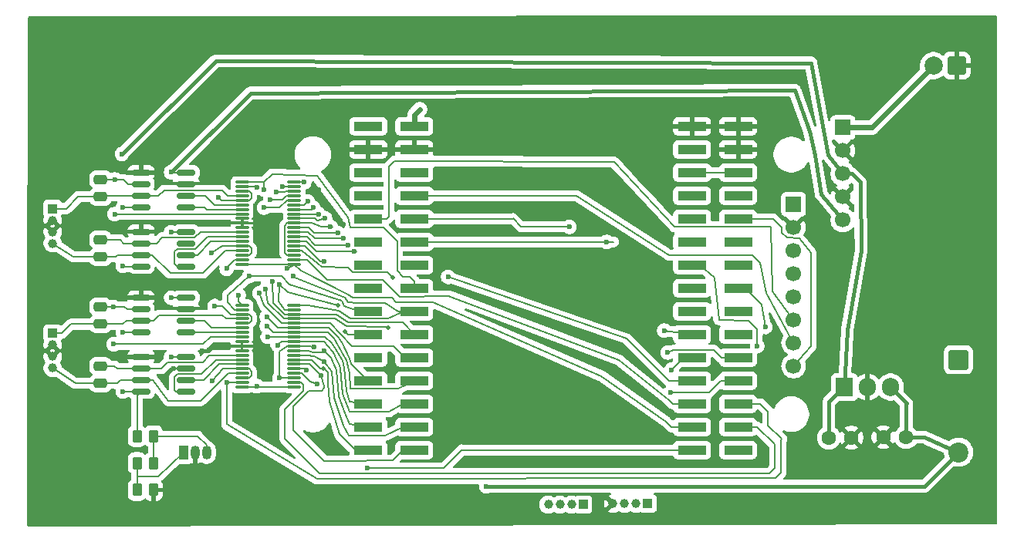
<source format=gbr>
%TF.GenerationSoftware,KiCad,Pcbnew,9.0.7*%
%TF.CreationDate,2026-02-19T21:01:25-05:00*%
%TF.ProjectId,DAC8822,44414338-3832-4322-9e6b-696361645f70,rev?*%
%TF.SameCoordinates,Original*%
%TF.FileFunction,Copper,L1,Top*%
%TF.FilePolarity,Positive*%
%FSLAX46Y46*%
G04 Gerber Fmt 4.6, Leading zero omitted, Abs format (unit mm)*
G04 Created by KiCad (PCBNEW 9.0.7) date 2026-02-19 21:01:25*
%MOMM*%
%LPD*%
G01*
G04 APERTURE LIST*
G04 Aperture macros list*
%AMRoundRect*
0 Rectangle with rounded corners*
0 $1 Rounding radius*
0 $2 $3 $4 $5 $6 $7 $8 $9 X,Y pos of 4 corners*
0 Add a 4 corners polygon primitive as box body*
4,1,4,$2,$3,$4,$5,$6,$7,$8,$9,$2,$3,0*
0 Add four circle primitives for the rounded corners*
1,1,$1+$1,$2,$3*
1,1,$1+$1,$4,$5*
1,1,$1+$1,$6,$7*
1,1,$1+$1,$8,$9*
0 Add four rect primitives between the rounded corners*
20,1,$1+$1,$2,$3,$4,$5,0*
20,1,$1+$1,$4,$5,$6,$7,0*
20,1,$1+$1,$6,$7,$8,$9,0*
20,1,$1+$1,$8,$9,$2,$3,0*%
G04 Aperture macros list end*
%TA.AperFunction,ComponentPad*%
%ADD10R,1.000000X1.000000*%
%TD*%
%TA.AperFunction,ComponentPad*%
%ADD11C,1.000000*%
%TD*%
%TA.AperFunction,SMDPad,CuDef*%
%ADD12RoundRect,0.150000X0.825000X0.150000X-0.825000X0.150000X-0.825000X-0.150000X0.825000X-0.150000X0*%
%TD*%
%TA.AperFunction,SMDPad,CuDef*%
%ADD13RoundRect,0.075000X-0.662500X-0.075000X0.662500X-0.075000X0.662500X0.075000X-0.662500X0.075000X0*%
%TD*%
%TA.AperFunction,SMDPad,CuDef*%
%ADD14RoundRect,0.250000X-0.475000X0.250000X-0.475000X-0.250000X0.475000X-0.250000X0.475000X0.250000X0*%
%TD*%
%TA.AperFunction,ComponentPad*%
%ADD15R,1.050000X1.500000*%
%TD*%
%TA.AperFunction,ComponentPad*%
%ADD16O,1.050000X1.500000*%
%TD*%
%TA.AperFunction,ComponentPad*%
%ADD17RoundRect,0.249999X-0.850001X0.850001X-0.850001X-0.850001X0.850001X-0.850001X0.850001X0.850001X0*%
%TD*%
%TA.AperFunction,ComponentPad*%
%ADD18C,2.200000*%
%TD*%
%TA.AperFunction,ComponentPad*%
%ADD19R,1.905000X2.000000*%
%TD*%
%TA.AperFunction,ComponentPad*%
%ADD20O,1.905000X2.000000*%
%TD*%
%TA.AperFunction,ComponentPad*%
%ADD21R,1.700000X1.700000*%
%TD*%
%TA.AperFunction,ComponentPad*%
%ADD22C,1.700000*%
%TD*%
%TA.AperFunction,SMDPad,CuDef*%
%ADD23RoundRect,0.250000X-0.262500X-0.450000X0.262500X-0.450000X0.262500X0.450000X-0.262500X0.450000X0*%
%TD*%
%TA.AperFunction,ComponentPad*%
%ADD24C,1.600000*%
%TD*%
%TA.AperFunction,ComponentPad*%
%ADD25RoundRect,0.250000X0.750000X0.750000X-0.750000X0.750000X-0.750000X-0.750000X0.750000X-0.750000X0*%
%TD*%
%TA.AperFunction,ComponentPad*%
%ADD26C,2.000000*%
%TD*%
%TA.AperFunction,SMDPad,CuDef*%
%ADD27R,3.150000X1.000000*%
%TD*%
%TA.AperFunction,ViaPad*%
%ADD28C,0.600000*%
%TD*%
%TA.AperFunction,ViaPad*%
%ADD29C,0.500000*%
%TD*%
%TA.AperFunction,Conductor*%
%ADD30C,0.300000*%
%TD*%
%TA.AperFunction,Conductor*%
%ADD31C,0.200000*%
%TD*%
%TA.AperFunction,Conductor*%
%ADD32C,0.400000*%
%TD*%
%TA.AperFunction,Conductor*%
%ADD33C,0.600000*%
%TD*%
G04 APERTURE END LIST*
D10*
%TO.P,J5,1,Pin_1*%
%TO.N,/Btn1*%
X144000000Y-124400000D03*
D11*
%TO.P,J5,2,Pin_2*%
%TO.N,/Btn2*%
X142730000Y-124400000D03*
%TO.P,J5,3,Pin_3*%
%TO.N,/Btn3*%
X141460000Y-124400000D03*
%TO.P,J5,4,Pin_4*%
%TO.N,/Btn4*%
X140190000Y-124400000D03*
%TD*%
D12*
%TO.P,U6,1*%
%TO.N,Net-(U1-V_{REF}A)*%
X100450000Y-105500000D03*
%TO.P,U6,2,-*%
%TO.N,Net-(U1-R_{COM}A)*%
X100450000Y-104230000D03*
%TO.P,U6,3,+*%
%TO.N,GND*%
X100450000Y-102960000D03*
%TO.P,U6,4,V-*%
%TO.N,-12V*%
X100450000Y-101690000D03*
%TO.P,U6,5,+*%
%TO.N,GND*%
X95500000Y-101690000D03*
%TO.P,U6,6,-*%
%TO.N,Net-(U1-I_{OUT}A)*%
X95500000Y-102960000D03*
%TO.P,U6,7*%
%TO.N,/Ch1*%
X95500000Y-104230000D03*
%TO.P,U6,8,V+*%
%TO.N,+12V*%
X95500000Y-105500000D03*
%TD*%
D13*
%TO.P,U2,1,D0*%
%TO.N,/D0*%
X106575000Y-89000000D03*
%TO.P,U2,2,D1*%
%TO.N,/D1*%
X106575000Y-89500000D03*
%TO.P,U2,3,R_{OFS}A*%
%TO.N,Vref*%
X106575000Y-90000000D03*
%TO.P,U2,4,R_{FB}A*%
%TO.N,/Ch3*%
X106575000Y-90500000D03*
%TO.P,U2,5,R_{1}A*%
%TO.N,Vref*%
X106575000Y-91000000D03*
%TO.P,U2,6,R_{COM}A*%
%TO.N,Net-(U2-R_{COM}A)*%
X106575000Y-91500000D03*
%TO.P,U2,7,V_{REF}A*%
%TO.N,Net-(U2-V_{REF}A)*%
X106575000Y-92000000D03*
%TO.P,U2,8,I_{OUT}A*%
%TO.N,Net-(U2-I_{OUT}A)*%
X106575000Y-92500000D03*
%TO.P,U2,9,AGNDA*%
%TO.N,GND*%
X106575000Y-93000000D03*
%TO.P,U2,10,DGND*%
X106575000Y-93500000D03*
%TO.P,U2,11,AGNDB*%
X106575000Y-94000000D03*
%TO.P,U2,12,I_{OUT}B*%
%TO.N,Net-(U2-I_{OUT}B)*%
X106575000Y-94500000D03*
%TO.P,U2,13,V_{REF}B*%
%TO.N,Net-(U2-V_{REF}B)*%
X106575000Y-95000000D03*
%TO.P,U2,14,R_{COM}B*%
%TO.N,Net-(U2-R_{COM}B)*%
X106575000Y-95500000D03*
%TO.P,U2,15,R_{1}B*%
%TO.N,Vref*%
X106575000Y-96000000D03*
%TO.P,U2,16,R_{FB}B*%
%TO.N,/Ch4*%
X106575000Y-96500000D03*
%TO.P,U2,17,R_{OFS}B*%
%TO.N,Vref*%
X106575000Y-97000000D03*
%TO.P,U2,18,~{WR}*%
%TO.N,/~{WR}*%
X106575000Y-97500000D03*
%TO.P,U2,19,A0*%
%TO.N,/A0*%
X106575000Y-98000000D03*
%TO.P,U2,20,A1*%
X112300000Y-98000000D03*
%TO.P,U2,21,LDAC*%
%TO.N,/U2*%
X112300000Y-97500000D03*
%TO.P,U2,22,RSTSEL*%
%TO.N,+5V*%
X112300000Y-97000000D03*
%TO.P,U2,23,~{RS}*%
%TO.N,/~{RS}*%
X112300000Y-96500000D03*
%TO.P,U2,24,D15*%
%TO.N,/D15*%
X112300000Y-96000000D03*
%TO.P,U2,25,D14*%
%TO.N,/D14*%
X112300000Y-95500000D03*
%TO.P,U2,26,D13*%
%TO.N,/D13*%
X112300000Y-95000000D03*
%TO.P,U2,27,D12*%
%TO.N,/D12*%
X112300000Y-94500000D03*
%TO.P,U2,28,D11*%
%TO.N,/D11*%
X112300000Y-94000000D03*
%TO.P,U2,29,VDD*%
%TO.N,+5V*%
X112300000Y-93500000D03*
%TO.P,U2,30,D10*%
%TO.N,/D10*%
X112300000Y-93000000D03*
%TO.P,U2,31,D9*%
%TO.N,/D9*%
X112300000Y-92500000D03*
%TO.P,U2,32,D8*%
%TO.N,/D8*%
X112300000Y-92000000D03*
%TO.P,U2,33,D7*%
%TO.N,/D7*%
X112300000Y-91500000D03*
%TO.P,U2,34,D6*%
%TO.N,/D6*%
X112300000Y-91000000D03*
%TO.P,U2,35,D5*%
%TO.N,/D5*%
X112300000Y-90500000D03*
%TO.P,U2,36,D4*%
%TO.N,/D4*%
X112300000Y-90000000D03*
%TO.P,U2,37,D3*%
%TO.N,/D3*%
X112300000Y-89500000D03*
%TO.P,U2,38,D2*%
%TO.N,/D2*%
X112300000Y-89000000D03*
%TD*%
D14*
%TO.P,C4,1*%
%TO.N,Net-(U1-I_{OUT}B)*%
X91045000Y-109195000D03*
%TO.P,C4,2*%
%TO.N,/Ch2*%
X91045000Y-111095000D03*
%TD*%
D12*
%TO.P,U4,1*%
%TO.N,Net-(U2-V_{REF}A)*%
X100450000Y-91750000D03*
%TO.P,U4,2,-*%
%TO.N,Net-(U2-R_{COM}A)*%
X100450000Y-90480000D03*
%TO.P,U4,3,+*%
%TO.N,GND*%
X100450000Y-89210000D03*
%TO.P,U4,4,V-*%
%TO.N,-12V*%
X100450000Y-87940000D03*
%TO.P,U4,5,+*%
%TO.N,GND*%
X95500000Y-87940000D03*
%TO.P,U4,6,-*%
%TO.N,Net-(U2-I_{OUT}A)*%
X95500000Y-89210000D03*
%TO.P,U4,7*%
%TO.N,/Ch3*%
X95500000Y-90480000D03*
%TO.P,U4,8,V+*%
%TO.N,+12V*%
X95500000Y-91750000D03*
%TD*%
D15*
%TO.P,U10,1,REF*%
%TO.N,/Adj*%
X100160000Y-118680000D03*
D16*
%TO.P,U10,2,A*%
%TO.N,GND*%
X101430000Y-118680000D03*
%TO.P,U10,3,K*%
%TO.N,Vref*%
X102700000Y-118680000D03*
%TD*%
D14*
%TO.P,C3,1*%
%TO.N,Net-(U1-I_{OUT}A)*%
X91045000Y-102695000D03*
%TO.P,C3,2*%
%TO.N,/Ch1*%
X91045000Y-104595000D03*
%TD*%
D17*
%TO.P,D1,1,K*%
%TO.N,/Vsys*%
X185200000Y-108500000D03*
D18*
%TO.P,D1,2,A*%
%TO.N,+5V*%
X185200000Y-118660000D03*
%TD*%
D19*
%TO.P,U8,1,VI*%
%TO.N,+12V*%
X172660000Y-111500000D03*
D20*
%TO.P,U8,2,GND*%
%TO.N,GND*%
X175200000Y-111500000D03*
%TO.P,U8,3,VO*%
%TO.N,+5V*%
X177740000Y-111500000D03*
%TD*%
D12*
%TO.P,U7,1*%
%TO.N,Net-(U1-V_{REF}B)*%
X100450000Y-112000000D03*
%TO.P,U7,2,-*%
%TO.N,Net-(U1-R_{COM}B)*%
X100450000Y-110730000D03*
%TO.P,U7,3,+*%
%TO.N,GND*%
X100450000Y-109460000D03*
%TO.P,U7,4,V-*%
%TO.N,-12V*%
X100450000Y-108190000D03*
%TO.P,U7,5,+*%
%TO.N,GND*%
X95500000Y-108190000D03*
%TO.P,U7,6,-*%
%TO.N,Net-(U1-I_{OUT}B)*%
X95500000Y-109460000D03*
%TO.P,U7,7*%
%TO.N,/Ch2*%
X95500000Y-110730000D03*
%TO.P,U7,8,V+*%
%TO.N,+12V*%
X95500000Y-112000000D03*
%TD*%
D21*
%TO.P,U9,1,VIN*%
%TO.N,+BATT*%
X172500000Y-83000000D03*
D22*
%TO.P,U9,2,GND*%
%TO.N,GND*%
X172500000Y-85540000D03*
%TO.P,U9,3,+12V*%
%TO.N,+12V*%
X172500000Y-88080000D03*
%TO.P,U9,4,GND*%
%TO.N,GND*%
X172500000Y-90620000D03*
%TO.P,U9,5,-12V*%
%TO.N,-12V*%
X172500000Y-93160000D03*
%TD*%
D23*
%TO.P,R3,1*%
%TO.N,/Adj*%
X95057500Y-122800000D03*
%TO.P,R3,2*%
%TO.N,GND*%
X96882500Y-122800000D03*
%TD*%
D24*
%TO.P,C6,1*%
%TO.N,+12V*%
X170950000Y-117050000D03*
%TO.P,C6,2*%
%TO.N,GND*%
X173450000Y-117050000D03*
%TD*%
D25*
%TO.P,J4,1,Pin_1*%
%TO.N,GND*%
X185000000Y-76200000D03*
D26*
%TO.P,J4,2,Pin_2*%
%TO.N,+BATT*%
X182460000Y-76200000D03*
%TD*%
D27*
%TO.P,U3,1,VBUS*%
%TO.N,unconnected-(U3-VBUS-Pad1)*%
X120437184Y-82858885D03*
%TO.P,U3,2,5V*%
%TO.N,/Vsys*%
X125487184Y-82858885D03*
%TO.P,U3,3,GND*%
%TO.N,GND*%
X120437184Y-85398885D03*
%TO.P,U3,4,GND*%
X125487184Y-85398885D03*
%TO.P,U3,5,VREF*%
%TO.N,unconnected-(U3-VREF-Pad5)*%
X120437184Y-87938885D03*
%TO.P,U3,6,GPIO0*%
%TO.N,unconnected-(U3-GPIO0-Pad6)*%
X125487184Y-87938885D03*
%TO.P,U3,7,GPIO1*%
%TO.N,unconnected-(U3-GPIO1-Pad7)*%
X120437184Y-90478885D03*
%TO.P,U3,8,GPIO2*%
%TO.N,/SCK*%
X125487184Y-90478885D03*
%TO.P,U3,9,GPIO3*%
%TO.N,/SDA*%
X120437184Y-93018885D03*
%TO.P,U3,10,GPIO4*%
%TO.N,/REG*%
X125487184Y-93018885D03*
%TO.P,U3,11,GPIO5*%
%TO.N,/RST*%
X120437184Y-95558885D03*
%TO.P,U3,12,GPIO6*%
%TO.N,/~{CS}*%
X125487184Y-95558885D03*
%TO.P,U3,13,GPIO7*%
%TO.N,unconnected-(U3-GPIO7-Pad13)*%
X120437184Y-98098885D03*
%TO.P,U3,14,GPIO8*%
%TO.N,unconnected-(U3-GPIO8-Pad14)*%
X125487184Y-98098885D03*
%TO.P,U3,15,GPIO9*%
%TO.N,unconnected-(U3-GPIO9-Pad15)*%
X120437184Y-100638885D03*
%TO.P,U3,16,GPIO10*%
%TO.N,/D0*%
X125487184Y-100638885D03*
%TO.P,U3,17,GPIO11*%
%TO.N,/D1*%
X120437184Y-103178885D03*
%TO.P,U3,18,GPIO12*%
%TO.N,/D2*%
X125487184Y-103178885D03*
%TO.P,U3,19,GPIO13*%
%TO.N,/D3*%
X120437184Y-105718885D03*
%TO.P,U3,20,GPIO14*%
%TO.N,/D4*%
X125487184Y-105718885D03*
%TO.P,U3,21,GPIO15*%
%TO.N,/D5*%
X120437184Y-108258885D03*
%TO.P,U3,22,GPIO16*%
%TO.N,/D6*%
X125487184Y-108258885D03*
%TO.P,U3,23,GPIO17*%
%TO.N,/D7*%
X120437184Y-110798885D03*
%TO.P,U3,24,GPIO18*%
%TO.N,/D8*%
X125487184Y-110798885D03*
%TO.P,U3,25,GPIO19*%
%TO.N,/D9*%
X120437184Y-113338885D03*
%TO.P,U3,26,GPIO20*%
%TO.N,/D10*%
X125487184Y-113338885D03*
%TO.P,U3,27,GPIO21*%
%TO.N,/D11*%
X120437184Y-115878885D03*
%TO.P,U3,28,GPIO22*%
%TO.N,/D12*%
X125487184Y-115878885D03*
%TO.P,U3,29,GPIO23*%
%TO.N,/D13*%
X120437184Y-118418885D03*
%TO.P,U3,30,GPIO24*%
%TO.N,/D14*%
X125487184Y-118418885D03*
%TO.P,U3,31,GPIO25*%
%TO.N,/D15*%
X155967184Y-118418885D03*
%TO.P,U3,32,GPIO26*%
%TO.N,unconnected-(U3-GPIO26-Pad32)*%
X161017184Y-118418885D03*
%TO.P,U3,33,GPIO27*%
%TO.N,/A0*%
X155967184Y-115878885D03*
%TO.P,U3,34,GPIO28*%
%TO.N,/U1*%
X161017184Y-115878885D03*
%TO.P,U3,35,GPIO29*%
%TO.N,/U2*%
X155967184Y-113338885D03*
%TO.P,U3,36,GPIO30*%
%TO.N,/~{WR}*%
X161017184Y-113338885D03*
%TO.P,U3,37,GPIO31*%
%TO.N,/~{RS}*%
X155967184Y-110798885D03*
%TO.P,U3,38,GPIO32*%
%TO.N,/Btn1*%
X161017184Y-110798885D03*
%TO.P,U3,39,GPIO33*%
%TO.N,/Btn2*%
X155967184Y-108258885D03*
%TO.P,U3,40,GPIO34*%
%TO.N,/Btn3*%
X161017184Y-108258885D03*
%TO.P,U3,41,GPIO35*%
%TO.N,/Btn4*%
X155967184Y-105718885D03*
%TO.P,U3,42,GPIO36*%
%TO.N,unconnected-(U3-GPIO36-Pad42)*%
X161017184Y-105718885D03*
%TO.P,U3,43,GPIO37*%
%TO.N,unconnected-(U3-GPIO37-Pad43)*%
X155967184Y-103178885D03*
%TO.P,U3,44,GPIO38*%
%TO.N,unconnected-(U3-GPIO38-Pad44)*%
X161017184Y-103178885D03*
%TO.P,U3,45,GPIO39*%
%TO.N,unconnected-(U3-GPIO39-Pad45)*%
X155967184Y-100638885D03*
%TO.P,U3,46,GPIO40_ADC0*%
%TO.N,/Pot1*%
X161017184Y-100638885D03*
%TO.P,U3,47,GPIO41_ADC1*%
%TO.N,/Pot2*%
X155967184Y-98098885D03*
%TO.P,U3,48,GPIO42_ADC2*%
%TO.N,unconnected-(U3-GPIO42_ADC2-Pad48)*%
X161017184Y-98098885D03*
%TO.P,U3,49,GPIO43_ADC3*%
%TO.N,unconnected-(U3-GPIO43_ADC3-Pad49)*%
X155967184Y-95558885D03*
%TO.P,U3,50,GPIO44_ADC4*%
%TO.N,unconnected-(U3-GPIO44_ADC4-Pad50)*%
X161017184Y-95558885D03*
%TO.P,U3,51,GPIO45_ADC5*%
%TO.N,unconnected-(U3-GPIO45_ADC5-Pad51)*%
X155967184Y-93018885D03*
%TO.P,U3,52,GPIO46_ADC6*%
%TO.N,/LED*%
X161017184Y-93018885D03*
%TO.P,U3,53,GPIO47_ADC7*%
%TO.N,unconnected-(U3-GPIO47_ADC7-Pad53)*%
X155967184Y-90478885D03*
%TO.P,U3,54,RUN*%
%TO.N,unconnected-(U3-RUN-Pad54)*%
X161017184Y-90478885D03*
%TO.P,U3,55,3V3*%
%TO.N,+3.3V*%
X155967184Y-87938885D03*
%TO.P,U3,56,3V3*%
X161017184Y-87938885D03*
%TO.P,U3,57,EN*%
%TO.N,unconnected-(U3-EN-Pad57)*%
X155967184Y-85398885D03*
%TO.P,U3,58,GND*%
%TO.N,GND*%
X161017184Y-85398885D03*
%TO.P,U3,59,GND*%
X155967184Y-82858885D03*
%TO.P,U3,60,GND*%
X161017184Y-82858885D03*
%TD*%
D10*
%TO.P,J3,1,Pin_1*%
%TO.N,/Ch1*%
X85800000Y-105600000D03*
D11*
%TO.P,J3,2,Pin_2*%
%TO.N,GND*%
X85800000Y-106870000D03*
%TO.P,J3,3,Pin_3*%
X85800000Y-108140000D03*
%TO.P,J3,4,Pin_4*%
%TO.N,/Ch2*%
X85800000Y-109410000D03*
%TD*%
D10*
%TO.P,J6,1,Pin_1*%
%TO.N,+3.3V*%
X151100000Y-124300000D03*
D11*
%TO.P,J6,2,Pin_2*%
%TO.N,/Pot1*%
X149830000Y-124300000D03*
%TO.P,J6,3,Pin_3*%
%TO.N,/Pot2*%
X148560000Y-124300000D03*
%TO.P,J6,4,Pin_4*%
%TO.N,GND*%
X147290000Y-124300000D03*
%TD*%
D24*
%TO.P,C5,1*%
%TO.N,GND*%
X176950000Y-117000000D03*
%TO.P,C5,2*%
%TO.N,+5V*%
X179450000Y-117000000D03*
%TD*%
D12*
%TO.P,U5,1*%
%TO.N,Net-(U2-V_{REF}B)*%
X100450000Y-98250000D03*
%TO.P,U5,2,-*%
%TO.N,Net-(U2-R_{COM}B)*%
X100450000Y-96980000D03*
%TO.P,U5,3,+*%
%TO.N,GND*%
X100450000Y-95710000D03*
%TO.P,U5,4,V-*%
%TO.N,-12V*%
X100450000Y-94440000D03*
%TO.P,U5,5,+*%
%TO.N,GND*%
X95500000Y-94440000D03*
%TO.P,U5,6,-*%
%TO.N,Net-(U2-I_{OUT}B)*%
X95500000Y-95710000D03*
%TO.P,U5,7*%
%TO.N,/Ch4*%
X95500000Y-96980000D03*
%TO.P,U5,8,V+*%
%TO.N,+12V*%
X95500000Y-98250000D03*
%TD*%
D23*
%TO.P,R2,1*%
%TO.N,/Adj*%
X95057500Y-119850000D03*
%TO.P,R2,2*%
%TO.N,Vref*%
X96882500Y-119850000D03*
%TD*%
D14*
%TO.P,C1,1*%
%TO.N,Net-(U2-I_{OUT}A)*%
X91045000Y-88695000D03*
%TO.P,C1,2*%
%TO.N,/Ch3*%
X91045000Y-90595000D03*
%TD*%
D23*
%TO.P,R1,1*%
%TO.N,+12V*%
X95057500Y-116900000D03*
%TO.P,R1,2*%
%TO.N,Vref*%
X96882500Y-116900000D03*
%TD*%
D13*
%TO.P,U1,1,D0*%
%TO.N,/D0*%
X106575000Y-102500000D03*
%TO.P,U1,2,D1*%
%TO.N,/D1*%
X106575000Y-103000000D03*
%TO.P,U1,3,R_{OFS}A*%
%TO.N,Vref*%
X106575000Y-103500000D03*
%TO.P,U1,4,R_{FB}A*%
%TO.N,/Ch1*%
X106575000Y-104000000D03*
%TO.P,U1,5,R_{1}A*%
%TO.N,Vref*%
X106575000Y-104500000D03*
%TO.P,U1,6,R_{COM}A*%
%TO.N,Net-(U1-R_{COM}A)*%
X106575000Y-105000000D03*
%TO.P,U1,7,V_{REF}A*%
%TO.N,Net-(U1-V_{REF}A)*%
X106575000Y-105500000D03*
%TO.P,U1,8,I_{OUT}A*%
%TO.N,Net-(U1-I_{OUT}A)*%
X106575000Y-106000000D03*
%TO.P,U1,9,AGNDA*%
%TO.N,GND*%
X106575000Y-106500000D03*
%TO.P,U1,10,DGND*%
X106575000Y-107000000D03*
%TO.P,U1,11,AGNDB*%
X106575000Y-107500000D03*
%TO.P,U1,12,I_{OUT}B*%
%TO.N,Net-(U1-I_{OUT}B)*%
X106575000Y-108000000D03*
%TO.P,U1,13,V_{REF}B*%
%TO.N,Net-(U1-V_{REF}B)*%
X106575000Y-108500000D03*
%TO.P,U1,14,R_{COM}B*%
%TO.N,Net-(U1-R_{COM}B)*%
X106575000Y-109000000D03*
%TO.P,U1,15,R_{1}B*%
%TO.N,Vref*%
X106575000Y-109500000D03*
%TO.P,U1,16,R_{FB}B*%
%TO.N,/Ch2*%
X106575000Y-110000000D03*
%TO.P,U1,17,R_{OFS}B*%
%TO.N,Vref*%
X106575000Y-110500000D03*
%TO.P,U1,18,~{WR}*%
%TO.N,/~{WR}*%
X106575000Y-111000000D03*
%TO.P,U1,19,A0*%
%TO.N,/A0*%
X106575000Y-111500000D03*
%TO.P,U1,20,A1*%
X112300000Y-111500000D03*
%TO.P,U1,21,LDAC*%
%TO.N,/U1*%
X112300000Y-111000000D03*
%TO.P,U1,22,RSTSEL*%
%TO.N,+5V*%
X112300000Y-110500000D03*
%TO.P,U1,23,~{RS}*%
%TO.N,/~{RS}*%
X112300000Y-110000000D03*
%TO.P,U1,24,D15*%
%TO.N,/D15*%
X112300000Y-109500000D03*
%TO.P,U1,25,D14*%
%TO.N,/D14*%
X112300000Y-109000000D03*
%TO.P,U1,26,D13*%
%TO.N,/D13*%
X112300000Y-108500000D03*
%TO.P,U1,27,D12*%
%TO.N,/D12*%
X112300000Y-108000000D03*
%TO.P,U1,28,D11*%
%TO.N,/D11*%
X112300000Y-107500000D03*
%TO.P,U1,29,VDD*%
%TO.N,+5V*%
X112300000Y-107000000D03*
%TO.P,U1,30,D10*%
%TO.N,/D10*%
X112300000Y-106500000D03*
%TO.P,U1,31,D9*%
%TO.N,/D9*%
X112300000Y-106000000D03*
%TO.P,U1,32,D8*%
%TO.N,/D8*%
X112300000Y-105500000D03*
%TO.P,U1,33,D7*%
%TO.N,/D7*%
X112300000Y-105000000D03*
%TO.P,U1,34,D6*%
%TO.N,/D6*%
X112300000Y-104500000D03*
%TO.P,U1,35,D5*%
%TO.N,/D5*%
X112300000Y-104000000D03*
%TO.P,U1,36,D4*%
%TO.N,/D4*%
X112300000Y-103500000D03*
%TO.P,U1,37,D3*%
%TO.N,/D3*%
X112300000Y-103000000D03*
%TO.P,U1,38,D2*%
%TO.N,/D2*%
X112300000Y-102500000D03*
%TD*%
D14*
%TO.P,C2,1*%
%TO.N,Net-(U2-I_{OUT}B)*%
X91045000Y-95315000D03*
%TO.P,C2,2*%
%TO.N,/Ch4*%
X91045000Y-97215000D03*
%TD*%
D10*
%TO.P,J2,1,Pin_1*%
%TO.N,/Ch3*%
X85800000Y-91900000D03*
D11*
%TO.P,J2,2,Pin_2*%
%TO.N,GND*%
X85800000Y-93170000D03*
%TO.P,J2,3,Pin_3*%
X85800000Y-94440000D03*
%TO.P,J2,4,Pin_4*%
%TO.N,/Ch4*%
X85800000Y-95710000D03*
%TD*%
D21*
%TO.P,J1,1,Pin_1*%
%TO.N,/Vsys*%
X167100000Y-91420000D03*
D22*
%TO.P,J1,2,Pin_2*%
%TO.N,GND*%
X167100000Y-93960000D03*
%TO.P,J1,3,Pin_3*%
%TO.N,/~{CS}*%
X167100000Y-96500000D03*
%TO.P,J1,4,Pin_4*%
%TO.N,/RST*%
X167100000Y-99040000D03*
%TO.P,J1,5,Pin_5*%
%TO.N,/REG*%
X167100000Y-101580000D03*
%TO.P,J1,6,Pin_6*%
%TO.N,/SDA*%
X167100000Y-104120000D03*
%TO.P,J1,7,Pin_7*%
%TO.N,/SCK*%
X167100000Y-106660000D03*
%TO.P,J1,8,Pin_8*%
%TO.N,/LED*%
X167100000Y-109200000D03*
%TD*%
D28*
%TO.N,GND*%
X114950000Y-89800000D03*
X107050000Y-114800000D03*
X101400000Y-123080000D03*
X146500000Y-109200000D03*
X115500000Y-117700000D03*
X143000000Y-89400000D03*
X96200000Y-100200000D03*
X133200000Y-94300000D03*
X95600000Y-93500000D03*
X141400000Y-92300000D03*
X97500000Y-108100000D03*
X144300000Y-115200000D03*
X105200000Y-93500000D03*
X100450000Y-95710000D03*
X99100000Y-109500000D03*
X117700000Y-93600000D03*
X102200000Y-107500000D03*
X148000000Y-107100000D03*
X102000000Y-93500000D03*
%TO.N,/~{CS}*%
X146600000Y-95560000D03*
%TO.N,/RST*%
X120437184Y-95558885D03*
%TO.N,/REG*%
X142500000Y-93900000D03*
%TO.N,/D8*%
X114400000Y-91800000D03*
X109300000Y-104800000D03*
D29*
%TO.N,/D13*%
X115500000Y-109500000D03*
D28*
X118200000Y-95900000D03*
%TO.N,/D14*%
X115250000Y-110250000D03*
X118900000Y-96600000D03*
%TO.N,Net-(U2-I_{OUT}A)*%
X92600000Y-88695000D03*
X92600000Y-92500000D03*
%TO.N,/D6*%
X109000000Y-91800000D03*
X108500000Y-101200000D03*
%TO.N,/D9*%
X115000000Y-92502000D03*
X109400000Y-106000000D03*
D29*
%TO.N,/D3*%
X117100000Y-102500000D03*
X117900000Y-105400000D03*
D28*
X111000000Y-89500000D03*
X110700000Y-100200000D03*
%TO.N,/D0*%
X106200000Y-101400000D03*
X109000000Y-89800000D03*
%TO.N,/D4*%
X110300000Y-90100000D03*
X109900000Y-99900000D03*
%TO.N,/D2*%
X112200000Y-99300000D03*
X113400000Y-89000000D03*
%TO.N,/D11*%
X117100000Y-94600000D03*
X115600000Y-107500000D03*
%TO.N,/~{WR}*%
X104900000Y-111000000D03*
X104900000Y-98500000D03*
%TO.N,/A0*%
X111500000Y-98500000D03*
X108200000Y-111400000D03*
%TO.N,Net-(U1-I_{OUT}A)*%
X92500000Y-106800000D03*
X92500000Y-102695000D03*
D29*
%TO.N,/~{RS}*%
X123100000Y-99500000D03*
D28*
X129200000Y-99400000D03*
X114800000Y-111158621D03*
%TO.N,/D5*%
X109170112Y-100714022D03*
D29*
X121500000Y-108260000D03*
D28*
X109700000Y-90900000D03*
D29*
X122600000Y-105000000D03*
D28*
%TO.N,Vref*%
X103585572Y-102600000D03*
X104000000Y-90700000D03*
X103200000Y-96800000D03*
X103300000Y-110800000D03*
%TO.N,/D12*%
X115600000Y-108700000D03*
X117700000Y-95200000D03*
%TO.N,/D15*%
X115600000Y-97700000D03*
X120300000Y-120400000D03*
X113600000Y-109600000D03*
%TO.N,/D10*%
X115700000Y-93000000D03*
X110500000Y-106900000D03*
%TO.N,/D7*%
X109300000Y-103800000D03*
X113800000Y-91100000D03*
%TO.N,/D1*%
X107400000Y-99300000D03*
X108200000Y-89600000D03*
%TO.N,-12V*%
X98810000Y-101690000D03*
X98800000Y-87900000D03*
X98800000Y-108200000D03*
X98800000Y-94500000D03*
%TO.N,+12V*%
X93500000Y-112000000D03*
X93400000Y-85900000D03*
X93500000Y-98200000D03*
X93500000Y-91800000D03*
X93500000Y-105500000D03*
%TO.N,+5V*%
X133400000Y-122400000D03*
X110700000Y-110500000D03*
X116300000Y-93900000D03*
X114500000Y-107100000D03*
%TO.N,/Btn3*%
X153300000Y-107700000D03*
%TO.N,/Btn2*%
X153700000Y-109600000D03*
%TO.N,/Btn1*%
X153600000Y-112100000D03*
%TO.N,/Btn4*%
X152900000Y-105300000D03*
%TO.N,/Pot1*%
X164000000Y-104900000D03*
%TO.N,/Pot2*%
X163100000Y-107000000D03*
%TO.N,+3.3V*%
X161017184Y-87938885D03*
D29*
%TO.N,/Vsys*%
X126100000Y-80999974D03*
%TD*%
D30*
%TO.N,GND*%
X106575000Y-93000000D02*
X106575000Y-93500000D01*
X106575000Y-93500000D02*
X105200000Y-93500000D01*
D31*
X100410000Y-109500000D02*
X100450000Y-109460000D01*
D32*
X102200000Y-107500000D02*
X102900000Y-107500000D01*
D31*
X106575000Y-106725000D02*
X106575000Y-107500000D01*
X106575000Y-106675000D02*
X106600000Y-106700000D01*
D32*
X102900000Y-107500000D02*
X103500000Y-106900000D01*
D31*
X106600000Y-106700000D02*
X106575000Y-106725000D01*
X99100000Y-109500000D02*
X100410000Y-109500000D01*
D30*
X106575000Y-94000000D02*
X106575000Y-93500000D01*
D31*
X106575000Y-106500000D02*
X106575000Y-106675000D01*
%TO.N,/SDA*%
X164800000Y-101000000D02*
X167100000Y-104120000D01*
X164600000Y-93900000D02*
X164800000Y-101000000D01*
X147400000Y-86800000D02*
X154000000Y-93900000D01*
X123300000Y-86700000D02*
X147400000Y-86800000D01*
X122700000Y-87300000D02*
X123300000Y-86700000D01*
X122481115Y-93018885D02*
X122700000Y-92800000D01*
X154000000Y-93900000D02*
X164600000Y-93900000D01*
X122700000Y-92800000D02*
X122700000Y-87300000D01*
X120437184Y-93018885D02*
X122481115Y-93018885D01*
%TO.N,/~{CS}*%
X147340000Y-95560000D02*
X124230000Y-95560000D01*
X146600000Y-95560000D02*
X147340000Y-95560000D01*
%TO.N,/SCK*%
X162556787Y-97000000D02*
X163400000Y-97843213D01*
X143228828Y-90478885D02*
X153400000Y-97000000D01*
X164100000Y-101200000D02*
X167100000Y-106660000D01*
X163400000Y-97843213D02*
X164100000Y-101200000D01*
X125487184Y-90478885D02*
X143228828Y-90478885D01*
X153400000Y-97000000D02*
X162556787Y-97000000D01*
%TO.N,/REG*%
X136300000Y-93000000D02*
X136281115Y-93018885D01*
X136281115Y-93018885D02*
X125487184Y-93018885D01*
X142500000Y-93900000D02*
X137200000Y-93900000D01*
X137200000Y-93900000D02*
X136300000Y-93000000D01*
%TO.N,/LED*%
X165800000Y-94000000D02*
X164818885Y-93018885D01*
X166400000Y-95111000D02*
X165800000Y-94600000D01*
X165800000Y-94600000D02*
X165800000Y-94000000D01*
X169000000Y-107000000D02*
X169000000Y-96772240D01*
X169000000Y-96772240D02*
X167700000Y-95200000D01*
X164818885Y-93018885D02*
X161017184Y-93018885D01*
X167100000Y-109200000D02*
X169000000Y-107000000D01*
X167700000Y-95200000D02*
X166400000Y-95111000D01*
%TO.N,/D8*%
X117900000Y-108300000D02*
X116662682Y-106154474D01*
X118400000Y-110000000D02*
X118000000Y-108500000D01*
X118000000Y-108500000D02*
X117900000Y-108300000D01*
X116648830Y-106150829D02*
X115998001Y-105500000D01*
X114400000Y-91800000D02*
X114200000Y-92000000D01*
X109300000Y-104800000D02*
X110000000Y-105500000D01*
X118500000Y-111700000D02*
X118400000Y-110000000D01*
X115998001Y-105500000D02*
X112300000Y-105500000D01*
X125487184Y-110798885D02*
X123700000Y-111700000D01*
X110000000Y-105500000D02*
X112300000Y-105500000D01*
X123700000Y-111700000D02*
X118500000Y-111700000D01*
X114200000Y-92000000D02*
X112300000Y-92000000D01*
X116662682Y-106154474D02*
X116648830Y-106150829D01*
%TO.N,/Ch3*%
X91160000Y-90480000D02*
X91045000Y-90595000D01*
X95500000Y-90480000D02*
X91160000Y-90480000D01*
X87300000Y-91900000D02*
X88605000Y-90595000D01*
X85800000Y-91900000D02*
X87300000Y-91900000D01*
X88605000Y-90595000D02*
X91045000Y-90595000D01*
X105000000Y-90500000D02*
X106575000Y-90500000D01*
X104379000Y-89879000D02*
X105000000Y-90500000D01*
X98021000Y-89879000D02*
X104379000Y-89879000D01*
X97420000Y-90480000D02*
X98021000Y-89879000D01*
X95500000Y-90480000D02*
X97420000Y-90480000D01*
%TO.N,/D13*%
X115500000Y-109500000D02*
X115576892Y-109500000D01*
X115976892Y-109900000D02*
X116000000Y-111100000D01*
X119018885Y-118418885D02*
X120437184Y-118418885D01*
X117300000Y-116700000D02*
X119018885Y-118418885D01*
X116200000Y-113100000D02*
X117300000Y-116700000D01*
X115576892Y-109500000D02*
X115976892Y-109900000D01*
X114200000Y-108500000D02*
X112300000Y-108500000D01*
X118200000Y-95900000D02*
X114600000Y-95900000D01*
X115200000Y-109500000D02*
X115500000Y-109500000D01*
X113700000Y-95000000D02*
X112300000Y-95000000D01*
X120487919Y-118420000D02*
X121690000Y-118420000D01*
X114200000Y-108500000D02*
X115200000Y-109500000D01*
X114600000Y-95900000D02*
X113700000Y-95000000D01*
X116000000Y-111100000D02*
X116200000Y-113100000D01*
%TO.N,/D14*%
X117400000Y-119600000D02*
X115600000Y-119600000D01*
X113632900Y-95500000D02*
X114732900Y-96600000D01*
X117400000Y-119600000D02*
X123079000Y-119571000D01*
X115300000Y-111900000D02*
X115600000Y-111600000D01*
X113900000Y-111900000D02*
X115300000Y-111900000D01*
X115250000Y-110250000D02*
X115600000Y-111400000D01*
X115250000Y-110250000D02*
X114000000Y-109000000D01*
X114000000Y-109000000D02*
X112300000Y-109000000D01*
X112200000Y-116200000D02*
X112200000Y-113600000D01*
X114732900Y-96600000D02*
X119100000Y-96600000D01*
X112300000Y-95500000D02*
X113632900Y-95500000D01*
X115600000Y-119600000D02*
X112200000Y-116200000D01*
X112200000Y-113600000D02*
X113900000Y-111900000D01*
X115600000Y-111600000D02*
X115600000Y-111400000D01*
X123079000Y-119571000D02*
X124230000Y-118420000D01*
%TO.N,Net-(U2-I_{OUT}A)*%
X106575000Y-92500000D02*
X92600000Y-92500000D01*
X94110000Y-89210000D02*
X93595000Y-88695000D01*
X93595000Y-88695000D02*
X92600000Y-88695000D01*
X95500000Y-89210000D02*
X94110000Y-89210000D01*
X92600000Y-88695000D02*
X91045000Y-88695000D01*
%TO.N,/D6*%
X109000000Y-91800000D02*
X110700000Y-91800000D01*
X112300000Y-104500000D02*
X116300000Y-104500000D01*
X110700000Y-91800000D02*
X111500000Y-91000000D01*
X111500000Y-91000000D02*
X112300000Y-91000000D01*
X108500000Y-101200000D02*
X109000000Y-102500000D01*
X123200000Y-107000000D02*
X124458885Y-108258885D01*
X116300000Y-104500000D02*
X118600000Y-107000000D01*
X118600000Y-107000000D02*
X123200000Y-107000000D01*
X124458885Y-108258885D02*
X125487184Y-108258885D01*
X109000000Y-102500000D02*
X110900000Y-104500000D01*
X110900000Y-104500000D02*
X112300000Y-104500000D01*
%TO.N,/D9*%
X115700000Y-106000000D02*
X112300000Y-106000000D01*
X118000000Y-111900000D02*
X117800000Y-109400000D01*
X120298299Y-113200000D02*
X120437184Y-113338885D01*
X112302000Y-92502000D02*
X112300000Y-92500000D01*
X116400000Y-106700000D02*
X115700000Y-106000000D01*
X115000000Y-92502000D02*
X112302000Y-92502000D01*
X118400000Y-113100000D02*
X118000000Y-111900000D01*
X117800000Y-109400000D02*
X117600000Y-108600000D01*
X117600000Y-108600000D02*
X117000000Y-107600000D01*
X109400000Y-106000000D02*
X112300000Y-106000000D01*
X117000000Y-107600000D02*
X116400000Y-106700000D01*
X120437184Y-113338885D02*
X118400000Y-113100000D01*
%TO.N,/D3*%
X117900000Y-105400000D02*
X118218885Y-105718885D01*
X121685800Y-105720000D02*
X121690000Y-105720000D01*
X110600000Y-102100000D02*
X110700000Y-100200000D01*
X112300000Y-103000000D02*
X111300000Y-103000000D01*
X112300000Y-89500000D02*
X111000000Y-89500000D01*
X111300000Y-103000000D02*
X110600000Y-102100000D01*
X111600000Y-101100000D02*
X110700000Y-100200000D01*
X118218885Y-105718885D02*
X120437184Y-105718885D01*
X117100000Y-102500000D02*
X111600000Y-101100000D01*
%TO.N,/D0*%
X125487184Y-99887184D02*
X125000000Y-99400000D01*
X108600000Y-89000000D02*
X106575000Y-89000000D01*
X118500000Y-94000000D02*
X118200000Y-92900000D01*
X124200000Y-99400000D02*
X123600000Y-98700000D01*
X122100000Y-94000000D02*
X118500000Y-94000000D01*
X123600000Y-98700000D02*
X123600000Y-95500000D01*
X123600000Y-95500000D02*
X122100000Y-94000000D01*
X108600000Y-89000000D02*
X109000000Y-89000000D01*
X106575000Y-102500000D02*
X106200000Y-102125000D01*
X106200000Y-102125000D02*
X106200000Y-101400000D01*
X125000000Y-99400000D02*
X124200000Y-99400000D01*
X125487184Y-100638885D02*
X125487184Y-99887184D01*
X109000000Y-89000000D02*
X109000000Y-89800000D01*
X114800000Y-88300000D02*
X109900000Y-88100000D01*
X118200000Y-92900000D02*
X114800000Y-88300000D01*
X109900000Y-88100000D02*
X109000000Y-89000000D01*
%TO.N,/D4*%
X118200000Y-104400000D02*
X124200000Y-104400000D01*
X110300000Y-90100000D02*
X111249943Y-90100000D01*
X116900000Y-103500000D02*
X118200000Y-104400000D01*
X110000000Y-102267100D02*
X111232900Y-103500000D01*
X111349943Y-90000000D02*
X112300000Y-90000000D01*
X124200000Y-104400000D02*
X125487184Y-105718885D01*
X109900000Y-99900000D02*
X110000000Y-102267100D01*
X112300000Y-103500000D02*
X116900000Y-103500000D01*
X111249943Y-90100000D02*
X111349943Y-90000000D01*
X111232900Y-103500000D02*
X112300000Y-103500000D01*
%TO.N,/U1*%
X111300000Y-113932900D02*
X111300000Y-117200000D01*
X164399000Y-121001000D02*
X165000000Y-120400000D01*
X113071324Y-111000000D02*
X113338500Y-111267176D01*
X112300000Y-111000000D02*
X113071324Y-111000000D01*
X111300000Y-117200000D02*
X115101000Y-121001000D01*
X113338500Y-111894400D02*
X111300000Y-113932900D01*
X115101000Y-121001000D02*
X164399000Y-121001000D01*
X163078885Y-115878885D02*
X161017184Y-115878885D01*
X113338500Y-111267176D02*
X113338500Y-111894400D01*
X165000000Y-117800000D02*
X163078885Y-115878885D01*
X165000000Y-120400000D02*
X165000000Y-117800000D01*
%TO.N,/Ch4*%
X102249943Y-99000000D02*
X98700000Y-99000000D01*
X88715000Y-97215000D02*
X91045000Y-97215000D01*
X95500000Y-96980000D02*
X92920000Y-96980000D01*
X85800000Y-95710000D02*
X88100000Y-97200000D01*
X106575000Y-96500000D02*
X104749943Y-96500000D01*
X96680000Y-96980000D02*
X95500000Y-96980000D01*
X92685000Y-97215000D02*
X91045000Y-97215000D01*
X88700000Y-97200000D02*
X88715000Y-97215000D01*
X104749943Y-96500000D02*
X102249943Y-99000000D01*
X88100000Y-97200000D02*
X88700000Y-97200000D01*
X92920000Y-96980000D02*
X92685000Y-97215000D01*
X98700000Y-99000000D02*
X96680000Y-96980000D01*
%TO.N,Net-(U2-I_{OUT}B)*%
X93215000Y-95315000D02*
X91045000Y-95315000D01*
X102006968Y-94500000D02*
X101397968Y-95109000D01*
X93610000Y-95710000D02*
X93215000Y-95315000D01*
X101397968Y-95109000D02*
X97791000Y-95109000D01*
X106575000Y-94500000D02*
X102006968Y-94500000D01*
X97190000Y-95710000D02*
X95500000Y-95710000D01*
X97791000Y-95109000D02*
X97190000Y-95710000D01*
X95500000Y-95710000D02*
X93610000Y-95710000D01*
%TO.N,/D2*%
X112300000Y-102500000D02*
X113800000Y-102500000D01*
X122600000Y-104000000D02*
X118500000Y-104000000D01*
X112300000Y-89000000D02*
X113400000Y-89000000D01*
X117900000Y-101700000D02*
X112404709Y-99504709D01*
X125487184Y-103178885D02*
X124321115Y-103178885D01*
X112404709Y-99504709D02*
X112200000Y-99300000D01*
X118500000Y-104000000D02*
X117200000Y-103100000D01*
X122300000Y-102300000D02*
X119200000Y-102300000D01*
X124321115Y-103178885D02*
X122600000Y-104000000D01*
X123678885Y-103178885D02*
X122300000Y-102300000D01*
X117200000Y-103100000D02*
X113800000Y-102500000D01*
X118200000Y-102200000D02*
X117900000Y-101700000D01*
X119200000Y-102300000D02*
X118200000Y-102200000D01*
X125487184Y-103178885D02*
X123678885Y-103178885D01*
%TO.N,/D11*%
X114500000Y-94600000D02*
X113900000Y-94000000D01*
X116900000Y-109600000D02*
X116370175Y-108300000D01*
X120437184Y-115878885D02*
X118400000Y-115600000D01*
X115400000Y-107700000D02*
X115600000Y-107500000D01*
X118400000Y-115600000D02*
X117900000Y-114400000D01*
X114300000Y-107700000D02*
X115400000Y-107700000D01*
X113916724Y-107500000D02*
X114300000Y-107700000D01*
X117100000Y-94600000D02*
X114500000Y-94600000D01*
X116370175Y-108300000D02*
X115600000Y-107500000D01*
X112300000Y-107500000D02*
X113916724Y-107500000D01*
X117900000Y-114400000D02*
X117200000Y-112500000D01*
X117200000Y-112500000D02*
X116900000Y-109600000D01*
X113900000Y-94000000D02*
X112300000Y-94000000D01*
%TO.N,/~{WR}*%
X163438885Y-113338885D02*
X161017184Y-113338885D01*
X105803676Y-97500000D02*
X104900000Y-98403676D01*
X165700000Y-120900000D02*
X165700000Y-117300000D01*
X165800000Y-117200000D02*
X164300000Y-115700000D01*
X165700000Y-117300000D02*
X165800000Y-117200000D01*
X104900000Y-98403676D02*
X104900000Y-98500000D01*
X160400000Y-121500219D02*
X114800000Y-121600000D01*
X114800000Y-121600000D02*
X104900000Y-115600000D01*
X164300000Y-114200000D02*
X163438885Y-113338885D01*
X165099781Y-121500219D02*
X160400000Y-121500219D01*
X106575000Y-111000000D02*
X104900000Y-111000000D01*
X165099781Y-121500219D02*
X165700000Y-120900000D01*
X104900000Y-115600000D02*
X104900000Y-111000000D01*
X106575000Y-97500000D02*
X105803676Y-97500000D01*
X164300000Y-115700000D02*
X164300000Y-114200000D01*
X161017184Y-113338885D02*
X162038885Y-113338885D01*
%TO.N,/A0*%
X122999000Y-101699000D02*
X123456588Y-102156588D01*
X122501000Y-101699000D02*
X122999000Y-101699000D01*
X111500000Y-98500000D02*
X112100000Y-98200000D01*
X146000000Y-110300000D02*
X153100000Y-115300000D01*
X123456588Y-102156588D02*
X127500000Y-102200000D01*
X112100000Y-98200000D02*
X112300000Y-98000000D01*
X106575000Y-111500000D02*
X112300000Y-111500000D01*
X106575000Y-98000000D02*
X112300000Y-98000000D01*
X153100000Y-115300000D02*
X153678885Y-115878885D01*
X122501000Y-101699000D02*
X118699000Y-101699000D01*
X127500000Y-102200000D02*
X146000000Y-110300000D01*
X118200000Y-101300000D02*
X113016451Y-98716451D01*
X113016451Y-98716451D02*
X112300000Y-98000000D01*
X153678885Y-115878885D02*
X155967184Y-115878885D01*
X118699000Y-101699000D02*
X118200000Y-101300000D01*
%TO.N,Net-(U1-I_{OUT}A)*%
X91045000Y-102695000D02*
X92500000Y-102695000D01*
X103100000Y-106000000D02*
X102300000Y-106800000D01*
X95500000Y-102960000D02*
X93960000Y-102960000D01*
X93695000Y-102695000D02*
X93960000Y-102960000D01*
X106575000Y-106000000D02*
X103100000Y-106000000D01*
X102300000Y-106800000D02*
X92500000Y-106800000D01*
X92500000Y-102695000D02*
X93695000Y-102695000D01*
%TO.N,/~{RS}*%
X112300000Y-96500000D02*
X113100000Y-96500000D01*
X113100000Y-96500000D02*
X115300000Y-98301000D01*
X148800000Y-106200000D02*
X153400000Y-110800000D01*
X118200000Y-98400000D02*
X118700000Y-98899885D01*
X153401115Y-110798885D02*
X155967184Y-110798885D01*
X129200000Y-99400000D02*
X148800000Y-106200000D01*
X113150057Y-110000000D02*
X112300000Y-110000000D01*
X114800000Y-111158621D02*
X114050057Y-110900000D01*
X114050057Y-110900000D02*
X113150057Y-110000000D01*
X115300000Y-98301000D02*
X118200000Y-98400000D01*
X153400000Y-110800000D02*
X153401115Y-110798885D01*
X118700000Y-98899885D02*
X122499885Y-98899885D01*
X122499885Y-98899885D02*
X123100000Y-99500000D01*
%TO.N,/Ch1*%
X93505000Y-104595000D02*
X93870000Y-104230000D01*
X96870000Y-104230000D02*
X95500000Y-104230000D01*
X93870000Y-104230000D02*
X95500000Y-104230000D01*
X104400000Y-103600000D02*
X97500000Y-103600000D01*
X106575000Y-104000000D02*
X104800000Y-104000000D01*
X87805000Y-104595000D02*
X91045000Y-104595000D01*
X85800000Y-105600000D02*
X86800000Y-105600000D01*
X91045000Y-104595000D02*
X93505000Y-104595000D01*
X86800000Y-105600000D02*
X87805000Y-104595000D01*
X104800000Y-104000000D02*
X104400000Y-103600000D01*
X97500000Y-103600000D02*
X96870000Y-104230000D01*
%TO.N,/Ch2*%
X92895000Y-111095000D02*
X91045000Y-111095000D01*
X105050057Y-110000000D02*
X106575000Y-110000000D01*
X95500000Y-110730000D02*
X96800000Y-110700000D01*
X102050057Y-113000000D02*
X105050057Y-110000000D01*
X91045000Y-111095000D02*
X88295000Y-111095000D01*
X95500000Y-110730000D02*
X93270000Y-110730000D01*
X88295000Y-111095000D02*
X85800000Y-109410000D01*
X96800000Y-110700000D02*
X98500000Y-113000000D01*
X92900000Y-111100000D02*
X92895000Y-111095000D01*
X98500000Y-113000000D02*
X102050057Y-113000000D01*
X93270000Y-110730000D02*
X92900000Y-111100000D01*
%TO.N,/D5*%
X109400000Y-102300000D02*
X111165800Y-104000000D01*
X121500000Y-108260000D02*
X121060000Y-108260000D01*
X111017043Y-90900000D02*
X111417043Y-90500000D01*
X111165800Y-104000000D02*
X112300000Y-104000000D01*
X116800000Y-104000000D02*
X112300000Y-104000000D01*
X111417043Y-90500000D02*
X112300000Y-90500000D01*
X122517885Y-104917885D02*
X118000000Y-104800000D01*
X121690000Y-108260000D02*
X121500000Y-108260000D01*
X118000000Y-104800000D02*
X116800000Y-104000000D01*
X109170112Y-100714022D02*
X109400000Y-102300000D01*
X122600000Y-105000000D02*
X122517885Y-104917885D01*
X109700000Y-90900000D02*
X111017043Y-90900000D01*
%TO.N,Net-(U1-I_{OUT}B)*%
X102300000Y-108800000D02*
X103000000Y-108000000D01*
X92595000Y-109195000D02*
X91045000Y-109195000D01*
X95500000Y-109460000D02*
X97740000Y-109460000D01*
X97740000Y-109460000D02*
X98400000Y-108800000D01*
X92860000Y-109460000D02*
X92595000Y-109195000D01*
X98400000Y-108800000D02*
X102300000Y-108800000D01*
X103000000Y-108000000D02*
X106575000Y-108000000D01*
X95500000Y-109460000D02*
X92860000Y-109460000D01*
%TO.N,Vref*%
X107613500Y-90267176D02*
X107346324Y-90000000D01*
X96882500Y-119850000D02*
X96882500Y-116900000D01*
X107613500Y-109767176D02*
X107613500Y-110232824D01*
X106575000Y-104500000D02*
X107346324Y-104500000D01*
X107613500Y-96732824D02*
X107613500Y-96267176D01*
X102700000Y-117880000D02*
X102700000Y-118680000D01*
X103200000Y-96800000D02*
X104400000Y-96000000D01*
X107346324Y-96000000D02*
X106575000Y-96000000D01*
X107613500Y-90732824D02*
X107613500Y-90267176D01*
X104300000Y-91000000D02*
X104000000Y-90700000D01*
X107346324Y-109500000D02*
X107613500Y-109767176D01*
X106575000Y-97000000D02*
X107346324Y-97000000D01*
X106575000Y-91000000D02*
X107346324Y-91000000D01*
X106575000Y-91000000D02*
X104300000Y-91000000D01*
X105300000Y-103500000D02*
X106575000Y-103500000D01*
X107346324Y-97000000D02*
X107613500Y-96732824D01*
X107346324Y-104500000D02*
X107613500Y-104232824D01*
X107613500Y-96267176D02*
X107346324Y-96000000D01*
X107346324Y-103500000D02*
X106575000Y-103500000D01*
X107346324Y-91000000D02*
X107613500Y-90732824D01*
X107613500Y-110232824D02*
X107346324Y-110500000D01*
X107346324Y-90000000D02*
X106575000Y-90000000D01*
X101720000Y-116900000D02*
X102700000Y-117880000D01*
X104400000Y-102600000D02*
X105300000Y-103500000D01*
X107346324Y-110500000D02*
X106575000Y-110500000D01*
X104400000Y-96000000D02*
X106575000Y-96000000D01*
X103585572Y-102600000D02*
X104400000Y-102600000D01*
X104500000Y-109500000D02*
X106575000Y-109500000D01*
X107613500Y-104232824D02*
X107613500Y-103767176D01*
X106575000Y-109500000D02*
X107346324Y-109500000D01*
X96882500Y-116900000D02*
X101720000Y-116900000D01*
X107613500Y-103767176D02*
X107346324Y-103500000D01*
X103300000Y-110800000D02*
X104500000Y-109500000D01*
%TO.N,/D12*%
X113971432Y-108000000D02*
X112300000Y-108000000D01*
X114532900Y-95200000D02*
X117900000Y-95200000D01*
X118300000Y-116800000D02*
X122300000Y-116800000D01*
X112300000Y-94500000D02*
X113832900Y-94500000D01*
X122300000Y-116800000D02*
X124230000Y-115880000D01*
X113832900Y-94500000D02*
X114532900Y-95200000D01*
X114200000Y-108100000D02*
X113992471Y-108012586D01*
X114500000Y-108100000D02*
X114200000Y-108100000D01*
X116700000Y-112700000D02*
X117700000Y-115700000D01*
X116400000Y-109800000D02*
X116700000Y-112700000D01*
X115600000Y-108700000D02*
X116400000Y-109800000D01*
X117700000Y-115700000D02*
X118300000Y-116800000D01*
X113992471Y-108012586D02*
X113971432Y-108000000D01*
X115600000Y-108700000D02*
X114500000Y-108100000D01*
%TO.N,Net-(U1-R_{COM}A)*%
X102430000Y-104230000D02*
X100450000Y-104230000D01*
X106575000Y-105000000D02*
X103200000Y-105000000D01*
X103200000Y-105000000D02*
X102430000Y-104230000D01*
%TO.N,Net-(U1-V_{REF}A)*%
X106575000Y-105500000D02*
X100450000Y-105500000D01*
%TO.N,Net-(U1-V_{REF}B)*%
X106575000Y-108500000D02*
X103700000Y-108500000D01*
X99300000Y-112000000D02*
X100450000Y-112000000D01*
X102100000Y-110100000D02*
X99463032Y-110100000D01*
X99174000Y-111874000D02*
X99300000Y-112000000D01*
X99463032Y-110100000D02*
X99174000Y-110389032D01*
X103700000Y-108500000D02*
X102100000Y-110100000D01*
X99174000Y-110389032D02*
X99174000Y-111874000D01*
%TO.N,Net-(U1-R_{COM}B)*%
X106575000Y-109000000D02*
X104100000Y-109000000D01*
X104100000Y-109000000D02*
X102370000Y-110730000D01*
X102370000Y-110730000D02*
X100450000Y-110730000D01*
%TO.N,/D15*%
X113600000Y-109600000D02*
X113300000Y-109500000D01*
X113500000Y-96000000D02*
X115200000Y-97700000D01*
X128700000Y-120400000D02*
X130700000Y-118400000D01*
X113300000Y-109500000D02*
X112300000Y-109500000D01*
X120300000Y-120400000D02*
X128700000Y-120400000D01*
X113500000Y-96000000D02*
X112300000Y-96000000D01*
X115200000Y-97700000D02*
X115600000Y-97700000D01*
X130700000Y-118400000D02*
X130718885Y-118418885D01*
X130718885Y-118418885D02*
X155967184Y-118418885D01*
%TO.N,/D10*%
X122700000Y-114200000D02*
X118400000Y-114200000D01*
X114793783Y-93193783D02*
X114600000Y-93000000D01*
X116874195Y-108274195D02*
X116700000Y-107900000D01*
X110900000Y-106500000D02*
X110600000Y-106800000D01*
X116700000Y-107900000D02*
X116500000Y-107600000D01*
X112300000Y-106500000D02*
X110900000Y-106500000D01*
X114930421Y-93247059D02*
X114793783Y-93193783D01*
X117600000Y-112300000D02*
X117400000Y-109500000D01*
X116500000Y-107600000D02*
X115600000Y-106500000D01*
X115600000Y-106500000D02*
X112300000Y-106500000D01*
X117300000Y-109100000D02*
X116874195Y-108274195D01*
X118400000Y-114200000D02*
X117600000Y-112300000D01*
X115700000Y-93000000D02*
X114930421Y-93247059D01*
X124230000Y-113340000D02*
X122700000Y-114200000D01*
X110600000Y-106800000D02*
X110500000Y-106900000D01*
X117400000Y-109500000D02*
X117300000Y-109100000D01*
X114600000Y-93000000D02*
X112300000Y-93000000D01*
%TO.N,/D7*%
X116115085Y-105000000D02*
X117200000Y-106100000D01*
X118400000Y-108400000D02*
X118556145Y-108917846D01*
X117600000Y-106800000D02*
X118400000Y-108400000D01*
X117200000Y-106100000D02*
X117600000Y-106800000D01*
X112300000Y-105000000D02*
X110500000Y-105000000D01*
X110500000Y-105000000D02*
X109300000Y-103800000D01*
X113400000Y-91500000D02*
X113800000Y-91100000D01*
X112300000Y-91500000D02*
X113400000Y-91500000D01*
X121690000Y-110800000D02*
X121571324Y-110800000D01*
X120437184Y-110798885D02*
X118556145Y-108917846D01*
X112300000Y-105000000D02*
X116115085Y-105000000D01*
%TO.N,/D1*%
X117500000Y-102000000D02*
X117800000Y-102600000D01*
X107400000Y-99300000D02*
X110900000Y-99300000D01*
X108100000Y-89500000D02*
X106575000Y-89500000D01*
X111800000Y-100200000D02*
X117500000Y-102000000D01*
X107400000Y-99300000D02*
X105100000Y-101300000D01*
X108200000Y-89600000D02*
X108100000Y-89500000D01*
X117800000Y-102600000D02*
X119458117Y-103178885D01*
X119458117Y-103178885D02*
X120437184Y-103178885D01*
X105803676Y-103000000D02*
X106575000Y-103000000D01*
X105000000Y-102196324D02*
X105803676Y-103000000D01*
X105000000Y-101400000D02*
X105000000Y-102196324D01*
X105100000Y-101300000D02*
X105000000Y-101400000D01*
X110900000Y-99300000D02*
X111800000Y-100200000D01*
%TO.N,Net-(U2-V_{REF}A)*%
X102450000Y-91750000D02*
X100450000Y-91750000D01*
X106575000Y-92000000D02*
X102700000Y-92000000D01*
X102700000Y-92000000D02*
X102450000Y-91750000D01*
%TO.N,Net-(U2-V_{REF}B)*%
X99475001Y-98250000D02*
X100450000Y-98250000D01*
X106575000Y-95000000D02*
X102776968Y-95000000D01*
X99174000Y-97948999D02*
X99475001Y-98250000D01*
X99174000Y-96639032D02*
X99174000Y-97948999D01*
X99502032Y-96311000D02*
X99174000Y-96639032D01*
X101465968Y-96311000D02*
X99502032Y-96311000D01*
X102776968Y-95000000D02*
X101465968Y-96311000D01*
%TO.N,Net-(U2-R_{COM}B)*%
X100450000Y-96980000D02*
X101700000Y-96980000D01*
X101700000Y-96980000D02*
X103100000Y-95500000D01*
X103100000Y-95500000D02*
X106575000Y-95500000D01*
%TO.N,Net-(U2-R_{COM}A)*%
X106575000Y-91500000D02*
X103600000Y-91500000D01*
X103600000Y-91500000D02*
X102580000Y-90480000D01*
X102580000Y-90480000D02*
X100450000Y-90480000D01*
D32*
%TO.N,-12V*%
X168800000Y-83400000D02*
X167200000Y-78900000D01*
X107500000Y-79200000D02*
X98800000Y-87900000D01*
D31*
X98800000Y-87900000D02*
X98840000Y-87940000D01*
X98800000Y-108200000D02*
X98810000Y-108190000D01*
D32*
X172500000Y-93160000D02*
X170100000Y-90300000D01*
D31*
X98810000Y-101690000D02*
X98800000Y-101700000D01*
D32*
X167200000Y-78900000D02*
X107500000Y-79200000D01*
D31*
X98810000Y-108190000D02*
X100450000Y-108190000D01*
X100450000Y-94440000D02*
X98860000Y-94440000D01*
X100450000Y-87940000D02*
X98840000Y-87940000D01*
X100450000Y-101690000D02*
X98810000Y-101690000D01*
X98860000Y-94440000D02*
X98800000Y-94500000D01*
D32*
X170100000Y-90300000D02*
X169400000Y-86000000D01*
X169400000Y-86000000D02*
X168800000Y-83400000D01*
D31*
%TO.N,+12V*%
X95500000Y-98250000D02*
X93550000Y-98250000D01*
D32*
X174400000Y-89000000D02*
X174400000Y-89400000D01*
X170950000Y-113150000D02*
X170950000Y-117050000D01*
X172660000Y-111500000D02*
X172600000Y-111500000D01*
X93400000Y-85900000D02*
X103700000Y-75700000D01*
X174400000Y-89400000D02*
X174500000Y-96500000D01*
D31*
X95500000Y-91750000D02*
X93550000Y-91750000D01*
X95057500Y-116900000D02*
X95057500Y-112442500D01*
X93500000Y-91800000D02*
X93550000Y-91750000D01*
X93550000Y-98250000D02*
X93500000Y-98200000D01*
X95057500Y-112442500D02*
X95500000Y-112000000D01*
D32*
X173480000Y-88080000D02*
X174400000Y-89000000D01*
D31*
X95500000Y-105500000D02*
X93500000Y-105500000D01*
D32*
X172500000Y-88080000D02*
X173480000Y-88080000D01*
X170900000Y-86000000D02*
X172500000Y-88080000D01*
D31*
X95500000Y-112000000D02*
X93500000Y-112000000D01*
D32*
X172600000Y-111500000D02*
X170950000Y-113150000D01*
X169000000Y-75900000D02*
X170900000Y-86000000D01*
X173000000Y-105240000D02*
X172660000Y-111500000D01*
X103700000Y-75700000D02*
X169000000Y-75900000D01*
X174500000Y-96500000D02*
X173000000Y-105240000D01*
%TO.N,+5V*%
X177740000Y-111540000D02*
X179500000Y-113300000D01*
X181460000Y-122400000D02*
X185200000Y-118660000D01*
X179450000Y-113350000D02*
X179450000Y-117000000D01*
X179500000Y-113300000D02*
X179450000Y-113350000D01*
X133400000Y-122400000D02*
X181460000Y-122400000D01*
D31*
X116300000Y-93900000D02*
X116350000Y-93850000D01*
X116300000Y-93900000D02*
X116500000Y-93900000D01*
D32*
X179450000Y-117000000D02*
X181420000Y-117000000D01*
D31*
X111261500Y-93767176D02*
X111261500Y-96732824D01*
X116500000Y-93900000D02*
X115225890Y-93900000D01*
D32*
X177740000Y-111500000D02*
X177740000Y-111540000D01*
D31*
X112300000Y-107000000D02*
X111528676Y-107000000D01*
X111528676Y-93500000D02*
X111261500Y-93767176D01*
X111528676Y-97000000D02*
X112300000Y-97000000D01*
X111261500Y-96732824D02*
X111528676Y-97000000D01*
X113800000Y-107000000D02*
X112300000Y-107000000D01*
X110700000Y-110500000D02*
X112300000Y-110500000D01*
X115225890Y-93900000D02*
X114200000Y-93500000D01*
X112300000Y-93500000D02*
X111528676Y-93500000D01*
X114500000Y-107100000D02*
X113800000Y-107000000D01*
X111528676Y-107000000D02*
X110700000Y-107600000D01*
X110700000Y-107600000D02*
X110700000Y-110500000D01*
D32*
X181420000Y-117000000D02*
X185200000Y-118660000D01*
D31*
X114200000Y-93500000D02*
X112300000Y-93500000D01*
%TO.N,/U2*%
X121999741Y-99699741D02*
X123901000Y-101601000D01*
X112300000Y-97500000D02*
X113688500Y-97500000D01*
X129200000Y-101500000D02*
X147900000Y-108500000D01*
X153838885Y-113338885D02*
X155967184Y-113338885D01*
X115888241Y-99699741D02*
X121999741Y-99699741D01*
X113688500Y-97500000D02*
X115888241Y-99699741D01*
X147900000Y-108500000D02*
X153400000Y-112900000D01*
X123901000Y-101601000D02*
X129200000Y-101500000D01*
X153400000Y-112900000D02*
X153838885Y-113338885D01*
%TO.N,/Btn3*%
X153942115Y-107457885D02*
X158357885Y-107457885D01*
X158357885Y-107457885D02*
X159158885Y-108258885D01*
X153300000Y-107700000D02*
X153942115Y-107457885D01*
X159158885Y-108258885D02*
X161017184Y-108258885D01*
%TO.N,/Btn2*%
X153700000Y-109600000D02*
X155041115Y-108258885D01*
X155041115Y-108258885D02*
X155967184Y-108258885D01*
%TO.N,/Btn1*%
X159101115Y-110798885D02*
X161017184Y-110798885D01*
X157800000Y-112100000D02*
X159101115Y-110798885D01*
X153600000Y-112100000D02*
X157800000Y-112100000D01*
%TO.N,/Btn4*%
X152900000Y-105300000D02*
X155967184Y-105718885D01*
%TO.N,/Pot1*%
X163600000Y-102400000D02*
X161838885Y-100638885D01*
X164000000Y-104900000D02*
X163600000Y-102400000D01*
X161838885Y-100638885D02*
X161017184Y-100638885D01*
%TO.N,/Pot2*%
X163100000Y-105124701D02*
X162175299Y-104200000D01*
X158400000Y-99500000D02*
X156798885Y-98098885D01*
X163100000Y-107000000D02*
X163100000Y-105124701D01*
X162175299Y-104200000D02*
X158900000Y-104100000D01*
X158900000Y-104100000D02*
X158400000Y-99500000D01*
X156798885Y-98098885D02*
X155967184Y-98098885D01*
%TO.N,+3.3V*%
X155967184Y-87938885D02*
X161017184Y-87938885D01*
D33*
%TO.N,+BATT*%
X172500000Y-83000000D02*
X175700000Y-83000000D01*
X175700000Y-83000000D02*
X182460000Y-76200000D01*
D31*
%TO.N,/Adj*%
X95057500Y-121280000D02*
X97400000Y-121280000D01*
X95057500Y-122800000D02*
X95057500Y-121280000D01*
X95057500Y-119850000D02*
X95057500Y-122800000D01*
X97400000Y-121280000D02*
X100160000Y-118680000D01*
D33*
%TO.N,/Vsys*%
X125487184Y-81612816D02*
X126100000Y-81000000D01*
X125487184Y-82858885D02*
X125487184Y-81612816D01*
%TD*%
%TA.AperFunction,Conductor*%
%TO.N,GND*%
G36*
X105640719Y-112090306D02*
G01*
X105642147Y-112090101D01*
X105671947Y-112098276D01*
X105762264Y-112135687D01*
X105874780Y-112150500D01*
X105874787Y-112150500D01*
X107275213Y-112150500D01*
X107275220Y-112150500D01*
X107387736Y-112135687D01*
X107449896Y-112109938D01*
X107497349Y-112100500D01*
X107774684Y-112100500D01*
X107822136Y-112109939D01*
X107914027Y-112148001D01*
X107966503Y-112169737D01*
X108121153Y-112200499D01*
X108121156Y-112200500D01*
X108121158Y-112200500D01*
X108278844Y-112200500D01*
X108278845Y-112200499D01*
X108433497Y-112169737D01*
X108521749Y-112133182D01*
X108577864Y-112109939D01*
X108625316Y-112100500D01*
X111377651Y-112100500D01*
X111425103Y-112109938D01*
X111487264Y-112135687D01*
X111599780Y-112150500D01*
X111933803Y-112150500D01*
X112000842Y-112170185D01*
X112046597Y-112222989D01*
X112056541Y-112292147D01*
X112027516Y-112355703D01*
X112021486Y-112362178D01*
X111459164Y-112924500D01*
X110931286Y-113452378D01*
X110819481Y-113564182D01*
X110819479Y-113564184D01*
X110797627Y-113602035D01*
X110780436Y-113631811D01*
X110740423Y-113701115D01*
X110699499Y-113853843D01*
X110699499Y-113853845D01*
X110699499Y-114021946D01*
X110699500Y-114021959D01*
X110699500Y-117113330D01*
X110699499Y-117113348D01*
X110699499Y-117279054D01*
X110699498Y-117279054D01*
X110703933Y-117295606D01*
X110738549Y-117424793D01*
X110740424Y-117431787D01*
X110748942Y-117446540D01*
X110748943Y-117446542D01*
X110819477Y-117568712D01*
X110819481Y-117568717D01*
X110938349Y-117687585D01*
X110938355Y-117687590D01*
X112420878Y-119170114D01*
X112454363Y-119231437D01*
X112449379Y-119301129D01*
X112407507Y-119357062D01*
X112342043Y-119381479D01*
X112273770Y-119366627D01*
X112268928Y-119363840D01*
X112267017Y-119362682D01*
X110489197Y-118285215D01*
X105560231Y-115297962D01*
X105513101Y-115246381D01*
X105500500Y-115191917D01*
X105500500Y-112212839D01*
X105509743Y-112181358D01*
X105517859Y-112149565D01*
X105519538Y-112148001D01*
X105520185Y-112145800D01*
X105544973Y-112124320D01*
X105568996Y-112101955D01*
X105571255Y-112101547D01*
X105572989Y-112100045D01*
X105605471Y-112095374D01*
X105637756Y-112089550D01*
X105640719Y-112090306D01*
G37*
%TD.AperFunction*%
%TA.AperFunction,Conductor*%
G36*
X116263742Y-115439592D02*
G01*
X116304271Y-115496505D01*
X116305679Y-115500828D01*
X116445600Y-115958751D01*
X116707631Y-116816307D01*
X116722026Y-116863416D01*
X116723212Y-116867556D01*
X116740421Y-116931780D01*
X116740422Y-116931784D01*
X116740423Y-116931785D01*
X116745719Y-116940958D01*
X116748813Y-116951083D01*
X116785157Y-117009267D01*
X116786234Y-117011133D01*
X116819479Y-117068714D01*
X116819480Y-117068715D01*
X116819481Y-117068716D01*
X116826967Y-117076202D01*
X116832579Y-117085186D01*
X116882768Y-117132003D01*
X116884290Y-117133525D01*
X118325365Y-118574600D01*
X118358850Y-118635923D01*
X118361684Y-118662281D01*
X118361684Y-118871213D01*
X118341999Y-118938252D01*
X118289195Y-118984007D01*
X118238317Y-118995211D01*
X117398949Y-118999498D01*
X117398316Y-118999500D01*
X115900097Y-118999500D01*
X115833058Y-118979815D01*
X115812416Y-118963181D01*
X113310603Y-116461368D01*
X113277118Y-116400045D01*
X113282102Y-116330353D01*
X113323974Y-116274420D01*
X113389438Y-116250003D01*
X113457711Y-116264855D01*
X113460284Y-116266300D01*
X113463303Y-116268043D01*
X113463305Y-116268043D01*
X113463309Y-116268046D01*
X113705571Y-116368394D01*
X113705581Y-116368398D01*
X113958884Y-116436270D01*
X114218880Y-116470500D01*
X114218887Y-116470500D01*
X114481113Y-116470500D01*
X114481120Y-116470500D01*
X114741116Y-116436270D01*
X114994419Y-116368398D01*
X115222132Y-116274076D01*
X115236690Y-116268046D01*
X115236691Y-116268045D01*
X115236697Y-116268043D01*
X115463803Y-116136924D01*
X115671851Y-115977282D01*
X115671855Y-115977277D01*
X115671860Y-115977274D01*
X115857274Y-115791860D01*
X115857277Y-115791855D01*
X115857282Y-115791851D01*
X116016924Y-115583803D01*
X116079705Y-115475061D01*
X116130270Y-115426848D01*
X116198877Y-115413624D01*
X116263742Y-115439592D01*
G37*
%TD.AperFunction*%
%TA.AperFunction,Conductor*%
G36*
X99035868Y-109406802D02*
G01*
X99058179Y-109408484D01*
X99068744Y-109416456D01*
X99081443Y-109420185D01*
X99096092Y-109437091D01*
X99113953Y-109450568D01*
X99118531Y-109462987D01*
X99127198Y-109472989D01*
X99130381Y-109495132D01*
X99138121Y-109516125D01*
X99135258Y-109529046D01*
X99137142Y-109542147D01*
X99127847Y-109562498D01*
X99123009Y-109584341D01*
X99109997Y-109601584D01*
X99108117Y-109605703D01*
X99103871Y-109609703D01*
X99101751Y-109612514D01*
X99095310Y-109618906D01*
X99094316Y-109619480D01*
X99039912Y-109673883D01*
X99039781Y-109674014D01*
X99009168Y-109690579D01*
X98981886Y-109705476D01*
X98965445Y-109723261D01*
X98960756Y-109745582D01*
X98939187Y-109774609D01*
X98805286Y-109908510D01*
X98693481Y-110020314D01*
X98693479Y-110020317D01*
X98677621Y-110047785D01*
X98644039Y-110105952D01*
X98643361Y-110107126D01*
X98643359Y-110107128D01*
X98614425Y-110157241D01*
X98614424Y-110157242D01*
X98611972Y-110166393D01*
X98573499Y-110309975D01*
X98573499Y-110309977D01*
X98573499Y-110478078D01*
X98573500Y-110478091D01*
X98573500Y-111712780D01*
X98553815Y-111779819D01*
X98501011Y-111825574D01*
X98431853Y-111835518D01*
X98368297Y-111806493D01*
X98349782Y-111786485D01*
X97667339Y-110863181D01*
X97302261Y-110369252D01*
X97298947Y-110364769D01*
X97271885Y-110320296D01*
X97252142Y-110301443D01*
X97235917Y-110279492D01*
X97235915Y-110279490D01*
X97235914Y-110279489D01*
X97230273Y-110273641D01*
X97231847Y-110272122D01*
X97198260Y-110224343D01*
X97195360Y-110154534D01*
X97230662Y-110094238D01*
X97292959Y-110062600D01*
X97315685Y-110060500D01*
X97653331Y-110060500D01*
X97653347Y-110060501D01*
X97660943Y-110060501D01*
X97819054Y-110060501D01*
X97819057Y-110060501D01*
X97971785Y-110019577D01*
X98028809Y-109986654D01*
X98108716Y-109940520D01*
X98220520Y-109828716D01*
X98220520Y-109828714D01*
X98230724Y-109818511D01*
X98230727Y-109818506D01*
X98612416Y-109436819D01*
X98673739Y-109403334D01*
X98700097Y-109400500D01*
X99014404Y-109400500D01*
X99035868Y-109406802D01*
G37*
%TD.AperFunction*%
%TA.AperFunction,Conductor*%
G36*
X143083447Y-91098997D02*
G01*
X147822141Y-94137149D01*
X153005698Y-97460520D01*
X153009985Y-97463268D01*
X153030739Y-97479975D01*
X153031284Y-97480520D01*
X153031285Y-97480521D01*
X153031287Y-97480522D01*
X153085161Y-97511625D01*
X153085162Y-97511626D01*
X153087664Y-97513070D01*
X153142443Y-97548192D01*
X153155943Y-97552491D01*
X153168216Y-97559577D01*
X153228303Y-97575677D01*
X153233823Y-97577294D01*
X153293102Y-97596174D01*
X153307257Y-97596833D01*
X153320943Y-97600500D01*
X153386025Y-97600500D01*
X153451046Y-97603527D01*
X153451801Y-97603362D01*
X153478289Y-97600500D01*
X153767684Y-97600500D01*
X153834723Y-97620185D01*
X153880478Y-97672989D01*
X153891684Y-97724500D01*
X153891684Y-98646755D01*
X153891685Y-98646761D01*
X153898092Y-98706368D01*
X153948386Y-98841213D01*
X153948390Y-98841220D01*
X154034636Y-98956429D01*
X154034639Y-98956432D01*
X154149848Y-99042678D01*
X154149855Y-99042682D01*
X154284701Y-99092976D01*
X154284700Y-99092976D01*
X154291628Y-99093720D01*
X154344311Y-99099385D01*
X156983740Y-99099384D01*
X157050779Y-99119069D01*
X157065399Y-99130068D01*
X157397939Y-99421069D01*
X157435426Y-99480031D01*
X157435085Y-99549900D01*
X157397024Y-99608493D01*
X157333328Y-99637208D01*
X157316280Y-99638385D01*
X154344313Y-99638385D01*
X154344307Y-99638386D01*
X154284700Y-99644793D01*
X154149855Y-99695087D01*
X154149848Y-99695091D01*
X154034639Y-99781337D01*
X154034636Y-99781340D01*
X153948390Y-99896549D01*
X153948386Y-99896556D01*
X153898092Y-100031402D01*
X153893931Y-100070109D01*
X153891685Y-100091008D01*
X153891684Y-100091020D01*
X153891684Y-101186755D01*
X153891685Y-101186761D01*
X153898092Y-101246368D01*
X153948386Y-101381213D01*
X153948390Y-101381220D01*
X154034636Y-101496429D01*
X154034639Y-101496432D01*
X154149848Y-101582678D01*
X154149855Y-101582682D01*
X154284701Y-101632976D01*
X154284700Y-101632976D01*
X154289472Y-101633489D01*
X154344311Y-101639385D01*
X157590056Y-101639384D01*
X157649667Y-101632976D01*
X157784515Y-101582681D01*
X157830360Y-101548361D01*
X157895822Y-101523944D01*
X157964095Y-101538795D01*
X158013501Y-101588199D01*
X158027944Y-101634229D01*
X158089769Y-102203025D01*
X158077444Y-102271799D01*
X158029893Y-102322992D01*
X157962214Y-102340350D01*
X157895894Y-102318363D01*
X157892207Y-102315707D01*
X157784515Y-102235089D01*
X157784512Y-102235087D01*
X157649666Y-102184793D01*
X157649667Y-102184793D01*
X157590067Y-102178386D01*
X157590065Y-102178385D01*
X157590057Y-102178385D01*
X157590048Y-102178385D01*
X154344313Y-102178385D01*
X154344307Y-102178386D01*
X154284700Y-102184793D01*
X154149855Y-102235087D01*
X154149848Y-102235091D01*
X154034639Y-102321337D01*
X154034636Y-102321340D01*
X153948390Y-102436549D01*
X153948386Y-102436556D01*
X153898092Y-102571402D01*
X153891685Y-102631001D01*
X153891684Y-102631020D01*
X153891684Y-103726755D01*
X153891685Y-103726761D01*
X153898092Y-103786368D01*
X153948386Y-103921213D01*
X153948390Y-103921220D01*
X154034636Y-104036429D01*
X154034639Y-104036432D01*
X154149848Y-104122678D01*
X154149855Y-104122682D01*
X154284701Y-104172976D01*
X154284700Y-104172976D01*
X154291628Y-104173720D01*
X154344311Y-104179385D01*
X157590056Y-104179384D01*
X157649667Y-104172976D01*
X157784515Y-104122681D01*
X157899730Y-104036431D01*
X157985980Y-103921216D01*
X158028062Y-103808385D01*
X158069932Y-103752453D01*
X158135396Y-103728035D01*
X158203669Y-103742886D01*
X158253075Y-103792291D01*
X158267518Y-103838319D01*
X158289053Y-104036432D01*
X158298505Y-104123393D01*
X158297367Y-104160695D01*
X158307011Y-104201651D01*
X158307837Y-104209245D01*
X158311558Y-104243480D01*
X158321939Y-104270241D01*
X158327030Y-104286659D01*
X158333610Y-104314600D01*
X158333611Y-104314602D01*
X158343373Y-104332769D01*
X158353527Y-104351666D01*
X158368746Y-104390894D01*
X158390787Y-104421005D01*
X158394865Y-104428594D01*
X158394865Y-104428596D01*
X158394866Y-104428597D01*
X158408449Y-104453876D01*
X158408454Y-104453883D01*
X158432049Y-104478965D01*
X158432050Y-104478965D01*
X158437286Y-104484530D01*
X158462137Y-104518481D01*
X158491220Y-104541861D01*
X158516792Y-104569044D01*
X158552575Y-104591186D01*
X158585368Y-104617549D01*
X158619512Y-104632605D01*
X158651247Y-104652243D01*
X158651252Y-104652244D01*
X158651253Y-104652245D01*
X158684230Y-104662169D01*
X158691540Y-104664369D01*
X158730041Y-104681347D01*
X158766917Y-104687053D01*
X158802654Y-104697808D01*
X158844717Y-104699092D01*
X158886295Y-104705526D01*
X158923389Y-104701494D01*
X158959575Y-104702598D01*
X159025981Y-104724317D01*
X159070104Y-104778491D01*
X159077935Y-104847921D01*
X159055059Y-104900851D01*
X158998388Y-104976553D01*
X158998386Y-104976556D01*
X158948092Y-105111402D01*
X158943931Y-105150109D01*
X158941685Y-105171008D01*
X158941684Y-105171020D01*
X158941684Y-106266755D01*
X158941685Y-106266761D01*
X158948092Y-106326368D01*
X158998386Y-106461213D01*
X158998390Y-106461220D01*
X159084636Y-106576429D01*
X159084639Y-106576432D01*
X159199848Y-106662678D01*
X159199855Y-106662682D01*
X159334701Y-106712976D01*
X159334700Y-106712976D01*
X159341628Y-106713720D01*
X159394311Y-106719385D01*
X162188540Y-106719384D01*
X162255579Y-106739069D01*
X162301334Y-106791872D01*
X162311278Y-106861031D01*
X162310158Y-106867574D01*
X162299500Y-106921157D01*
X162299500Y-107078842D01*
X162305736Y-107110196D01*
X162299507Y-107179787D01*
X162256643Y-107234964D01*
X162190753Y-107258207D01*
X162184118Y-107258385D01*
X159394313Y-107258385D01*
X159394307Y-107258386D01*
X159334700Y-107264793D01*
X159199853Y-107315088D01*
X159193655Y-107318473D01*
X159125381Y-107333321D01*
X159059918Y-107308900D01*
X159046553Y-107297318D01*
X158845475Y-107096240D01*
X158845473Y-107096237D01*
X158726602Y-106977366D01*
X158726594Y-106977360D01*
X158629248Y-106921158D01*
X158629246Y-106921157D01*
X158589675Y-106898310D01*
X158589674Y-106898309D01*
X158577148Y-106894952D01*
X158436942Y-106857384D01*
X158278828Y-106857384D01*
X158271232Y-106857384D01*
X158271216Y-106857385D01*
X157896981Y-106857385D01*
X157829942Y-106837700D01*
X157784187Y-106784896D01*
X157774243Y-106715738D01*
X157803268Y-106652182D01*
X157822670Y-106634119D01*
X157876139Y-106594091D01*
X157899730Y-106576431D01*
X157985980Y-106461216D01*
X158036275Y-106326368D01*
X158042684Y-106266758D01*
X158042683Y-105171013D01*
X158036275Y-105111402D01*
X158022294Y-105073918D01*
X157985981Y-104976556D01*
X157985977Y-104976549D01*
X157899731Y-104861340D01*
X157899728Y-104861337D01*
X157784519Y-104775091D01*
X157784512Y-104775087D01*
X157649666Y-104724793D01*
X157649667Y-104724793D01*
X157590067Y-104718386D01*
X157590065Y-104718385D01*
X157590057Y-104718385D01*
X157590048Y-104718385D01*
X154344313Y-104718385D01*
X154344307Y-104718386D01*
X154284700Y-104724793D01*
X154149855Y-104775087D01*
X154149853Y-104775088D01*
X154089416Y-104820331D01*
X154023951Y-104844747D01*
X153998327Y-104843923D01*
X153550575Y-104782774D01*
X153486816Y-104754199D01*
X153479685Y-104747607D01*
X153410289Y-104678211D01*
X153410288Y-104678210D01*
X153410287Y-104678209D01*
X153279185Y-104590609D01*
X153279172Y-104590602D01*
X153133501Y-104530264D01*
X153133489Y-104530261D01*
X152978845Y-104499500D01*
X152978842Y-104499500D01*
X152821158Y-104499500D01*
X152821155Y-104499500D01*
X152666510Y-104530261D01*
X152666498Y-104530264D01*
X152520827Y-104590602D01*
X152520814Y-104590609D01*
X152389711Y-104678210D01*
X152389707Y-104678213D01*
X152278213Y-104789707D01*
X152278210Y-104789711D01*
X152190609Y-104920814D01*
X152190602Y-104920827D01*
X152130264Y-105066498D01*
X152130261Y-105066510D01*
X152099500Y-105221153D01*
X152099500Y-105378846D01*
X152130261Y-105533489D01*
X152130264Y-105533501D01*
X152190602Y-105679172D01*
X152190609Y-105679185D01*
X152278210Y-105810288D01*
X152278213Y-105810292D01*
X152389707Y-105921786D01*
X152389711Y-105921789D01*
X152520814Y-106009390D01*
X152520827Y-106009397D01*
X152631984Y-106055439D01*
X152666503Y-106069737D01*
X152821153Y-106100499D01*
X152821156Y-106100500D01*
X152821158Y-106100500D01*
X152978844Y-106100500D01*
X152978845Y-106100499D01*
X153133497Y-106069737D01*
X153279179Y-106009394D01*
X153304127Y-105992723D01*
X153370800Y-105971845D01*
X153389791Y-105972964D01*
X153784465Y-106026865D01*
X153848222Y-106055439D01*
X153886411Y-106113949D01*
X153891684Y-106149723D01*
X153891684Y-106266754D01*
X153891685Y-106266761D01*
X153898092Y-106326368D01*
X153948386Y-106461213D01*
X153948390Y-106461220D01*
X154034636Y-106576429D01*
X154034639Y-106576432D01*
X154111698Y-106634119D01*
X154130087Y-106658684D01*
X154150181Y-106681874D01*
X154150831Y-106686395D01*
X154153569Y-106690053D01*
X154155757Y-106720659D01*
X154160125Y-106751032D01*
X154158227Y-106755187D01*
X154158553Y-106759744D01*
X154143849Y-106786671D01*
X154131100Y-106814588D01*
X154127255Y-106817058D01*
X154125067Y-106821067D01*
X154098140Y-106835769D01*
X154072322Y-106852362D01*
X154066119Y-106853253D01*
X154063744Y-106854551D01*
X154037387Y-106857385D01*
X154001300Y-106857385D01*
X153981175Y-106855741D01*
X153961569Y-106852516D01*
X153961568Y-106852516D01*
X153957757Y-106852893D01*
X153918528Y-106856780D01*
X153912433Y-106857385D01*
X153863058Y-106857385D01*
X153834081Y-106865149D01*
X153811262Y-106867410D01*
X153804220Y-106868108D01*
X153763757Y-106883366D01*
X153758018Y-106885530D01*
X153710331Y-106898308D01*
X153684351Y-106913306D01*
X153674872Y-106916880D01*
X153674869Y-106916880D01*
X153629842Y-106933858D01*
X153560168Y-106939092D01*
X153538648Y-106932396D01*
X153533500Y-106930264D01*
X153533494Y-106930262D01*
X153378844Y-106899500D01*
X153378842Y-106899500D01*
X153221158Y-106899500D01*
X153221155Y-106899500D01*
X153066510Y-106930261D01*
X153066498Y-106930264D01*
X152920827Y-106990602D01*
X152920814Y-106990609D01*
X152789711Y-107078210D01*
X152789707Y-107078213D01*
X152678213Y-107189707D01*
X152678210Y-107189711D01*
X152590609Y-107320814D01*
X152590602Y-107320827D01*
X152530264Y-107466498D01*
X152530261Y-107466510D01*
X152499500Y-107621153D01*
X152499500Y-107778846D01*
X152530261Y-107933489D01*
X152530264Y-107933501D01*
X152590602Y-108079172D01*
X152590609Y-108079185D01*
X152678210Y-108210288D01*
X152678213Y-108210292D01*
X152789707Y-108321786D01*
X152789711Y-108321789D01*
X152920814Y-108409390D01*
X152920827Y-108409397D01*
X153053751Y-108464455D01*
X153066503Y-108469737D01*
X153179326Y-108492179D01*
X153221153Y-108500499D01*
X153221156Y-108500500D01*
X153221158Y-108500500D01*
X153378844Y-108500500D01*
X153378845Y-108500499D01*
X153533497Y-108469737D01*
X153679179Y-108409394D01*
X153698790Y-108396289D01*
X153708491Y-108393251D01*
X153716173Y-108386596D01*
X153741269Y-108382987D01*
X153765467Y-108375410D01*
X153775269Y-108378098D01*
X153785331Y-108376652D01*
X153808397Y-108387186D01*
X153832848Y-108393893D01*
X153839640Y-108401454D01*
X153848887Y-108405677D01*
X153862596Y-108427008D01*
X153879539Y-108445870D01*
X153882170Y-108457468D01*
X153886661Y-108464455D01*
X153891684Y-108499390D01*
X153891684Y-108507718D01*
X153871999Y-108574757D01*
X153855365Y-108595399D01*
X153685338Y-108765425D01*
X153624015Y-108798910D01*
X153621849Y-108799361D01*
X153466508Y-108830261D01*
X153466498Y-108830264D01*
X153320827Y-108890602D01*
X153320814Y-108890609D01*
X153189711Y-108978210D01*
X153189707Y-108978213D01*
X153078213Y-109089707D01*
X153078210Y-109089711D01*
X152990609Y-109220814D01*
X152990601Y-109220829D01*
X152967735Y-109276032D01*
X152923893Y-109330435D01*
X152857599Y-109352499D01*
X152789900Y-109335219D01*
X152765494Y-109316259D01*
X149239946Y-105790711D01*
X149202394Y-105747308D01*
X149184228Y-105734993D01*
X149168716Y-105719481D01*
X149154788Y-105711439D01*
X149122903Y-105693030D01*
X149115328Y-105688284D01*
X149071521Y-105658588D01*
X149071511Y-105658583D01*
X149061928Y-105655258D01*
X149061928Y-105655259D01*
X149050786Y-105651393D01*
X149031785Y-105640423D01*
X148976351Y-105625569D01*
X129939747Y-99021033D01*
X129882864Y-98980463D01*
X129877301Y-98972791D01*
X129821789Y-98889711D01*
X129821787Y-98889708D01*
X129710292Y-98778213D01*
X129710288Y-98778210D01*
X129579185Y-98690609D01*
X129579172Y-98690602D01*
X129433501Y-98630264D01*
X129433489Y-98630261D01*
X129278845Y-98599500D01*
X129278842Y-98599500D01*
X129121158Y-98599500D01*
X129121155Y-98599500D01*
X128966510Y-98630261D01*
X128966498Y-98630264D01*
X128820827Y-98690602D01*
X128820814Y-98690609D01*
X128689711Y-98778210D01*
X128689707Y-98778213D01*
X128578213Y-98889707D01*
X128578210Y-98889711D01*
X128490609Y-99020814D01*
X128490602Y-99020827D01*
X128430264Y-99166498D01*
X128430261Y-99166510D01*
X128399500Y-99321153D01*
X128399500Y-99478846D01*
X128430261Y-99633489D01*
X128430264Y-99633501D01*
X128490602Y-99779172D01*
X128490609Y-99779185D01*
X128578210Y-99910288D01*
X128578213Y-99910292D01*
X128689707Y-100021786D01*
X128689711Y-100021789D01*
X128820814Y-100109390D01*
X128820827Y-100109397D01*
X128966496Y-100169734D01*
X128966503Y-100169737D01*
X129116201Y-100199514D01*
X129121153Y-100200499D01*
X129121156Y-100200500D01*
X129121158Y-100200500D01*
X129278844Y-100200500D01*
X129278845Y-100200499D01*
X129433497Y-100169737D01*
X129433502Y-100169734D01*
X129433505Y-100169734D01*
X129459721Y-100158875D01*
X129529190Y-100151405D01*
X129547819Y-100156285D01*
X142781595Y-104747595D01*
X148445990Y-106712793D01*
X148493027Y-106742262D01*
X152919481Y-111168716D01*
X153031284Y-111280519D01*
X153043736Y-111287708D01*
X153053708Y-111293466D01*
X153069404Y-111309928D01*
X153088114Y-111322868D01*
X153093054Y-111334732D01*
X153101923Y-111344034D01*
X153106227Y-111366369D01*
X153114971Y-111387369D01*
X153112712Y-111400021D01*
X153115144Y-111412641D01*
X153106689Y-111433757D01*
X153102692Y-111456152D01*
X153091494Y-111471710D01*
X153089175Y-111477505D01*
X153082617Y-111485180D01*
X153081015Y-111486906D01*
X152978211Y-111589711D01*
X152959036Y-111618406D01*
X152952323Y-111625645D01*
X152930443Y-111638681D01*
X152910899Y-111655014D01*
X152900930Y-111656265D01*
X152892300Y-111661408D01*
X152866845Y-111660546D01*
X152841574Y-111663720D01*
X152831745Y-111659358D01*
X152822470Y-111659044D01*
X152807121Y-111648429D01*
X152783951Y-111638145D01*
X149406371Y-108936082D01*
X148333905Y-108078109D01*
X148315657Y-108060120D01*
X148313245Y-108057192D01*
X148265045Y-108022783D01*
X148262279Y-108020808D01*
X148213396Y-107981702D01*
X148198129Y-107975013D01*
X148184560Y-107965326D01*
X148184558Y-107965325D01*
X148129102Y-107944566D01*
X148122812Y-107942013D01*
X148068573Y-107918249D01*
X148064829Y-107917679D01*
X148040024Y-107911222D01*
X147882786Y-107852363D01*
X144981821Y-106766440D01*
X129460258Y-100956228D01*
X129451743Y-100953041D01*
X129421078Y-100936108D01*
X129378026Y-100925447D01*
X129336480Y-100909895D01*
X129336478Y-100909894D01*
X129310657Y-100907398D01*
X129292787Y-100904339D01*
X129267600Y-100898102D01*
X129267599Y-100898102D01*
X129266465Y-100898123D01*
X129230406Y-100898810D01*
X129230405Y-100898809D01*
X129223234Y-100898945D01*
X129179100Y-100894679D01*
X129144547Y-100900446D01*
X129135453Y-100900620D01*
X129135452Y-100900619D01*
X129135452Y-100900620D01*
X127689046Y-100928189D01*
X127621644Y-100909786D01*
X127574891Y-100857864D01*
X127562683Y-100804212D01*
X127562683Y-100091014D01*
X127562682Y-100091008D01*
X127562681Y-100091001D01*
X127556275Y-100031402D01*
X127552688Y-100021786D01*
X127505981Y-99896556D01*
X127505977Y-99896549D01*
X127419731Y-99781340D01*
X127419728Y-99781337D01*
X127304519Y-99695091D01*
X127304512Y-99695087D01*
X127169666Y-99644793D01*
X127169667Y-99644793D01*
X127110067Y-99638386D01*
X127110065Y-99638385D01*
X127110057Y-99638385D01*
X127110049Y-99638385D01*
X126108529Y-99638385D01*
X126041490Y-99618700D01*
X126001131Y-99576365D01*
X126000053Y-99574497D01*
X126000053Y-99574498D01*
X125967706Y-99518471D01*
X125967705Y-99518470D01*
X125967704Y-99518468D01*
X125855900Y-99406664D01*
X125855899Y-99406663D01*
X125851569Y-99402333D01*
X125851558Y-99402323D01*
X125760300Y-99311065D01*
X125726815Y-99249742D01*
X125731799Y-99180050D01*
X125773671Y-99124117D01*
X125839135Y-99099700D01*
X125847981Y-99099384D01*
X127110055Y-99099384D01*
X127110056Y-99099384D01*
X127169667Y-99092976D01*
X127304515Y-99042681D01*
X127419730Y-98956431D01*
X127505980Y-98841216D01*
X127556275Y-98706368D01*
X127562684Y-98646758D01*
X127562683Y-97551013D01*
X127556757Y-97495885D01*
X127556275Y-97491401D01*
X127505981Y-97356556D01*
X127505977Y-97356549D01*
X127419731Y-97241340D01*
X127419728Y-97241337D01*
X127304519Y-97155091D01*
X127304512Y-97155087D01*
X127169666Y-97104793D01*
X127169667Y-97104793D01*
X127110067Y-97098386D01*
X127110065Y-97098385D01*
X127110057Y-97098385D01*
X127110049Y-97098385D01*
X124324500Y-97098385D01*
X124257461Y-97078700D01*
X124211706Y-97025896D01*
X124200500Y-96974385D01*
X124200500Y-96683384D01*
X124220185Y-96616345D01*
X124272989Y-96570590D01*
X124324500Y-96559384D01*
X127110055Y-96559384D01*
X127110056Y-96559384D01*
X127169667Y-96552976D01*
X127304515Y-96502681D01*
X127419730Y-96416431D01*
X127505980Y-96301216D01*
X127528377Y-96241167D01*
X127570248Y-96185233D01*
X127635712Y-96160816D01*
X127644559Y-96160500D01*
X146020234Y-96160500D01*
X146087273Y-96180185D01*
X146089125Y-96181398D01*
X146220814Y-96269390D01*
X146220827Y-96269397D01*
X146336837Y-96317449D01*
X146366503Y-96329737D01*
X146514482Y-96359172D01*
X146521153Y-96360499D01*
X146521156Y-96360500D01*
X146521158Y-96360500D01*
X146678844Y-96360500D01*
X146678845Y-96360499D01*
X146833497Y-96329737D01*
X146979179Y-96269394D01*
X147028820Y-96236225D01*
X147110875Y-96181398D01*
X147177553Y-96160520D01*
X147179766Y-96160500D01*
X147419055Y-96160500D01*
X147419057Y-96160500D01*
X147571784Y-96119577D01*
X147708716Y-96040520D01*
X147820520Y-95928716D01*
X147899577Y-95791784D01*
X147940500Y-95639057D01*
X147940500Y-95480943D01*
X147899577Y-95328216D01*
X147861300Y-95261918D01*
X147820524Y-95191290D01*
X147820518Y-95191282D01*
X147708717Y-95079481D01*
X147708709Y-95079475D01*
X147571790Y-95000426D01*
X147571786Y-95000424D01*
X147571784Y-95000423D01*
X147419057Y-94959500D01*
X147419056Y-94959500D01*
X147179766Y-94959500D01*
X147112727Y-94939815D01*
X147110875Y-94938602D01*
X146979185Y-94850609D01*
X146979172Y-94850602D01*
X146833501Y-94790264D01*
X146833489Y-94790261D01*
X146678845Y-94759500D01*
X146678842Y-94759500D01*
X146521158Y-94759500D01*
X146521155Y-94759500D01*
X146366510Y-94790261D01*
X146366498Y-94790264D01*
X146220827Y-94850602D01*
X146220814Y-94850609D01*
X146089125Y-94938602D01*
X146022447Y-94959480D01*
X146020234Y-94959500D01*
X127645391Y-94959500D01*
X127578352Y-94939815D01*
X127532597Y-94887011D01*
X127529209Y-94878833D01*
X127505981Y-94816556D01*
X127505977Y-94816549D01*
X127419731Y-94701340D01*
X127419728Y-94701337D01*
X127304519Y-94615091D01*
X127304512Y-94615087D01*
X127169666Y-94564793D01*
X127169667Y-94564793D01*
X127110067Y-94558386D01*
X127110065Y-94558385D01*
X127110057Y-94558385D01*
X127110048Y-94558385D01*
X123864313Y-94558385D01*
X123864307Y-94558386D01*
X123804700Y-94564793D01*
X123667656Y-94615908D01*
X123597964Y-94620892D01*
X123536642Y-94587407D01*
X122709754Y-93760519D01*
X122697773Y-93738577D01*
X122682317Y-93718924D01*
X122681315Y-93708438D01*
X122676269Y-93699196D01*
X122678052Y-93674258D01*
X122675676Y-93649370D01*
X122680501Y-93640009D01*
X122681253Y-93629504D01*
X122696235Y-93609489D01*
X122707692Y-93587268D01*
X122720284Y-93577365D01*
X122723125Y-93573571D01*
X122735431Y-93565453D01*
X122770925Y-93544961D01*
X122849831Y-93499405D01*
X122961635Y-93387601D01*
X122961635Y-93387599D01*
X122971838Y-93377397D01*
X122971842Y-93377391D01*
X123058506Y-93290728D01*
X123058511Y-93290724D01*
X123068714Y-93280520D01*
X123068716Y-93280520D01*
X123180520Y-93168716D01*
X123180523Y-93168709D01*
X123185470Y-93162265D01*
X123186578Y-93163115D01*
X123230850Y-93120893D01*
X123299455Y-93107661D01*
X123364324Y-93133621D01*
X123404859Y-93190530D01*
X123411684Y-93231101D01*
X123411684Y-93566754D01*
X123411685Y-93566761D01*
X123418092Y-93626368D01*
X123468386Y-93761213D01*
X123468390Y-93761220D01*
X123554636Y-93876429D01*
X123554639Y-93876432D01*
X123669848Y-93962678D01*
X123669855Y-93962682D01*
X123804701Y-94012976D01*
X123804700Y-94012976D01*
X123811628Y-94013720D01*
X123864311Y-94019385D01*
X127110056Y-94019384D01*
X127169667Y-94012976D01*
X127304515Y-93962681D01*
X127419730Y-93876431D01*
X127505980Y-93761216D01*
X127517525Y-93730263D01*
X127528793Y-93700052D01*
X127570664Y-93644118D01*
X127636128Y-93619701D01*
X127644975Y-93619385D01*
X136018788Y-93619385D01*
X136085827Y-93639070D01*
X136106469Y-93655704D01*
X136715139Y-94264374D01*
X136715149Y-94264385D01*
X136719479Y-94268715D01*
X136719480Y-94268716D01*
X136831284Y-94380520D01*
X136917442Y-94430263D01*
X136968215Y-94459577D01*
X137120942Y-94500500D01*
X137120943Y-94500500D01*
X141920234Y-94500500D01*
X141987273Y-94520185D01*
X141989125Y-94521398D01*
X142120814Y-94609390D01*
X142120827Y-94609397D01*
X142237107Y-94657561D01*
X142266503Y-94669737D01*
X142392578Y-94694815D01*
X142421153Y-94700499D01*
X142421156Y-94700500D01*
X142421158Y-94700500D01*
X142578844Y-94700500D01*
X142578845Y-94700499D01*
X142733497Y-94669737D01*
X142879179Y-94609394D01*
X143010289Y-94521789D01*
X143121789Y-94410289D01*
X143209394Y-94279179D01*
X143214643Y-94266508D01*
X143225438Y-94240446D01*
X143269737Y-94133497D01*
X143300500Y-93978842D01*
X143300500Y-93821158D01*
X143300500Y-93821155D01*
X143300499Y-93821153D01*
X143292166Y-93779259D01*
X143269737Y-93666503D01*
X143260362Y-93643869D01*
X143209397Y-93520827D01*
X143209390Y-93520814D01*
X143121789Y-93389711D01*
X143121786Y-93389707D01*
X143010292Y-93278213D01*
X143010288Y-93278210D01*
X142879185Y-93190609D01*
X142879172Y-93190602D01*
X142733501Y-93130264D01*
X142733489Y-93130261D01*
X142578845Y-93099500D01*
X142578842Y-93099500D01*
X142421158Y-93099500D01*
X142421155Y-93099500D01*
X142266510Y-93130261D01*
X142266498Y-93130264D01*
X142120827Y-93190602D01*
X142120814Y-93190609D01*
X141989125Y-93278602D01*
X141922447Y-93299480D01*
X141920234Y-93299500D01*
X137500097Y-93299500D01*
X137433058Y-93279815D01*
X137412416Y-93263181D01*
X136668718Y-92519483D01*
X136668716Y-92519481D01*
X136531785Y-92440423D01*
X136379057Y-92399499D01*
X136220943Y-92399499D01*
X136166229Y-92414160D01*
X136134135Y-92418385D01*
X127644975Y-92418385D01*
X127577936Y-92398700D01*
X127532181Y-92345896D01*
X127528793Y-92337718D01*
X127505981Y-92276556D01*
X127505977Y-92276549D01*
X127419731Y-92161340D01*
X127419728Y-92161337D01*
X127304519Y-92075091D01*
X127304512Y-92075087D01*
X127169666Y-92024793D01*
X127169667Y-92024793D01*
X127110067Y-92018386D01*
X127110065Y-92018385D01*
X127110057Y-92018385D01*
X127110048Y-92018385D01*
X123864313Y-92018385D01*
X123864307Y-92018386D01*
X123804700Y-92024793D01*
X123669855Y-92075087D01*
X123669848Y-92075091D01*
X123554639Y-92161337D01*
X123523766Y-92202578D01*
X123467831Y-92244449D01*
X123398140Y-92249432D01*
X123336817Y-92215946D01*
X123303333Y-92154622D01*
X123300500Y-92128266D01*
X123300500Y-91369503D01*
X123320185Y-91302464D01*
X123372989Y-91256709D01*
X123442147Y-91246765D01*
X123505703Y-91275790D01*
X123523766Y-91295192D01*
X123554636Y-91336429D01*
X123554639Y-91336432D01*
X123669848Y-91422678D01*
X123669855Y-91422682D01*
X123804701Y-91472976D01*
X123804700Y-91472976D01*
X123811628Y-91473720D01*
X123864311Y-91479385D01*
X127110056Y-91479384D01*
X127169667Y-91472976D01*
X127304515Y-91422681D01*
X127419730Y-91336431D01*
X127505980Y-91221216D01*
X127514589Y-91198135D01*
X127528793Y-91160052D01*
X127570664Y-91104118D01*
X127636128Y-91079701D01*
X127644975Y-91079385D01*
X143016520Y-91079385D01*
X143083447Y-91098997D01*
G37*
%TD.AperFunction*%
%TA.AperFunction,Conductor*%
G36*
X108619232Y-99920185D02*
G01*
X108664987Y-99972989D01*
X108674931Y-100042147D01*
X108645906Y-100105703D01*
X108639874Y-100112181D01*
X108548325Y-100203729D01*
X108548322Y-100203733D01*
X108460721Y-100334836D01*
X108460715Y-100334847D01*
X108460445Y-100335501D01*
X108460211Y-100335790D01*
X108457848Y-100340213D01*
X108457008Y-100339764D01*
X108416602Y-100389902D01*
X108370078Y-100409660D01*
X108266508Y-100430261D01*
X108266498Y-100430264D01*
X108120827Y-100490602D01*
X108120814Y-100490609D01*
X107989711Y-100578210D01*
X107989707Y-100578213D01*
X107878213Y-100689707D01*
X107878210Y-100689711D01*
X107790609Y-100820814D01*
X107790602Y-100820827D01*
X107730264Y-100966498D01*
X107730261Y-100966510D01*
X107699500Y-101121153D01*
X107699500Y-101278846D01*
X107730261Y-101433489D01*
X107730264Y-101433501D01*
X107790602Y-101579172D01*
X107790609Y-101579185D01*
X107878210Y-101710288D01*
X107878213Y-101710292D01*
X107989707Y-101821786D01*
X107989711Y-101821789D01*
X108099729Y-101895301D01*
X108144534Y-101948913D01*
X108146571Y-101953885D01*
X108159207Y-101986739D01*
X108407440Y-102632147D01*
X108425384Y-102678800D01*
X108434666Y-102717365D01*
X108453640Y-102752267D01*
X108456554Y-102759841D01*
X108456556Y-102759845D01*
X108467906Y-102789355D01*
X108467907Y-102789356D01*
X108486453Y-102814848D01*
X108495122Y-102828570D01*
X108510183Y-102856273D01*
X108510185Y-102856276D01*
X108510187Y-102856278D01*
X108537554Y-102885086D01*
X108560927Y-102917211D01*
X108591763Y-102942148D01*
X108597358Y-102948038D01*
X108597366Y-102948046D01*
X108719961Y-103077093D01*
X108751863Y-103139254D01*
X108745094Y-103208795D01*
X108717742Y-103250179D01*
X108678213Y-103289707D01*
X108678210Y-103289711D01*
X108590609Y-103420814D01*
X108590602Y-103420827D01*
X108530264Y-103566498D01*
X108530261Y-103566510D01*
X108499500Y-103721153D01*
X108499500Y-103878846D01*
X108530261Y-104033489D01*
X108530264Y-104033501D01*
X108590602Y-104179172D01*
X108590609Y-104179185D01*
X108625304Y-104231109D01*
X108630626Y-104248105D01*
X108640525Y-104262911D01*
X108640849Y-104280753D01*
X108646182Y-104297786D01*
X108641470Y-104314961D01*
X108641794Y-104332769D01*
X108628742Y-104361357D01*
X108627698Y-104365167D01*
X108626521Y-104366223D01*
X108625304Y-104368891D01*
X108590609Y-104420814D01*
X108590602Y-104420827D01*
X108530264Y-104566498D01*
X108530261Y-104566510D01*
X108499500Y-104721153D01*
X108499500Y-104878846D01*
X108530261Y-105033489D01*
X108530264Y-105033501D01*
X108590602Y-105179172D01*
X108590609Y-105179185D01*
X108678210Y-105310288D01*
X108678213Y-105310292D01*
X108738064Y-105370143D01*
X108771549Y-105431466D01*
X108766565Y-105501158D01*
X108753485Y-105526715D01*
X108690609Y-105620814D01*
X108690602Y-105620827D01*
X108630264Y-105766498D01*
X108630261Y-105766510D01*
X108599500Y-105921153D01*
X108599500Y-106078846D01*
X108630261Y-106233489D01*
X108630264Y-106233501D01*
X108690602Y-106379172D01*
X108690609Y-106379185D01*
X108778210Y-106510288D01*
X108778213Y-106510292D01*
X108889707Y-106621786D01*
X108889711Y-106621789D01*
X109020814Y-106709390D01*
X109020827Y-106709397D01*
X109166498Y-106769735D01*
X109166503Y-106769737D01*
X109318896Y-106800050D01*
X109321153Y-106800499D01*
X109321156Y-106800500D01*
X109321158Y-106800500D01*
X109478843Y-106800500D01*
X109494564Y-106797372D01*
X109551309Y-106786085D01*
X109620899Y-106792312D01*
X109676077Y-106835174D01*
X109699322Y-106901063D01*
X109699500Y-106907702D01*
X109699500Y-106978846D01*
X109730261Y-107133489D01*
X109730264Y-107133501D01*
X109790602Y-107279172D01*
X109790609Y-107279185D01*
X109878210Y-107410288D01*
X109878213Y-107410292D01*
X109989707Y-107521786D01*
X109989712Y-107521790D01*
X110007687Y-107533800D01*
X110044389Y-107558324D01*
X110089195Y-107611934D01*
X110099500Y-107661426D01*
X110099500Y-109920234D01*
X110079815Y-109987273D01*
X110078602Y-109989125D01*
X109990609Y-110120814D01*
X109990602Y-110120827D01*
X109930264Y-110266498D01*
X109930261Y-110266510D01*
X109899500Y-110421153D01*
X109899500Y-110578846D01*
X109930261Y-110733489D01*
X109932031Y-110739324D01*
X109929279Y-110740158D01*
X109935503Y-110797359D01*
X109904309Y-110859878D01*
X109844266Y-110895608D01*
X109813445Y-110899500D01*
X108882940Y-110899500D01*
X108815901Y-110879815D01*
X108795263Y-110863185D01*
X108710289Y-110778211D01*
X108710288Y-110778210D01*
X108710287Y-110778209D01*
X108579185Y-110690609D01*
X108579172Y-110690602D01*
X108433501Y-110630264D01*
X108433491Y-110630261D01*
X108273962Y-110598528D01*
X108212051Y-110566143D01*
X108177477Y-110505427D01*
X108178378Y-110444822D01*
X108214001Y-110311881D01*
X108214001Y-110153767D01*
X108214001Y-110146172D01*
X108214000Y-110146154D01*
X108214000Y-109856235D01*
X108214001Y-109856222D01*
X108214001Y-109688121D01*
X108214001Y-109688119D01*
X108173077Y-109535391D01*
X108141397Y-109480520D01*
X108094020Y-109398460D01*
X107982216Y-109286656D01*
X107982215Y-109286655D01*
X107977885Y-109282325D01*
X107977874Y-109282315D01*
X107849319Y-109153760D01*
X107815834Y-109092437D01*
X107813000Y-109066079D01*
X107813000Y-108887286D01*
X107813000Y-108887280D01*
X107798187Y-108774764D01*
X107798186Y-108774763D01*
X107797126Y-108766705D01*
X107800189Y-108766301D01*
X107800189Y-108733698D01*
X107797126Y-108733295D01*
X107800764Y-108705659D01*
X107813000Y-108612720D01*
X107813000Y-108387280D01*
X107798187Y-108274764D01*
X107798186Y-108274763D01*
X107797126Y-108266705D01*
X107800189Y-108266301D01*
X107800189Y-108233698D01*
X107797126Y-108233295D01*
X107800851Y-108205000D01*
X107813000Y-108112720D01*
X107813000Y-107887280D01*
X107798187Y-107774764D01*
X107740198Y-107634767D01*
X107674758Y-107549485D01*
X107649565Y-107484317D01*
X107663603Y-107415872D01*
X107712417Y-107365883D01*
X107773135Y-107350000D01*
X107807588Y-107350000D01*
X107807588Y-107349999D01*
X107796639Y-107266837D01*
X107799654Y-107266440D01*
X107799654Y-107233559D01*
X107796639Y-107233163D01*
X107807588Y-107150000D01*
X106725000Y-107150000D01*
X106725000Y-107225500D01*
X106722449Y-107234185D01*
X106723738Y-107243147D01*
X106712759Y-107267187D01*
X106705315Y-107292539D01*
X106698474Y-107298466D01*
X106694713Y-107306703D01*
X106672478Y-107320992D01*
X106652511Y-107338294D01*
X106641996Y-107340581D01*
X106635935Y-107344477D01*
X106601000Y-107349500D01*
X106549000Y-107349500D01*
X106481961Y-107329815D01*
X106436206Y-107277011D01*
X106425000Y-107225500D01*
X106425000Y-107150000D01*
X105342412Y-107150000D01*
X105353092Y-107231124D01*
X105353179Y-107231309D01*
X105353160Y-107231640D01*
X105353361Y-107233161D01*
X105353075Y-107233198D01*
X105352285Y-107247680D01*
X105353480Y-107266601D01*
X105350035Y-107292101D01*
X105335822Y-107323936D01*
X105321824Y-107355581D01*
X105321641Y-107355701D01*
X105321552Y-107355902D01*
X105292487Y-107374931D01*
X105263500Y-107394053D01*
X105263220Y-107394094D01*
X105263098Y-107394175D01*
X105262661Y-107394178D01*
X105227151Y-107399500D01*
X103070954Y-107399500D01*
X103046897Y-107397144D01*
X103038941Y-107395570D01*
X103038932Y-107395570D01*
X102984115Y-107399225D01*
X102984114Y-107399225D01*
X102979989Y-107399500D01*
X102920943Y-107399500D01*
X102901386Y-107404739D01*
X102889274Y-107405547D01*
X102889271Y-107405547D01*
X102884845Y-107405843D01*
X102881172Y-107406088D01*
X102881169Y-107406088D01*
X102873132Y-107408827D01*
X102803326Y-107411812D01*
X102742988Y-107376583D01*
X102711274Y-107314326D01*
X102718254Y-107244805D01*
X102745464Y-107203771D01*
X102780520Y-107168716D01*
X102780520Y-107168714D01*
X102790724Y-107158511D01*
X102790727Y-107158506D01*
X103312416Y-106636819D01*
X103373739Y-106603334D01*
X103400097Y-106600500D01*
X105227151Y-106600500D01*
X105227677Y-106600654D01*
X105228207Y-106600504D01*
X105261222Y-106610504D01*
X105294190Y-106620185D01*
X105294549Y-106620599D01*
X105295076Y-106620759D01*
X105317441Y-106647018D01*
X105339945Y-106672989D01*
X105340142Y-106673672D01*
X105340380Y-106673951D01*
X105347230Y-106698194D01*
X105350035Y-106707899D01*
X105353480Y-106733399D01*
X105350415Y-106753499D01*
X105350415Y-106766451D01*
X105353361Y-106766839D01*
X105342411Y-106849999D01*
X105342412Y-106850000D01*
X106425000Y-106850000D01*
X106425000Y-106774500D01*
X106427550Y-106765814D01*
X106426262Y-106756853D01*
X106437240Y-106732812D01*
X106444685Y-106707461D01*
X106451525Y-106701533D01*
X106455287Y-106693297D01*
X106477521Y-106679007D01*
X106497489Y-106661706D01*
X106508003Y-106659418D01*
X106514065Y-106655523D01*
X106549000Y-106650500D01*
X106601000Y-106650500D01*
X106668039Y-106670185D01*
X106713794Y-106722989D01*
X106725000Y-106774500D01*
X106725000Y-106850000D01*
X107807588Y-106850000D01*
X107807588Y-106849999D01*
X107796639Y-106766837D01*
X107799654Y-106766440D01*
X107799654Y-106733559D01*
X107796639Y-106733163D01*
X107807588Y-106650000D01*
X107773135Y-106650000D01*
X107759511Y-106645999D01*
X107745337Y-106646844D01*
X107726652Y-106636351D01*
X107706096Y-106630315D01*
X107696798Y-106619585D01*
X107684417Y-106612632D01*
X107674371Y-106593703D01*
X107660341Y-106577511D01*
X107658320Y-106563456D01*
X107651664Y-106550914D01*
X107653446Y-106529562D01*
X107650397Y-106508353D01*
X107656408Y-106494079D01*
X107657477Y-106481287D01*
X107674759Y-106450514D01*
X107697539Y-106420827D01*
X107714661Y-106398513D01*
X107771088Y-106357311D01*
X107806605Y-106351120D01*
X107807588Y-106349999D01*
X107796696Y-106267270D01*
X107798909Y-106233529D01*
X107797126Y-106233295D01*
X107802809Y-106190129D01*
X107813000Y-106112720D01*
X107813000Y-105887280D01*
X107798187Y-105774764D01*
X107798186Y-105774763D01*
X107797126Y-105766705D01*
X107800189Y-105766301D01*
X107800189Y-105733698D01*
X107797126Y-105733295D01*
X107799444Y-105715686D01*
X107813000Y-105612720D01*
X107813000Y-105387280D01*
X107798187Y-105274764D01*
X107798186Y-105274763D01*
X107797126Y-105266705D01*
X107800189Y-105266301D01*
X107800189Y-105233698D01*
X107797126Y-105233295D01*
X107798724Y-105221158D01*
X107813000Y-105112720D01*
X107813000Y-104933920D01*
X107821645Y-104904476D01*
X107828168Y-104874494D01*
X107831922Y-104869478D01*
X107832685Y-104866881D01*
X107849313Y-104846244D01*
X107972009Y-104723548D01*
X107972014Y-104723545D01*
X107982214Y-104713344D01*
X107982216Y-104713344D01*
X108094020Y-104601540D01*
X108159900Y-104487432D01*
X108173077Y-104464609D01*
X108214001Y-104311881D01*
X108214001Y-104153767D01*
X108214001Y-104146172D01*
X108214000Y-104146154D01*
X108214000Y-103856235D01*
X108214001Y-103856222D01*
X108214001Y-103688121D01*
X108214001Y-103688119D01*
X108173077Y-103535391D01*
X108140090Y-103478256D01*
X108140090Y-103478255D01*
X108094024Y-103398466D01*
X108094021Y-103398462D01*
X108094020Y-103398460D01*
X107982216Y-103286656D01*
X107982215Y-103286655D01*
X107977885Y-103282325D01*
X107977874Y-103282315D01*
X107849319Y-103153760D01*
X107815834Y-103092437D01*
X107813000Y-103066079D01*
X107813000Y-102887286D01*
X107813000Y-102887280D01*
X107798187Y-102774764D01*
X107798186Y-102774763D01*
X107797126Y-102766705D01*
X107800189Y-102766301D01*
X107800189Y-102733698D01*
X107797126Y-102733295D01*
X107800520Y-102707513D01*
X107813000Y-102612720D01*
X107813000Y-102387280D01*
X107798187Y-102274764D01*
X107740198Y-102134767D01*
X107647951Y-102014549D01*
X107527733Y-101922302D01*
X107527729Y-101922300D01*
X107451220Y-101890609D01*
X107387736Y-101864313D01*
X107373671Y-101862461D01*
X107275227Y-101849500D01*
X107275220Y-101849500D01*
X107065845Y-101849500D01*
X106998806Y-101829815D01*
X106953051Y-101777011D01*
X106943107Y-101707853D01*
X106951284Y-101678048D01*
X106962945Y-101649895D01*
X106969737Y-101633497D01*
X107000500Y-101478842D01*
X107000500Y-101321158D01*
X107000500Y-101321155D01*
X107000499Y-101321153D01*
X106998442Y-101310814D01*
X106969737Y-101166503D01*
X106957984Y-101138129D01*
X106909397Y-101020827D01*
X106909390Y-101020814D01*
X106821789Y-100889711D01*
X106821786Y-100889707D01*
X106760075Y-100827996D01*
X106726590Y-100766673D01*
X106731574Y-100696981D01*
X106766390Y-100646744D01*
X107359579Y-100130929D01*
X107423084Y-100101793D01*
X107440945Y-100100500D01*
X107478844Y-100100500D01*
X107478845Y-100100499D01*
X107633497Y-100069737D01*
X107779179Y-100009394D01*
X107833663Y-99972989D01*
X107910875Y-99921398D01*
X107977553Y-99900520D01*
X107979766Y-99900500D01*
X108552193Y-99900500D01*
X108619232Y-99920185D01*
G37*
%TD.AperFunction*%
%TA.AperFunction,Conductor*%
G36*
X102502196Y-107385932D02*
G01*
X102506150Y-107385952D01*
X102506269Y-107386029D01*
X102508882Y-107386092D01*
X102566745Y-107425253D01*
X102594250Y-107489481D01*
X102585152Y-107543585D01*
X102583185Y-107556814D01*
X102582838Y-107557347D01*
X102582664Y-107558384D01*
X102564415Y-107585894D01*
X102563962Y-107586410D01*
X102563961Y-107586413D01*
X102561238Y-107589524D01*
X102519480Y-107631284D01*
X102509353Y-107648822D01*
X102501358Y-107657960D01*
X102142820Y-108067719D01*
X102083860Y-108105209D01*
X102013991Y-108104872D01*
X101955396Y-108066814D01*
X101926678Y-108003119D01*
X101925500Y-107986065D01*
X101925500Y-107974313D01*
X101925499Y-107974298D01*
X101924966Y-107967530D01*
X101922598Y-107937431D01*
X101921982Y-107935312D01*
X101876745Y-107779606D01*
X101876744Y-107779603D01*
X101876744Y-107779602D01*
X101793081Y-107638135D01*
X101793079Y-107638133D01*
X101793076Y-107638129D01*
X101767128Y-107612181D01*
X101733643Y-107550858D01*
X101738627Y-107481166D01*
X101780499Y-107425233D01*
X101845963Y-107400816D01*
X101854809Y-107400500D01*
X102213331Y-107400500D01*
X102213347Y-107400501D01*
X102220943Y-107400501D01*
X102379055Y-107400501D01*
X102379057Y-107400501D01*
X102439033Y-107384430D01*
X102502196Y-107385932D01*
G37*
%TD.AperFunction*%
%TA.AperFunction,Conductor*%
G36*
X147083598Y-87399192D02*
G01*
X147150555Y-87419155D01*
X147173904Y-87438766D01*
X153504367Y-94248809D01*
X153504366Y-94248809D01*
X153513920Y-94259087D01*
X153519480Y-94268716D01*
X153567642Y-94316878D01*
X153569161Y-94318512D01*
X153569189Y-94318541D01*
X153614004Y-94366751D01*
X153614009Y-94366754D01*
X153620265Y-94371928D01*
X153620150Y-94372066D01*
X153624730Y-94375715D01*
X153624839Y-94375574D01*
X153631287Y-94380522D01*
X153642993Y-94387280D01*
X153690282Y-94414582D01*
X153747960Y-94450750D01*
X153758585Y-94454016D01*
X153768216Y-94459577D01*
X153768218Y-94459577D01*
X153768219Y-94459578D01*
X153786680Y-94464524D01*
X153834001Y-94477204D01*
X153899093Y-94497217D01*
X153910204Y-94497622D01*
X153920943Y-94500500D01*
X153937264Y-94500500D01*
X154004303Y-94520185D01*
X154050058Y-94572989D01*
X154060002Y-94642147D01*
X154036530Y-94698811D01*
X153948390Y-94816549D01*
X153948386Y-94816556D01*
X153898092Y-94951402D01*
X153891859Y-95009383D01*
X153891685Y-95011008D01*
X153891684Y-95011020D01*
X153891684Y-96106755D01*
X153891685Y-96106761D01*
X153898092Y-96166368D01*
X153922634Y-96232167D01*
X153924822Y-96262775D01*
X153929190Y-96293147D01*
X153927292Y-96297302D01*
X153927618Y-96301859D01*
X153912911Y-96328791D01*
X153900165Y-96356703D01*
X153896322Y-96359172D01*
X153894133Y-96363182D01*
X153867202Y-96377886D01*
X153841387Y-96394477D01*
X153835184Y-96395368D01*
X153832809Y-96396666D01*
X153806452Y-96399500D01*
X153612308Y-96399500D01*
X153545381Y-96379888D01*
X143618843Y-90015617D01*
X143598089Y-89998910D01*
X143597545Y-89998366D01*
X143597537Y-89998360D01*
X143543666Y-89967258D01*
X143543666Y-89967259D01*
X143541160Y-89965812D01*
X143486384Y-89930693D01*
X143472885Y-89926393D01*
X143460612Y-89919308D01*
X143460609Y-89919307D01*
X143400527Y-89903208D01*
X143400527Y-89903207D01*
X143397717Y-89902454D01*
X143335726Y-89882711D01*
X143321570Y-89882051D01*
X143319045Y-89881374D01*
X143308645Y-89878588D01*
X143308643Y-89878588D01*
X143307885Y-89878385D01*
X143245691Y-89878385D01*
X143239925Y-89878251D01*
X143177782Y-89875358D01*
X143177781Y-89875358D01*
X143177027Y-89875523D01*
X143150539Y-89878385D01*
X127644975Y-89878385D01*
X127577936Y-89858700D01*
X127532181Y-89805896D01*
X127528793Y-89797718D01*
X127505981Y-89736556D01*
X127505977Y-89736549D01*
X127419731Y-89621340D01*
X127419728Y-89621337D01*
X127304519Y-89535091D01*
X127304512Y-89535087D01*
X127169666Y-89484793D01*
X127169667Y-89484793D01*
X127110067Y-89478386D01*
X127110065Y-89478385D01*
X127110057Y-89478385D01*
X127110048Y-89478385D01*
X123864313Y-89478385D01*
X123864307Y-89478386D01*
X123804700Y-89484793D01*
X123669855Y-89535087D01*
X123669848Y-89535091D01*
X123554639Y-89621337D01*
X123523766Y-89662578D01*
X123467831Y-89704449D01*
X123398140Y-89709432D01*
X123336817Y-89675946D01*
X123303333Y-89614622D01*
X123300500Y-89588266D01*
X123300500Y-88829503D01*
X123320185Y-88762464D01*
X123372989Y-88716709D01*
X123442147Y-88706765D01*
X123505703Y-88735790D01*
X123523766Y-88755192D01*
X123554636Y-88796429D01*
X123554639Y-88796432D01*
X123669848Y-88882678D01*
X123669855Y-88882682D01*
X123804701Y-88932976D01*
X123804700Y-88932976D01*
X123811628Y-88933720D01*
X123864311Y-88939385D01*
X127110056Y-88939384D01*
X127169667Y-88932976D01*
X127304515Y-88882681D01*
X127419730Y-88796431D01*
X127505980Y-88681216D01*
X127556275Y-88546368D01*
X127562684Y-88486758D01*
X127562683Y-87442706D01*
X127582367Y-87375668D01*
X127635171Y-87329913D01*
X127687194Y-87318708D01*
X147083598Y-87399192D01*
G37*
%TD.AperFunction*%
%TA.AperFunction,Conductor*%
G36*
X114428728Y-88885845D02*
G01*
X114494908Y-88908248D01*
X114523388Y-88936038D01*
X117636444Y-93147820D01*
X117656357Y-93188897D01*
X117846767Y-93887068D01*
X117845415Y-93956925D01*
X117806511Y-94014961D01*
X117742405Y-94042751D01*
X117673452Y-94031472D01*
X117639455Y-94007376D01*
X117610292Y-93978213D01*
X117610288Y-93978210D01*
X117479185Y-93890609D01*
X117479172Y-93890602D01*
X117333501Y-93830264D01*
X117333491Y-93830261D01*
X117174048Y-93798545D01*
X117112137Y-93766160D01*
X117077563Y-93705444D01*
X117076623Y-93701119D01*
X117073218Y-93684003D01*
X117069737Y-93666503D01*
X117060362Y-93643869D01*
X117009397Y-93520827D01*
X117009390Y-93520814D01*
X116921789Y-93389711D01*
X116921786Y-93389707D01*
X116810292Y-93278213D01*
X116810288Y-93278210D01*
X116679185Y-93190609D01*
X116679175Y-93190604D01*
X116577047Y-93148301D01*
X116522644Y-93104460D01*
X116500579Y-93038166D01*
X116500500Y-93033740D01*
X116500500Y-92921155D01*
X116500499Y-92921153D01*
X116492148Y-92879172D01*
X116469737Y-92766503D01*
X116445797Y-92708706D01*
X116409397Y-92620827D01*
X116409390Y-92620814D01*
X116321789Y-92489711D01*
X116321786Y-92489707D01*
X116210292Y-92378213D01*
X116210288Y-92378210D01*
X116079185Y-92290609D01*
X116079172Y-92290602D01*
X115933501Y-92230264D01*
X115933491Y-92230261D01*
X115802776Y-92204260D01*
X115740865Y-92171875D01*
X115712407Y-92130095D01*
X115709394Y-92122821D01*
X115701544Y-92111073D01*
X115621789Y-91991711D01*
X115621786Y-91991707D01*
X115510292Y-91880213D01*
X115510288Y-91880210D01*
X115379185Y-91792609D01*
X115379172Y-91792602D01*
X115261179Y-91743729D01*
X115206775Y-91699889D01*
X115187014Y-91653359D01*
X115177073Y-91603384D01*
X115169737Y-91566503D01*
X115156401Y-91534306D01*
X115109397Y-91420827D01*
X115109390Y-91420814D01*
X115021789Y-91289711D01*
X115021786Y-91289707D01*
X114910292Y-91178213D01*
X114910288Y-91178210D01*
X114779185Y-91090609D01*
X114779172Y-91090602D01*
X114660745Y-91041549D01*
X114606341Y-90997708D01*
X114586580Y-90951182D01*
X114569737Y-90866503D01*
X114569735Y-90866498D01*
X114509397Y-90720827D01*
X114509390Y-90720814D01*
X114421789Y-90589711D01*
X114421786Y-90589707D01*
X114310292Y-90478213D01*
X114310288Y-90478210D01*
X114179185Y-90390609D01*
X114179172Y-90390602D01*
X114033501Y-90330264D01*
X114033489Y-90330261D01*
X113878845Y-90299500D01*
X113878842Y-90299500D01*
X113721158Y-90299500D01*
X113677538Y-90308176D01*
X113607946Y-90301947D01*
X113552769Y-90259083D01*
X113529526Y-90193193D01*
X113530408Y-90170382D01*
X113538000Y-90112720D01*
X113538000Y-89890496D01*
X113557685Y-89823457D01*
X113610489Y-89777702D01*
X113627844Y-89772100D01*
X113627664Y-89771506D01*
X113633486Y-89769739D01*
X113633497Y-89769737D01*
X113762102Y-89716467D01*
X113779172Y-89709397D01*
X113779172Y-89709396D01*
X113779179Y-89709394D01*
X113910289Y-89621789D01*
X114021789Y-89510289D01*
X114109394Y-89379179D01*
X114169737Y-89233497D01*
X114200500Y-89078842D01*
X114200500Y-89005694D01*
X114220185Y-88938655D01*
X114272989Y-88892900D01*
X114329553Y-88881797D01*
X114428728Y-88885845D01*
G37*
%TD.AperFunction*%
%TA.AperFunction,Conductor*%
G36*
X173622546Y-91388993D02*
G01*
X173663737Y-91397646D01*
X173713495Y-91446696D01*
X173729079Y-91505155D01*
X173738693Y-92187701D01*
X173719954Y-92255011D01*
X173667800Y-92301505D01*
X173598788Y-92312421D01*
X173534830Y-92284294D01*
X173527024Y-92277128D01*
X173379786Y-92129890D01*
X173207817Y-92004949D01*
X173198504Y-92000204D01*
X173147707Y-91952230D01*
X173130912Y-91884409D01*
X173153449Y-91818274D01*
X173198507Y-91779232D01*
X173207555Y-91774622D01*
X173261716Y-91735270D01*
X173261717Y-91735270D01*
X172629408Y-91102962D01*
X172692993Y-91085925D01*
X172807007Y-91020099D01*
X172900099Y-90927007D01*
X172965925Y-90812993D01*
X172982962Y-90749408D01*
X173622546Y-91388993D01*
G37*
%TD.AperFunction*%
%TA.AperFunction,Conductor*%
G36*
X170401259Y-86513756D02*
G01*
X170434453Y-86543694D01*
X170554098Y-86699232D01*
X171199402Y-87538129D01*
X171224675Y-87603268D01*
X171219048Y-87652050D01*
X171182754Y-87763753D01*
X171149500Y-87973713D01*
X171149500Y-88186286D01*
X171182555Y-88394991D01*
X171182754Y-88396243D01*
X171246119Y-88591261D01*
X171248444Y-88598414D01*
X171344951Y-88787820D01*
X171469890Y-88959786D01*
X171620213Y-89110109D01*
X171792179Y-89235048D01*
X171792181Y-89235049D01*
X171792184Y-89235051D01*
X171801493Y-89239794D01*
X171852290Y-89287766D01*
X171869087Y-89355587D01*
X171846552Y-89421722D01*
X171801505Y-89460760D01*
X171792446Y-89465376D01*
X171792440Y-89465380D01*
X171738282Y-89504727D01*
X171738282Y-89504728D01*
X172370591Y-90137037D01*
X172307007Y-90154075D01*
X172192993Y-90219901D01*
X172099901Y-90312993D01*
X172034075Y-90427007D01*
X172017037Y-90490591D01*
X171384728Y-89858282D01*
X171384727Y-89858282D01*
X171345380Y-89912439D01*
X171248904Y-90101783D01*
X171206164Y-90233323D01*
X171166726Y-90290999D01*
X171102368Y-90318197D01*
X171033521Y-90306282D01*
X170993247Y-90274714D01*
X170782365Y-90023414D01*
X170754962Y-89963629D01*
X170749652Y-89931013D01*
X170213780Y-86639222D01*
X170222437Y-86569891D01*
X170267204Y-86516247D01*
X170333866Y-86495320D01*
X170401259Y-86513756D01*
G37*
%TD.AperFunction*%
%TA.AperFunction,Conductor*%
G36*
X173475572Y-89098189D02*
G01*
X173508858Y-89105930D01*
X173509775Y-89106627D01*
X173510298Y-89106756D01*
X173511200Y-89107709D01*
X173535562Y-89126218D01*
X173662264Y-89252920D01*
X173695748Y-89314241D01*
X173698570Y-89338855D01*
X173698598Y-89340876D01*
X173698598Y-89340879D01*
X173699349Y-89394166D01*
X173699488Y-89404069D01*
X173699500Y-89405814D01*
X173699500Y-89468995D01*
X173700041Y-89474490D01*
X173700626Y-89484895D01*
X173704069Y-89729383D01*
X173685330Y-89796693D01*
X173633176Y-89843187D01*
X173629731Y-89843820D01*
X172982962Y-90490590D01*
X172965925Y-90427007D01*
X172900099Y-90312993D01*
X172807007Y-90219901D01*
X172692993Y-90154075D01*
X172629409Y-90137037D01*
X173261716Y-89504728D01*
X173207547Y-89465373D01*
X173207547Y-89465372D01*
X173198500Y-89460763D01*
X173147706Y-89412788D01*
X173130912Y-89344966D01*
X173153451Y-89278832D01*
X173183261Y-89248996D01*
X173190546Y-89243850D01*
X173207816Y-89235051D01*
X173375750Y-89113040D01*
X173376347Y-89112619D01*
X173408619Y-89101588D01*
X173440804Y-89090105D01*
X173441645Y-89090300D01*
X173442461Y-89090022D01*
X173475572Y-89098189D01*
G37*
%TD.AperFunction*%
%TA.AperFunction,Conductor*%
G36*
X171488876Y-84324084D02*
G01*
X171542517Y-84344091D01*
X171602127Y-84350500D01*
X171612685Y-84350499D01*
X171679723Y-84370179D01*
X171700372Y-84386818D01*
X172370591Y-85057037D01*
X172307007Y-85074075D01*
X172192993Y-85139901D01*
X172099901Y-85232993D01*
X172034075Y-85347007D01*
X172017037Y-85410591D01*
X171409644Y-84803197D01*
X171376159Y-84741874D01*
X171375484Y-84738551D01*
X171323683Y-84463187D01*
X171330635Y-84393668D01*
X171374070Y-84338940D01*
X171440198Y-84316382D01*
X171488876Y-84324084D01*
G37*
%TD.AperFunction*%
%TA.AperFunction,Conductor*%
G36*
X189342941Y-70719737D02*
G01*
X189388746Y-70772498D01*
X189400000Y-70824116D01*
X189400000Y-126476232D01*
X189380315Y-126543271D01*
X189327511Y-126589026D01*
X189276233Y-126600232D01*
X83124733Y-126799577D01*
X83057657Y-126780018D01*
X83011803Y-126727300D01*
X83000500Y-126675577D01*
X83000500Y-124498543D01*
X139189499Y-124498543D01*
X139227947Y-124691829D01*
X139227950Y-124691839D01*
X139303364Y-124873907D01*
X139303371Y-124873920D01*
X139412860Y-125037781D01*
X139412863Y-125037785D01*
X139552214Y-125177136D01*
X139552218Y-125177139D01*
X139716079Y-125286628D01*
X139716092Y-125286635D01*
X139898160Y-125362049D01*
X139898165Y-125362051D01*
X139898169Y-125362051D01*
X139898170Y-125362052D01*
X140091456Y-125400500D01*
X140091459Y-125400500D01*
X140288543Y-125400500D01*
X140418582Y-125374632D01*
X140481835Y-125362051D01*
X140663914Y-125286632D01*
X140756109Y-125225029D01*
X140822786Y-125204151D01*
X140890166Y-125222635D01*
X140893891Y-125225029D01*
X140948577Y-125261569D01*
X140986086Y-125286632D01*
X140986088Y-125286633D01*
X140986092Y-125286635D01*
X141168160Y-125362049D01*
X141168165Y-125362051D01*
X141168169Y-125362051D01*
X141168170Y-125362052D01*
X141361456Y-125400500D01*
X141361459Y-125400500D01*
X141558543Y-125400500D01*
X141688582Y-125374632D01*
X141751835Y-125362051D01*
X141933914Y-125286632D01*
X142026109Y-125225029D01*
X142092786Y-125204151D01*
X142160166Y-125222635D01*
X142163891Y-125225029D01*
X142218577Y-125261569D01*
X142256086Y-125286632D01*
X142256088Y-125286633D01*
X142256092Y-125286635D01*
X142438160Y-125362049D01*
X142438165Y-125362051D01*
X142438169Y-125362051D01*
X142438170Y-125362052D01*
X142631456Y-125400500D01*
X142631459Y-125400500D01*
X142828543Y-125400500D01*
X142958582Y-125374632D01*
X143021835Y-125362051D01*
X143124126Y-125319680D01*
X143193590Y-125312212D01*
X143245887Y-125334976D01*
X143257668Y-125343795D01*
X143257671Y-125343797D01*
X143392517Y-125394091D01*
X143392516Y-125394091D01*
X143399444Y-125394835D01*
X143452127Y-125400500D01*
X144547872Y-125400499D01*
X144607483Y-125394091D01*
X144742331Y-125343796D01*
X144857546Y-125257546D01*
X144943796Y-125142331D01*
X144994091Y-125007483D01*
X145000500Y-124947873D01*
X145000499Y-124201504D01*
X146290000Y-124201504D01*
X146290000Y-124398495D01*
X146328427Y-124591681D01*
X146328430Y-124591693D01*
X146403808Y-124773673D01*
X146403809Y-124773675D01*
X146427425Y-124809019D01*
X146936446Y-124300000D01*
X146936446Y-124299999D01*
X146427426Y-123790978D01*
X146427426Y-123790979D01*
X146403813Y-123826318D01*
X146403809Y-123826325D01*
X146328429Y-124008310D01*
X146328427Y-124008318D01*
X146290000Y-124201504D01*
X145000499Y-124201504D01*
X145000499Y-123852128D01*
X144994091Y-123792517D01*
X144993517Y-123790979D01*
X144943797Y-123657671D01*
X144943793Y-123657664D01*
X144857547Y-123542455D01*
X144857544Y-123542452D01*
X144742335Y-123456206D01*
X144742328Y-123456202D01*
X144607482Y-123405908D01*
X144607483Y-123405908D01*
X144547883Y-123399501D01*
X144547881Y-123399500D01*
X144547873Y-123399500D01*
X144547864Y-123399500D01*
X143452129Y-123399500D01*
X143452123Y-123399501D01*
X143392516Y-123405908D01*
X143257671Y-123456202D01*
X143257670Y-123456203D01*
X143245884Y-123465026D01*
X143180419Y-123489441D01*
X143124124Y-123480318D01*
X143117714Y-123477663D01*
X143065912Y-123456206D01*
X143021836Y-123437949D01*
X143021828Y-123437947D01*
X142828543Y-123399500D01*
X142828541Y-123399500D01*
X142631459Y-123399500D01*
X142631457Y-123399500D01*
X142438170Y-123437947D01*
X142438160Y-123437950D01*
X142256089Y-123513366D01*
X142163890Y-123574971D01*
X142097213Y-123595848D01*
X142029833Y-123577363D01*
X142026110Y-123574971D01*
X141948121Y-123522861D01*
X141933914Y-123513368D01*
X141933911Y-123513366D01*
X141933910Y-123513366D01*
X141751839Y-123437950D01*
X141751829Y-123437947D01*
X141558543Y-123399500D01*
X141558541Y-123399500D01*
X141361459Y-123399500D01*
X141361457Y-123399500D01*
X141168170Y-123437947D01*
X141168160Y-123437950D01*
X140986089Y-123513366D01*
X140893890Y-123574971D01*
X140827213Y-123595848D01*
X140759833Y-123577363D01*
X140756110Y-123574971D01*
X140678121Y-123522861D01*
X140663914Y-123513368D01*
X140663911Y-123513366D01*
X140663910Y-123513366D01*
X140481839Y-123437950D01*
X140481829Y-123437947D01*
X140288543Y-123399500D01*
X140288541Y-123399500D01*
X140091459Y-123399500D01*
X140091457Y-123399500D01*
X139898170Y-123437947D01*
X139898160Y-123437950D01*
X139716092Y-123513364D01*
X139716079Y-123513371D01*
X139552218Y-123622860D01*
X139552214Y-123622863D01*
X139412863Y-123762214D01*
X139412860Y-123762218D01*
X139303371Y-123926079D01*
X139303364Y-123926092D01*
X139227950Y-124108160D01*
X139227947Y-124108170D01*
X139189500Y-124301456D01*
X139189500Y-124301459D01*
X139189500Y-124498541D01*
X139189500Y-124498543D01*
X139189499Y-124498543D01*
X83000500Y-124498543D01*
X83000500Y-107505000D01*
X85518553Y-107505000D01*
X85800000Y-107786446D01*
X85800001Y-107786446D01*
X86081446Y-107505001D01*
X86081446Y-107504999D01*
X85800001Y-107223553D01*
X85800000Y-107223553D01*
X85518553Y-107505000D01*
X83000500Y-107505000D01*
X83000500Y-101611153D01*
X98009500Y-101611153D01*
X98009500Y-101768846D01*
X98040025Y-101922302D01*
X98040263Y-101923497D01*
X98050605Y-101948466D01*
X98100602Y-102069172D01*
X98100609Y-102069185D01*
X98188210Y-102200288D01*
X98188213Y-102200292D01*
X98299707Y-102311786D01*
X98299711Y-102311789D01*
X98430814Y-102399390D01*
X98430827Y-102399397D01*
X98535002Y-102442547D01*
X98576503Y-102459737D01*
X98716569Y-102487598D01*
X98731153Y-102490499D01*
X98731156Y-102490500D01*
X98875795Y-102490500D01*
X98942834Y-102510185D01*
X98988589Y-102562989D01*
X98998533Y-102632147D01*
X98994871Y-102649095D01*
X98977900Y-102707505D01*
X98977899Y-102707511D01*
X98977704Y-102709998D01*
X98977705Y-102710000D01*
X101922295Y-102710000D01*
X101922295Y-102709998D01*
X101922100Y-102707513D01*
X101876281Y-102549801D01*
X101792685Y-102408447D01*
X101787900Y-102402278D01*
X101790366Y-102400364D01*
X101763802Y-102351776D01*
X101768749Y-102282082D01*
X101789856Y-102249232D01*
X101788301Y-102248026D01*
X101793077Y-102241868D01*
X101793081Y-102241865D01*
X101876744Y-102100398D01*
X101922598Y-101942569D01*
X101925500Y-101905694D01*
X101925500Y-101474306D01*
X101922598Y-101437431D01*
X101921456Y-101433501D01*
X101876745Y-101279606D01*
X101876744Y-101279603D01*
X101876744Y-101279602D01*
X101793081Y-101138135D01*
X101793079Y-101138133D01*
X101793076Y-101138129D01*
X101676870Y-101021923D01*
X101676862Y-101021917D01*
X101560398Y-100953041D01*
X101535398Y-100938256D01*
X101535397Y-100938255D01*
X101535396Y-100938255D01*
X101535393Y-100938254D01*
X101377573Y-100892402D01*
X101377567Y-100892401D01*
X101340701Y-100889500D01*
X101340694Y-100889500D01*
X99559306Y-100889500D01*
X99559298Y-100889500D01*
X99522432Y-100892401D01*
X99522426Y-100892402D01*
X99364606Y-100938254D01*
X99364601Y-100938256D01*
X99303559Y-100974355D01*
X99235835Y-100991536D01*
X99192988Y-100982183D01*
X99043501Y-100920264D01*
X99043489Y-100920261D01*
X98888845Y-100889500D01*
X98888842Y-100889500D01*
X98731158Y-100889500D01*
X98731155Y-100889500D01*
X98576510Y-100920261D01*
X98576498Y-100920264D01*
X98430827Y-100980602D01*
X98430814Y-100980609D01*
X98299711Y-101068210D01*
X98299707Y-101068213D01*
X98188213Y-101179707D01*
X98188210Y-101179711D01*
X98100609Y-101310814D01*
X98100602Y-101310827D01*
X98040264Y-101456498D01*
X98040261Y-101456510D01*
X98009500Y-101611153D01*
X83000500Y-101611153D01*
X83000500Y-101439998D01*
X94027704Y-101439998D01*
X94027705Y-101440000D01*
X95250000Y-101440000D01*
X95750000Y-101440000D01*
X96972295Y-101440000D01*
X96972295Y-101439998D01*
X96972100Y-101437513D01*
X96926281Y-101279801D01*
X96842685Y-101138447D01*
X96842678Y-101138438D01*
X96726561Y-101022321D01*
X96726552Y-101022314D01*
X96585196Y-100938717D01*
X96585193Y-100938716D01*
X96427495Y-100892900D01*
X96427489Y-100892899D01*
X96390649Y-100890000D01*
X95750000Y-100890000D01*
X95750000Y-101440000D01*
X95250000Y-101440000D01*
X95250000Y-100890000D01*
X94609350Y-100890000D01*
X94572510Y-100892899D01*
X94572504Y-100892900D01*
X94414806Y-100938716D01*
X94414803Y-100938717D01*
X94273447Y-101022314D01*
X94273438Y-101022321D01*
X94157321Y-101138438D01*
X94157314Y-101138447D01*
X94073718Y-101279801D01*
X94027899Y-101437513D01*
X94027704Y-101439998D01*
X83000500Y-101439998D01*
X83000500Y-98660163D01*
X83000501Y-98659720D01*
X83010684Y-95808543D01*
X84799499Y-95808543D01*
X84837947Y-96001829D01*
X84837950Y-96001839D01*
X84913364Y-96183907D01*
X84913371Y-96183920D01*
X85022860Y-96347781D01*
X85022863Y-96347785D01*
X85162214Y-96487136D01*
X85162218Y-96487139D01*
X85326079Y-96596628D01*
X85326092Y-96596635D01*
X85508160Y-96672049D01*
X85508165Y-96672051D01*
X85508169Y-96672051D01*
X85508170Y-96672052D01*
X85701456Y-96710500D01*
X85701459Y-96710500D01*
X85898543Y-96710500D01*
X86053502Y-96679676D01*
X86091835Y-96672051D01*
X86091847Y-96672046D01*
X86097174Y-96670430D01*
X86167041Y-96669799D01*
X86200597Y-96685015D01*
X87720247Y-97669483D01*
X87731284Y-97680520D01*
X87786424Y-97712354D01*
X87789089Y-97714081D01*
X87789097Y-97714086D01*
X87839856Y-97746969D01*
X87841049Y-97747355D01*
X87842234Y-97747739D01*
X87866044Y-97758324D01*
X87868210Y-97759574D01*
X87868211Y-97759574D01*
X87868216Y-97759577D01*
X87929713Y-97776055D01*
X87990286Y-97795662D01*
X88005870Y-97796461D01*
X88020943Y-97800500D01*
X88081426Y-97800500D01*
X88087779Y-97800663D01*
X88148185Y-97803762D01*
X88148188Y-97803761D01*
X88148193Y-97803762D01*
X88149087Y-97803570D01*
X88150646Y-97803238D01*
X88176559Y-97800500D01*
X88563636Y-97800500D01*
X88595728Y-97804724D01*
X88635942Y-97815500D01*
X88635943Y-97815500D01*
X89835202Y-97815500D01*
X89902241Y-97835185D01*
X89940739Y-97874401D01*
X89977288Y-97933656D01*
X90101344Y-98057712D01*
X90250666Y-98149814D01*
X90417203Y-98204999D01*
X90519991Y-98215500D01*
X91570008Y-98215499D01*
X91570016Y-98215498D01*
X91570019Y-98215498D01*
X91626302Y-98209748D01*
X91672797Y-98204999D01*
X91839334Y-98149814D01*
X91988656Y-98057712D01*
X92112712Y-97933656D01*
X92149259Y-97874402D01*
X92201207Y-97827679D01*
X92254798Y-97815500D01*
X92598342Y-97815500D01*
X92605941Y-97815500D01*
X92605943Y-97815501D01*
X92609216Y-97815501D01*
X92612740Y-97816536D01*
X92613711Y-97816458D01*
X92613719Y-97816459D01*
X92613675Y-97816810D01*
X92643620Y-97825606D01*
X92676244Y-97835186D01*
X92676247Y-97835190D01*
X92676254Y-97835192D01*
X92699860Y-97862440D01*
X92721999Y-97887990D01*
X92721999Y-97887995D01*
X92722004Y-97888000D01*
X92726922Y-97922228D01*
X92731943Y-97957148D01*
X92730822Y-97963693D01*
X92699500Y-98121155D01*
X92699500Y-98278846D01*
X92730261Y-98433489D01*
X92730264Y-98433501D01*
X92790602Y-98579172D01*
X92790609Y-98579185D01*
X92878210Y-98710288D01*
X92878213Y-98710292D01*
X92989707Y-98821786D01*
X92989711Y-98821789D01*
X93120814Y-98909390D01*
X93120827Y-98909397D01*
X93266498Y-98969735D01*
X93266503Y-98969737D01*
X93378788Y-98992072D01*
X93421153Y-99000499D01*
X93421156Y-99000500D01*
X93421158Y-99000500D01*
X93578844Y-99000500D01*
X93578845Y-99000499D01*
X93733497Y-98969737D01*
X93879179Y-98909394D01*
X93936044Y-98871397D01*
X93954091Y-98865746D01*
X93970000Y-98855523D01*
X94000959Y-98851071D01*
X94002721Y-98850520D01*
X94004935Y-98850500D01*
X94154192Y-98850500D01*
X94221231Y-98870185D01*
X94241874Y-98886820D01*
X94273129Y-98918076D01*
X94273133Y-98918079D01*
X94273135Y-98918081D01*
X94414602Y-99001744D01*
X94444014Y-99010289D01*
X94572426Y-99047597D01*
X94572429Y-99047597D01*
X94572431Y-99047598D01*
X94609306Y-99050500D01*
X94609314Y-99050500D01*
X96390686Y-99050500D01*
X96390694Y-99050500D01*
X96427569Y-99047598D01*
X96427571Y-99047597D01*
X96427573Y-99047597D01*
X96493335Y-99028491D01*
X96585398Y-99001744D01*
X96726865Y-98918081D01*
X96843081Y-98801865D01*
X96926744Y-98660398D01*
X96964289Y-98531169D01*
X96972597Y-98502573D01*
X96972598Y-98502567D01*
X96975499Y-98465701D01*
X96975500Y-98465694D01*
X96975500Y-98424097D01*
X96995185Y-98357058D01*
X97047989Y-98311303D01*
X97117147Y-98301359D01*
X97180703Y-98330384D01*
X97187181Y-98336416D01*
X98215139Y-99364374D01*
X98215149Y-99364385D01*
X98219479Y-99368715D01*
X98219480Y-99368716D01*
X98331284Y-99480520D01*
X98331286Y-99480521D01*
X98331290Y-99480524D01*
X98451455Y-99549900D01*
X98468216Y-99559577D01*
X98558491Y-99583766D01*
X98620942Y-99600500D01*
X98620943Y-99600500D01*
X102163274Y-99600500D01*
X102163290Y-99600501D01*
X102170886Y-99600501D01*
X102328997Y-99600501D01*
X102329000Y-99600501D01*
X102481728Y-99559577D01*
X102531847Y-99530639D01*
X102618659Y-99480520D01*
X102730463Y-99368716D01*
X102730463Y-99368714D01*
X102740671Y-99358507D01*
X102740672Y-99358504D01*
X103915111Y-98184066D01*
X103976431Y-98150583D01*
X104046123Y-98155567D01*
X104102056Y-98197439D01*
X104126473Y-98262903D01*
X104124407Y-98295940D01*
X104099500Y-98421159D01*
X104099500Y-98578846D01*
X104130261Y-98733489D01*
X104130264Y-98733501D01*
X104190602Y-98879172D01*
X104190609Y-98879185D01*
X104278210Y-99010288D01*
X104278213Y-99010292D01*
X104389707Y-99121786D01*
X104389711Y-99121789D01*
X104520814Y-99209390D01*
X104520827Y-99209397D01*
X104618230Y-99249742D01*
X104666503Y-99269737D01*
X104821153Y-99300499D01*
X104821156Y-99300500D01*
X104821158Y-99300500D01*
X104978844Y-99300500D01*
X104978845Y-99300499D01*
X105133497Y-99269737D01*
X105279179Y-99209394D01*
X105410289Y-99121789D01*
X105521789Y-99010289D01*
X105609394Y-98879179D01*
X105669737Y-98733497D01*
X105669739Y-98733489D01*
X105671282Y-98728403D01*
X105709580Y-98669965D01*
X105773393Y-98641509D01*
X105806121Y-98641461D01*
X105874780Y-98650500D01*
X106639241Y-98650500D01*
X106706280Y-98670185D01*
X106752035Y-98722989D01*
X106761979Y-98792147D01*
X106742343Y-98843391D01*
X106690609Y-98920815D01*
X106690602Y-98920827D01*
X106630264Y-99066498D01*
X106630261Y-99066508D01*
X106612783Y-99154376D01*
X106580398Y-99216287D01*
X106572532Y-99223755D01*
X104758647Y-100801047D01*
X104749629Y-100808888D01*
X104731284Y-100819481D01*
X104690183Y-100860580D01*
X104686918Y-100863420D01*
X104646309Y-100898733D01*
X104646304Y-100898738D01*
X104641138Y-100906400D01*
X104626013Y-100924751D01*
X104519478Y-101031286D01*
X104475049Y-101108242D01*
X104475048Y-101108243D01*
X104457790Y-101138135D01*
X104440423Y-101168215D01*
X104399499Y-101320943D01*
X104399499Y-101320945D01*
X104399499Y-101489046D01*
X104399500Y-101489059D01*
X104399500Y-101875500D01*
X104396949Y-101884185D01*
X104398238Y-101893147D01*
X104387259Y-101917187D01*
X104379815Y-101942539D01*
X104372974Y-101948466D01*
X104369213Y-101956703D01*
X104346978Y-101970992D01*
X104327011Y-101988294D01*
X104316496Y-101990581D01*
X104310435Y-101994477D01*
X104275500Y-101999500D01*
X104165338Y-101999500D01*
X104098299Y-101979815D01*
X104096447Y-101978602D01*
X103964757Y-101890609D01*
X103964744Y-101890602D01*
X103819073Y-101830264D01*
X103819061Y-101830261D01*
X103664417Y-101799500D01*
X103664414Y-101799500D01*
X103506730Y-101799500D01*
X103506727Y-101799500D01*
X103352082Y-101830261D01*
X103352070Y-101830264D01*
X103206399Y-101890602D01*
X103206386Y-101890609D01*
X103075283Y-101978210D01*
X103075279Y-101978213D01*
X102963785Y-102089707D01*
X102963782Y-102089711D01*
X102876181Y-102220814D01*
X102876174Y-102220827D01*
X102815836Y-102366498D01*
X102815833Y-102366510D01*
X102785072Y-102521153D01*
X102785072Y-102678846D01*
X102815833Y-102833489D01*
X102817603Y-102839324D01*
X102814851Y-102840158D01*
X102821075Y-102897359D01*
X102789881Y-102959878D01*
X102729838Y-102995608D01*
X102699017Y-102999500D01*
X97586670Y-102999500D01*
X97586654Y-102999499D01*
X97579058Y-102999499D01*
X97420943Y-102999499D01*
X97319125Y-103026781D01*
X97268215Y-103040423D01*
X97161499Y-103102035D01*
X97093599Y-103118506D01*
X97027572Y-103095654D01*
X96984382Y-103040732D01*
X96975500Y-102994647D01*
X96975500Y-102744313D01*
X96975499Y-102744298D01*
X96974771Y-102735051D01*
X96972598Y-102707431D01*
X96964293Y-102678846D01*
X96938836Y-102591224D01*
X96926744Y-102549602D01*
X96843081Y-102408135D01*
X96843078Y-102408132D01*
X96838298Y-102401969D01*
X96840635Y-102400155D01*
X96813798Y-102351050D01*
X96818756Y-102281356D01*
X96839554Y-102248998D01*
X96837903Y-102247717D01*
X96842686Y-102241550D01*
X96926281Y-102100198D01*
X96972100Y-101942486D01*
X96972295Y-101940001D01*
X96972295Y-101940000D01*
X94027705Y-101940000D01*
X94027704Y-101940001D01*
X94027899Y-101942488D01*
X94035824Y-101969765D01*
X94035623Y-102039635D01*
X93997681Y-102098304D01*
X93934042Y-102127147D01*
X93884655Y-102124134D01*
X93774057Y-102094499D01*
X93615943Y-102094499D01*
X93608347Y-102094499D01*
X93608331Y-102094500D01*
X93079766Y-102094500D01*
X93012727Y-102074815D01*
X93010875Y-102073602D01*
X92879185Y-101985609D01*
X92879172Y-101985602D01*
X92733501Y-101925264D01*
X92733489Y-101925261D01*
X92578845Y-101894500D01*
X92578842Y-101894500D01*
X92421158Y-101894500D01*
X92421155Y-101894500D01*
X92266510Y-101925261D01*
X92266507Y-101925262D01*
X92266506Y-101925262D01*
X92266503Y-101925263D01*
X92198183Y-101953562D01*
X92128713Y-101961030D01*
X92066234Y-101929754D01*
X92063050Y-101926682D01*
X92026970Y-101890602D01*
X91988656Y-101852288D01*
X91839334Y-101760186D01*
X91672797Y-101705001D01*
X91672795Y-101705000D01*
X91570010Y-101694500D01*
X90519998Y-101694500D01*
X90519980Y-101694501D01*
X90417203Y-101705000D01*
X90417200Y-101705001D01*
X90250668Y-101760185D01*
X90250663Y-101760187D01*
X90101342Y-101852289D01*
X89977289Y-101976342D01*
X89885187Y-102125663D01*
X89885185Y-102125668D01*
X89867716Y-102178386D01*
X89830001Y-102292203D01*
X89830001Y-102292204D01*
X89830000Y-102292204D01*
X89819500Y-102394983D01*
X89819500Y-102995001D01*
X89819501Y-102995019D01*
X89830000Y-103097796D01*
X89830001Y-103097799D01*
X89885185Y-103264331D01*
X89885187Y-103264336D01*
X89904967Y-103296405D01*
X89971575Y-103404394D01*
X89977289Y-103413657D01*
X90101346Y-103537714D01*
X90104182Y-103539463D01*
X90105717Y-103541170D01*
X90107011Y-103542193D01*
X90106836Y-103542414D01*
X90150905Y-103591411D01*
X90162126Y-103660374D01*
X90134282Y-103724456D01*
X90104182Y-103750537D01*
X90101346Y-103752285D01*
X89977289Y-103876342D01*
X89977288Y-103876344D01*
X89949609Y-103921220D01*
X89940741Y-103935597D01*
X89888793Y-103982321D01*
X89835202Y-103994500D01*
X87891670Y-103994500D01*
X87891654Y-103994499D01*
X87884058Y-103994499D01*
X87725943Y-103994499D01*
X87649579Y-104014961D01*
X87573214Y-104035423D01*
X87573209Y-104035426D01*
X87436290Y-104114475D01*
X87436282Y-104114481D01*
X86819742Y-104731021D01*
X86758419Y-104764506D01*
X86688727Y-104759522D01*
X86657750Y-104742607D01*
X86642273Y-104731021D01*
X86542331Y-104656204D01*
X86542330Y-104656203D01*
X86542328Y-104656202D01*
X86407482Y-104605908D01*
X86407483Y-104605908D01*
X86347883Y-104599501D01*
X86347881Y-104599500D01*
X86347873Y-104599500D01*
X86347864Y-104599500D01*
X85252129Y-104599500D01*
X85252123Y-104599501D01*
X85192516Y-104605908D01*
X85057671Y-104656202D01*
X85057664Y-104656206D01*
X84942455Y-104742452D01*
X84942452Y-104742455D01*
X84856206Y-104857664D01*
X84856202Y-104857671D01*
X84805908Y-104992517D01*
X84799501Y-105052116D01*
X84799500Y-105052135D01*
X84799500Y-106147870D01*
X84799501Y-106147876D01*
X84805908Y-106207483D01*
X84856202Y-106342328D01*
X84856203Y-106342330D01*
X84865372Y-106354578D01*
X84889788Y-106420043D01*
X84880665Y-106476340D01*
X84838432Y-106578300D01*
X84838427Y-106578317D01*
X84800000Y-106771504D01*
X84800000Y-106968495D01*
X84838427Y-107161681D01*
X84838430Y-107161693D01*
X84913808Y-107343673D01*
X84913809Y-107343675D01*
X84937425Y-107379019D01*
X84950488Y-107365957D01*
X85475000Y-106841445D01*
X85475000Y-106912787D01*
X85497149Y-106995445D01*
X85539936Y-107069554D01*
X85600446Y-107130064D01*
X85674555Y-107172851D01*
X85757213Y-107195000D01*
X85842787Y-107195000D01*
X85925445Y-107172851D01*
X85999554Y-107130064D01*
X86060064Y-107069554D01*
X86102851Y-106995445D01*
X86125000Y-106912787D01*
X86125000Y-106841447D01*
X86662571Y-107379019D01*
X86662573Y-107379019D01*
X86686187Y-107343680D01*
X86686190Y-107343676D01*
X86761569Y-107161693D01*
X86761572Y-107161681D01*
X86799999Y-106968495D01*
X86800000Y-106968492D01*
X86800000Y-106771506D01*
X86799999Y-106771504D01*
X86761573Y-106578318D01*
X86761570Y-106578309D01*
X86719333Y-106476339D01*
X86711864Y-106406870D01*
X86721603Y-106376287D01*
X86726997Y-106364771D01*
X86743796Y-106342331D01*
X86768363Y-106276461D01*
X86770500Y-106271901D01*
X86790437Y-106249336D01*
X86808480Y-106225234D01*
X86813333Y-106223423D01*
X86816763Y-106219542D01*
X86845734Y-106211338D01*
X86871041Y-106201899D01*
X86870997Y-106201562D01*
X86872466Y-106201368D01*
X86873945Y-106200817D01*
X86877663Y-106200684D01*
X86879054Y-106200501D01*
X86879057Y-106200501D01*
X87031785Y-106159577D01*
X87097462Y-106121658D01*
X87168716Y-106080520D01*
X87280520Y-105968716D01*
X87280520Y-105968714D01*
X87290724Y-105958511D01*
X87290727Y-105958506D01*
X88017417Y-105231819D01*
X88078740Y-105198334D01*
X88105098Y-105195500D01*
X89835202Y-105195500D01*
X89902241Y-105215185D01*
X89940739Y-105254401D01*
X89977288Y-105313656D01*
X90101344Y-105437712D01*
X90250666Y-105529814D01*
X90417203Y-105584999D01*
X90519991Y-105595500D01*
X91570008Y-105595499D01*
X91570016Y-105595498D01*
X91570019Y-105595498D01*
X91626302Y-105589748D01*
X91672797Y-105584999D01*
X91839334Y-105529814D01*
X91988656Y-105437712D01*
X92112712Y-105313656D01*
X92149259Y-105254402D01*
X92201207Y-105207679D01*
X92254798Y-105195500D01*
X92593292Y-105195500D01*
X92660331Y-105215185D01*
X92706086Y-105267989D01*
X92716030Y-105337147D01*
X92714909Y-105343692D01*
X92699500Y-105421155D01*
X92699500Y-105578846D01*
X92730261Y-105733489D01*
X92730263Y-105733497D01*
X92743851Y-105766301D01*
X92775156Y-105841881D01*
X92782624Y-105911350D01*
X92751348Y-105973829D01*
X92691259Y-106009481D01*
X92636403Y-106010949D01*
X92578845Y-105999500D01*
X92578842Y-105999500D01*
X92421158Y-105999500D01*
X92421155Y-105999500D01*
X92266510Y-106030261D01*
X92266498Y-106030264D01*
X92120827Y-106090602D01*
X92120814Y-106090609D01*
X91989711Y-106178210D01*
X91989707Y-106178213D01*
X91878213Y-106289707D01*
X91878210Y-106289711D01*
X91790609Y-106420814D01*
X91790602Y-106420827D01*
X91730264Y-106566498D01*
X91730261Y-106566510D01*
X91699500Y-106721153D01*
X91699500Y-106878846D01*
X91730261Y-107033489D01*
X91730264Y-107033501D01*
X91790602Y-107179172D01*
X91790609Y-107179185D01*
X91878210Y-107310288D01*
X91878213Y-107310292D01*
X91989707Y-107421786D01*
X91989711Y-107421789D01*
X92120814Y-107509390D01*
X92120827Y-107509397D01*
X92238947Y-107558323D01*
X92266503Y-107569737D01*
X92418554Y-107599982D01*
X92421153Y-107600499D01*
X92421156Y-107600500D01*
X92421158Y-107600500D01*
X92578844Y-107600500D01*
X92578845Y-107600499D01*
X92733497Y-107569737D01*
X92879179Y-107509394D01*
X92907297Y-107490606D01*
X93010875Y-107421398D01*
X93077553Y-107400520D01*
X93079766Y-107400500D01*
X94095898Y-107400500D01*
X94162937Y-107420185D01*
X94208692Y-107472989D01*
X94218636Y-107542147D01*
X94189611Y-107605703D01*
X94183579Y-107612181D01*
X94157321Y-107638438D01*
X94157314Y-107638447D01*
X94073718Y-107779801D01*
X94027899Y-107937513D01*
X94027704Y-107939998D01*
X94027705Y-107940000D01*
X96972295Y-107940000D01*
X96972295Y-107939998D01*
X96972100Y-107937513D01*
X96926281Y-107779801D01*
X96842685Y-107638447D01*
X96842678Y-107638438D01*
X96816421Y-107612181D01*
X96782936Y-107550858D01*
X96787920Y-107481166D01*
X96829792Y-107425233D01*
X96895256Y-107400816D01*
X96904102Y-107400500D01*
X98168059Y-107400500D01*
X98235098Y-107420185D01*
X98280853Y-107472989D01*
X98290797Y-107542147D01*
X98261772Y-107605703D01*
X98255740Y-107612181D01*
X98178213Y-107689707D01*
X98178210Y-107689711D01*
X98090609Y-107820814D01*
X98090602Y-107820827D01*
X98030264Y-107966498D01*
X98030261Y-107966510D01*
X97999500Y-108121153D01*
X97999500Y-108278843D01*
X98000097Y-108284906D01*
X97998948Y-108285019D01*
X98000651Y-108289584D01*
X97994803Y-108316470D01*
X97992341Y-108343874D01*
X97987105Y-108351860D01*
X97985801Y-108357857D01*
X97964651Y-108386109D01*
X97964650Y-108386112D01*
X97919480Y-108431284D01*
X97919479Y-108431284D01*
X97919478Y-108431286D01*
X97715342Y-108635423D01*
X97527584Y-108823181D01*
X97466261Y-108856666D01*
X97439903Y-108859500D01*
X96990326Y-108859500D01*
X96923287Y-108839815D01*
X96877532Y-108787011D01*
X96867588Y-108717853D01*
X96883594Y-108672379D01*
X96926281Y-108600198D01*
X96972100Y-108442486D01*
X96972295Y-108440001D01*
X96972295Y-108440000D01*
X94027705Y-108440000D01*
X94027704Y-108440001D01*
X94027899Y-108442486D01*
X94073718Y-108600198D01*
X94116406Y-108672379D01*
X94133589Y-108740103D01*
X94111429Y-108806365D01*
X94056963Y-108850129D01*
X94009674Y-108859500D01*
X93160098Y-108859500D01*
X93093059Y-108839815D01*
X93072417Y-108823181D01*
X92963717Y-108714481D01*
X92963709Y-108714475D01*
X92873513Y-108662401D01*
X92873512Y-108662401D01*
X92853763Y-108650999D01*
X92826785Y-108635423D01*
X92674057Y-108594499D01*
X92515943Y-108594499D01*
X92508347Y-108594499D01*
X92508331Y-108594500D01*
X92254798Y-108594500D01*
X92187759Y-108574815D01*
X92149259Y-108535597D01*
X92112712Y-108476344D01*
X91988656Y-108352288D01*
X91869582Y-108278843D01*
X91839336Y-108260187D01*
X91839331Y-108260185D01*
X91831518Y-108257596D01*
X91672797Y-108205001D01*
X91672795Y-108205000D01*
X91570010Y-108194500D01*
X90519998Y-108194500D01*
X90519980Y-108194501D01*
X90417203Y-108205000D01*
X90417200Y-108205001D01*
X90250668Y-108260185D01*
X90250663Y-108260187D01*
X90101342Y-108352289D01*
X89977289Y-108476342D01*
X89885187Y-108625663D01*
X89885185Y-108625668D01*
X89873013Y-108662401D01*
X89830001Y-108792203D01*
X89830001Y-108792204D01*
X89830000Y-108792204D01*
X89819500Y-108894983D01*
X89819500Y-109495001D01*
X89819501Y-109495019D01*
X89830000Y-109597796D01*
X89830001Y-109597799D01*
X89885185Y-109764331D01*
X89885187Y-109764336D01*
X89894047Y-109778700D01*
X89974115Y-109908512D01*
X89977289Y-109913657D01*
X90101346Y-110037714D01*
X90104182Y-110039463D01*
X90105717Y-110041170D01*
X90107011Y-110042193D01*
X90106836Y-110042414D01*
X90150905Y-110091411D01*
X90162126Y-110160374D01*
X90134282Y-110224456D01*
X90104182Y-110250537D01*
X90101346Y-110252285D01*
X89977289Y-110376342D01*
X89967743Y-110391819D01*
X89944088Y-110430171D01*
X89940741Y-110435597D01*
X89888793Y-110482321D01*
X89835202Y-110494500D01*
X88516732Y-110494500D01*
X88449693Y-110474815D01*
X88447333Y-110473261D01*
X88425004Y-110458181D01*
X86854025Y-109397219D01*
X86809486Y-109343387D01*
X86802762Y-109317220D01*
X86801689Y-109317434D01*
X86762052Y-109118170D01*
X86762051Y-109118169D01*
X86762051Y-109118165D01*
X86750265Y-109089711D01*
X86686635Y-108936092D01*
X86686628Y-108936079D01*
X86624728Y-108843440D01*
X86603850Y-108776763D01*
X86622334Y-108709383D01*
X86624729Y-108705657D01*
X86686189Y-108613676D01*
X86686191Y-108613673D01*
X86761569Y-108431693D01*
X86761572Y-108431681D01*
X86799999Y-108238495D01*
X86800000Y-108238492D01*
X86800000Y-108041508D01*
X86799999Y-108041504D01*
X86761572Y-107848318D01*
X86761569Y-107848306D01*
X86686192Y-107666328D01*
X86662571Y-107630978D01*
X86125000Y-108168551D01*
X86125000Y-108097213D01*
X86102851Y-108014555D01*
X86060064Y-107940446D01*
X85999554Y-107879936D01*
X85925445Y-107837149D01*
X85842787Y-107815000D01*
X85757213Y-107815000D01*
X85674555Y-107837149D01*
X85600446Y-107879936D01*
X85539936Y-107940446D01*
X85497149Y-108014555D01*
X85475000Y-108097213D01*
X85475000Y-108168553D01*
X84937426Y-107630979D01*
X84913813Y-107666318D01*
X84913809Y-107666325D01*
X84838429Y-107848310D01*
X84838427Y-107848318D01*
X84800000Y-108041504D01*
X84800000Y-108238495D01*
X84838427Y-108431681D01*
X84838430Y-108431693D01*
X84913807Y-108613671D01*
X84913814Y-108613684D01*
X84975270Y-108705659D01*
X84996148Y-108772337D01*
X84977663Y-108839717D01*
X84975271Y-108843440D01*
X84913370Y-108936082D01*
X84913364Y-108936093D01*
X84837950Y-109118160D01*
X84837947Y-109118170D01*
X84799500Y-109311456D01*
X84799500Y-109311459D01*
X84799500Y-109508541D01*
X84799500Y-109508543D01*
X84799499Y-109508543D01*
X84837947Y-109701829D01*
X84837950Y-109701839D01*
X84913364Y-109883907D01*
X84913371Y-109883920D01*
X85022860Y-110047781D01*
X85022863Y-110047785D01*
X85162214Y-110187136D01*
X85162218Y-110187139D01*
X85326079Y-110296628D01*
X85326092Y-110296635D01*
X85501410Y-110369253D01*
X85508165Y-110372051D01*
X85508169Y-110372051D01*
X85508170Y-110372052D01*
X85701456Y-110410500D01*
X85701459Y-110410500D01*
X85898543Y-110410500D01*
X86087250Y-110372963D01*
X86156842Y-110379190D01*
X86180841Y-110391819D01*
X87644533Y-111380324D01*
X87911143Y-111560379D01*
X87926284Y-111575520D01*
X87976437Y-111604475D01*
X87980059Y-111606921D01*
X87980060Y-111606922D01*
X88024426Y-111636886D01*
X88024428Y-111636887D01*
X88024430Y-111636887D01*
X88024432Y-111636889D01*
X88033421Y-111639989D01*
X88033422Y-111639990D01*
X88044676Y-111643872D01*
X88063216Y-111654577D01*
X88119157Y-111669566D01*
X88173903Y-111688452D01*
X88183388Y-111689120D01*
X88206752Y-111693037D01*
X88215943Y-111695500D01*
X88269483Y-111695500D01*
X88278206Y-111695807D01*
X88331625Y-111699574D01*
X88331625Y-111699573D01*
X88331626Y-111699574D01*
X88340962Y-111697764D01*
X88364553Y-111695500D01*
X89835202Y-111695500D01*
X89902241Y-111715185D01*
X89940739Y-111754401D01*
X89977288Y-111813656D01*
X90101344Y-111937712D01*
X90250666Y-112029814D01*
X90417203Y-112084999D01*
X90519991Y-112095500D01*
X91570008Y-112095499D01*
X91570016Y-112095498D01*
X91570019Y-112095498D01*
X91628245Y-112089550D01*
X91672797Y-112084999D01*
X91839334Y-112029814D01*
X91988656Y-111937712D01*
X92112712Y-111813656D01*
X92149259Y-111754402D01*
X92201207Y-111707679D01*
X92254798Y-111695500D01*
X92593292Y-111695500D01*
X92660331Y-111715185D01*
X92706086Y-111767989D01*
X92716030Y-111837147D01*
X92714909Y-111843692D01*
X92699500Y-111921155D01*
X92699500Y-112078846D01*
X92730261Y-112233489D01*
X92730264Y-112233501D01*
X92790602Y-112379172D01*
X92790609Y-112379185D01*
X92878210Y-112510288D01*
X92878213Y-112510292D01*
X92989707Y-112621786D01*
X92989711Y-112621789D01*
X93120814Y-112709390D01*
X93120827Y-112709397D01*
X93252800Y-112764061D01*
X93266503Y-112769737D01*
X93377843Y-112791884D01*
X93421153Y-112800499D01*
X93421156Y-112800500D01*
X93421158Y-112800500D01*
X93578844Y-112800500D01*
X93578845Y-112800499D01*
X93733497Y-112769737D01*
X93877851Y-112709944D01*
X93879172Y-112709397D01*
X93879172Y-112709396D01*
X93879179Y-112709394D01*
X93933874Y-112672848D01*
X94010875Y-112621398D01*
X94028921Y-112615747D01*
X94044831Y-112605523D01*
X94075792Y-112601071D01*
X94077553Y-112600520D01*
X94079766Y-112600500D01*
X94154192Y-112600500D01*
X94221231Y-112620185D01*
X94241874Y-112636820D01*
X94273129Y-112668076D01*
X94273138Y-112668083D01*
X94396121Y-112740815D01*
X94443805Y-112791884D01*
X94457000Y-112847547D01*
X94457000Y-115707491D01*
X94437315Y-115774530D01*
X94398098Y-115813029D01*
X94326344Y-115857287D01*
X94202289Y-115981342D01*
X94110187Y-116130663D01*
X94110186Y-116130666D01*
X94055001Y-116297203D01*
X94055001Y-116297204D01*
X94055000Y-116297204D01*
X94044500Y-116399983D01*
X94044500Y-117400001D01*
X94044501Y-117400019D01*
X94055000Y-117502796D01*
X94055001Y-117502799D01*
X94110185Y-117669331D01*
X94110187Y-117669336D01*
X94117086Y-117680521D01*
X94202288Y-117818656D01*
X94326344Y-117942712D01*
X94475666Y-118034814D01*
X94642203Y-118089999D01*
X94744991Y-118100500D01*
X95370008Y-118100499D01*
X95370016Y-118100498D01*
X95370019Y-118100498D01*
X95448245Y-118092507D01*
X95472797Y-118089999D01*
X95639334Y-118034814D01*
X95788656Y-117942712D01*
X95882319Y-117849049D01*
X95885097Y-117847531D01*
X95886750Y-117844831D01*
X95915563Y-117830896D01*
X95943642Y-117815564D01*
X95946799Y-117815789D01*
X95949650Y-117814411D01*
X95981416Y-117818265D01*
X96013334Y-117820548D01*
X96016812Y-117822560D01*
X96019011Y-117822827D01*
X96029108Y-117829673D01*
X96049116Y-117841249D01*
X96053579Y-117844947D01*
X96151344Y-117942712D01*
X96230457Y-117991509D01*
X96237116Y-117997026D01*
X96252008Y-118019111D01*
X96269821Y-118038915D01*
X96272087Y-118048890D01*
X96276178Y-118054956D01*
X96276469Y-118068170D01*
X96282000Y-118092507D01*
X96282000Y-118657491D01*
X96262315Y-118724530D01*
X96223098Y-118763029D01*
X96151344Y-118807287D01*
X96151343Y-118807288D01*
X96057681Y-118900951D01*
X95996358Y-118934436D01*
X95926666Y-118929452D01*
X95882319Y-118900951D01*
X95788657Y-118807289D01*
X95788656Y-118807288D01*
X95674637Y-118736961D01*
X95639336Y-118715187D01*
X95639331Y-118715185D01*
X95592555Y-118699685D01*
X95472797Y-118660001D01*
X95472795Y-118660000D01*
X95370010Y-118649500D01*
X94744998Y-118649500D01*
X94744980Y-118649501D01*
X94642203Y-118660000D01*
X94642200Y-118660001D01*
X94475668Y-118715185D01*
X94475663Y-118715187D01*
X94326342Y-118807289D01*
X94202289Y-118931342D01*
X94110187Y-119080663D01*
X94110185Y-119080668D01*
X94083495Y-119161213D01*
X94055001Y-119247203D01*
X94055001Y-119247204D01*
X94055000Y-119247204D01*
X94044500Y-119349983D01*
X94044500Y-120350001D01*
X94044501Y-120350019D01*
X94055000Y-120452796D01*
X94055001Y-120452799D01*
X94110185Y-120619331D01*
X94110186Y-120619334D01*
X94202288Y-120768656D01*
X94326344Y-120892712D01*
X94398096Y-120936968D01*
X94444821Y-120988915D01*
X94457000Y-121042507D01*
X94457000Y-121607491D01*
X94437315Y-121674530D01*
X94398098Y-121713029D01*
X94326344Y-121757287D01*
X94202289Y-121881342D01*
X94110187Y-122030663D01*
X94110185Y-122030668D01*
X94110115Y-122030880D01*
X94055001Y-122197203D01*
X94055001Y-122197204D01*
X94055000Y-122197204D01*
X94044500Y-122299983D01*
X94044500Y-123300001D01*
X94044501Y-123300019D01*
X94055000Y-123402796D01*
X94055001Y-123402799D01*
X94094170Y-123521002D01*
X94110186Y-123569334D01*
X94202288Y-123718656D01*
X94326344Y-123842712D01*
X94475666Y-123934814D01*
X94642203Y-123989999D01*
X94744991Y-124000500D01*
X95370008Y-124000499D01*
X95370016Y-124000498D01*
X95370019Y-124000498D01*
X95426302Y-123994748D01*
X95472797Y-123989999D01*
X95639334Y-123934814D01*
X95788656Y-123842712D01*
X95882675Y-123748692D01*
X95943994Y-123715210D01*
X96013686Y-123720194D01*
X96058034Y-123748695D01*
X96151654Y-123842315D01*
X96300875Y-123934356D01*
X96300880Y-123934358D01*
X96467302Y-123989505D01*
X96467309Y-123989506D01*
X96570019Y-123999999D01*
X97132500Y-123999999D01*
X97194972Y-123999999D01*
X97194986Y-123999998D01*
X97297697Y-123989505D01*
X97464119Y-123934358D01*
X97464124Y-123934356D01*
X97613345Y-123842315D01*
X97737315Y-123718345D01*
X97829356Y-123569124D01*
X97829358Y-123569119D01*
X97884505Y-123402697D01*
X97884506Y-123402690D01*
X97894999Y-123299986D01*
X97895000Y-123299973D01*
X97895000Y-123050000D01*
X97132500Y-123050000D01*
X97132500Y-123999999D01*
X96570019Y-123999999D01*
X96632499Y-123999998D01*
X96632500Y-123999998D01*
X96632500Y-122924000D01*
X96652185Y-122856961D01*
X96704989Y-122811206D01*
X96756500Y-122800000D01*
X96882500Y-122800000D01*
X96882500Y-122674000D01*
X96902185Y-122606961D01*
X96954989Y-122561206D01*
X97006500Y-122550000D01*
X97894999Y-122550000D01*
X97894999Y-122300028D01*
X97894998Y-122300013D01*
X97884505Y-122197302D01*
X97829358Y-122030880D01*
X97829356Y-122030875D01*
X97754554Y-121909602D01*
X97746746Y-121881066D01*
X97736409Y-121853354D01*
X97737628Y-121847745D01*
X97736114Y-121842209D01*
X97744971Y-121813988D01*
X97751259Y-121785081D01*
X97756055Y-121778673D01*
X97757037Y-121775546D01*
X97772410Y-121756826D01*
X97775426Y-121753809D01*
X97817020Y-121712214D01*
X97819607Y-121709703D01*
X99247931Y-120364181D01*
X99672483Y-119964241D01*
X99734778Y-119932600D01*
X99757509Y-119930499D01*
X100732871Y-119930499D01*
X100732872Y-119930499D01*
X100792483Y-119924091D01*
X100927331Y-119873796D01*
X100928893Y-119872626D01*
X100930722Y-119871944D01*
X100935118Y-119869544D01*
X100935462Y-119870175D01*
X100994354Y-119848204D01*
X101050664Y-119857326D01*
X101131017Y-119890609D01*
X101131025Y-119890611D01*
X101180000Y-119900353D01*
X101180000Y-119535671D01*
X101180711Y-119522415D01*
X101185499Y-119477881D01*
X101185500Y-119477873D01*
X101185499Y-118965829D01*
X101199745Y-118980075D01*
X101285255Y-119029444D01*
X101380630Y-119055000D01*
X101479370Y-119055000D01*
X101574745Y-119029444D01*
X101660255Y-118980075D01*
X101674500Y-118965830D01*
X101674500Y-119006002D01*
X101677617Y-119021671D01*
X101680000Y-119045865D01*
X101680000Y-119900352D01*
X101728974Y-119890612D01*
X101728983Y-119890609D01*
X101915515Y-119813346D01*
X101915518Y-119813344D01*
X101995658Y-119759796D01*
X102062335Y-119738917D01*
X102129716Y-119757401D01*
X102133422Y-119759783D01*
X102214244Y-119813786D01*
X102400873Y-119891091D01*
X102566777Y-119924091D01*
X102598992Y-119930499D01*
X102598996Y-119930500D01*
X102598997Y-119930500D01*
X102801004Y-119930500D01*
X102801005Y-119930499D01*
X102999127Y-119891091D01*
X103185756Y-119813786D01*
X103353718Y-119701558D01*
X103496558Y-119558718D01*
X103608786Y-119390756D01*
X103686091Y-119204127D01*
X103725500Y-119006003D01*
X103725500Y-118353997D01*
X103686091Y-118155873D01*
X103608786Y-117969244D01*
X103608784Y-117969241D01*
X103608782Y-117969237D01*
X103496558Y-117801281D01*
X103353721Y-117658444D01*
X103353713Y-117658438D01*
X103234104Y-117578518D01*
X103210765Y-117558300D01*
X103202092Y-117548650D01*
X103180520Y-117511284D01*
X103068716Y-117399480D01*
X103068713Y-117399478D01*
X102207590Y-116538355D01*
X102207588Y-116538352D01*
X102088717Y-116419481D01*
X102088716Y-116419480D01*
X101984662Y-116359405D01*
X101984661Y-116359404D01*
X101951783Y-116340422D01*
X101890778Y-116324076D01*
X101799057Y-116299499D01*
X101640943Y-116299499D01*
X101633347Y-116299499D01*
X101633331Y-116299500D01*
X97975301Y-116299500D01*
X97908262Y-116279815D01*
X97862507Y-116227011D01*
X97857595Y-116214504D01*
X97853712Y-116202786D01*
X97829814Y-116130666D01*
X97737712Y-115981344D01*
X97613656Y-115857288D01*
X97464334Y-115765186D01*
X97297797Y-115710001D01*
X97297795Y-115710000D01*
X97195010Y-115699500D01*
X96569998Y-115699500D01*
X96569980Y-115699501D01*
X96467203Y-115710000D01*
X96467200Y-115710001D01*
X96300668Y-115765185D01*
X96300663Y-115765187D01*
X96151342Y-115857289D01*
X96057681Y-115950951D01*
X96054902Y-115952468D01*
X96053249Y-115955170D01*
X96024435Y-115969104D01*
X95996358Y-115984436D01*
X95993200Y-115984210D01*
X95990349Y-115985589D01*
X95958580Y-115981734D01*
X95926666Y-115979452D01*
X95923188Y-115977439D01*
X95920988Y-115977173D01*
X95910886Y-115970323D01*
X95890884Y-115958751D01*
X95886420Y-115955052D01*
X95788656Y-115857288D01*
X95709548Y-115808494D01*
X95702884Y-115802972D01*
X95687992Y-115780887D01*
X95670178Y-115761081D01*
X95667911Y-115751105D01*
X95663822Y-115745041D01*
X95663530Y-115731828D01*
X95658000Y-115707491D01*
X95658000Y-112924500D01*
X95677685Y-112857461D01*
X95730489Y-112811706D01*
X95782000Y-112800500D01*
X96390686Y-112800500D01*
X96390694Y-112800500D01*
X96427569Y-112797598D01*
X96427571Y-112797597D01*
X96427573Y-112797597D01*
X96490523Y-112779308D01*
X96585398Y-112751744D01*
X96726865Y-112668081D01*
X96843081Y-112551865D01*
X96926744Y-112410398D01*
X96963339Y-112284437D01*
X96967103Y-112271483D01*
X97004709Y-112212597D01*
X97068181Y-112183391D01*
X97137368Y-112193137D01*
X97185897Y-112232374D01*
X97883413Y-113176073D01*
X97996919Y-113329639D01*
X98019480Y-113368716D01*
X98043711Y-113392947D01*
X98049208Y-113400384D01*
X98049208Y-113400385D01*
X98064079Y-113420504D01*
X98064082Y-113420507D01*
X98064083Y-113420508D01*
X98099377Y-113448613D01*
X98131284Y-113480520D01*
X98160964Y-113497655D01*
X98187772Y-113519003D01*
X98229140Y-113537016D01*
X98268216Y-113559577D01*
X98301317Y-113568446D01*
X98332739Y-113582129D01*
X98377361Y-113588822D01*
X98420943Y-113600500D01*
X98455211Y-113600500D01*
X98489104Y-113605584D01*
X98526972Y-113601289D01*
X98540944Y-113600500D01*
X101963388Y-113600500D01*
X101963404Y-113600501D01*
X101971000Y-113600501D01*
X102129111Y-113600501D01*
X102129114Y-113600501D01*
X102281842Y-113559577D01*
X102333245Y-113529899D01*
X102418773Y-113480520D01*
X102530577Y-113368716D01*
X102530577Y-113368714D01*
X102540781Y-113358511D01*
X102540784Y-113358506D01*
X104087820Y-111811470D01*
X104149142Y-111777987D01*
X104218834Y-111782971D01*
X104274767Y-111824843D01*
X104299184Y-111890307D01*
X104299500Y-111899153D01*
X104299500Y-115593600D01*
X104297954Y-115666271D01*
X104299500Y-115672573D01*
X104299500Y-115679057D01*
X104299500Y-115679060D01*
X104299501Y-115679061D01*
X104317958Y-115747949D01*
X104318613Y-115750498D01*
X104335622Y-115819838D01*
X104337945Y-115825803D01*
X104340423Y-115831784D01*
X104376759Y-115894721D01*
X104411749Y-115958415D01*
X104416235Y-115963096D01*
X104419480Y-115968716D01*
X104419482Y-115968718D01*
X104469930Y-116019166D01*
X104471775Y-116021050D01*
X104521151Y-116072572D01*
X104526163Y-116076590D01*
X104531280Y-116080516D01*
X104531284Y-116080520D01*
X104593102Y-116116210D01*
X104595320Y-116117522D01*
X114427265Y-122076277D01*
X114432336Y-122081326D01*
X114494788Y-122117200D01*
X114556369Y-122154522D01*
X114562863Y-122157375D01*
X114569441Y-122160083D01*
X114639053Y-122178572D01*
X114708192Y-122198683D01*
X114715341Y-122198835D01*
X114722257Y-122200672D01*
X114794277Y-122200514D01*
X114866271Y-122202046D01*
X114873219Y-122200341D01*
X132479831Y-122161814D01*
X132546911Y-122181352D01*
X132592781Y-122234056D01*
X132602876Y-122303192D01*
X132601718Y-122310000D01*
X132599500Y-122321150D01*
X132599500Y-122478846D01*
X132630261Y-122633489D01*
X132630264Y-122633501D01*
X132690602Y-122779172D01*
X132690609Y-122779185D01*
X132778210Y-122910288D01*
X132778213Y-122910292D01*
X132889707Y-123021786D01*
X132889711Y-123021789D01*
X133020814Y-123109390D01*
X133020827Y-123109397D01*
X133145958Y-123161227D01*
X133166503Y-123169737D01*
X133321153Y-123200499D01*
X133321156Y-123200500D01*
X133321158Y-123200500D01*
X133478844Y-123200500D01*
X133478845Y-123200499D01*
X133633497Y-123169737D01*
X133708963Y-123138478D01*
X133777864Y-123109939D01*
X133825316Y-123100500D01*
X146949333Y-123100500D01*
X147016372Y-123120185D01*
X147062127Y-123172989D01*
X147072071Y-123242147D01*
X147043046Y-123305703D01*
X146996786Y-123339061D01*
X146816325Y-123413809D01*
X146816318Y-123413813D01*
X146780979Y-123437426D01*
X146780978Y-123437426D01*
X147318553Y-123975000D01*
X147247213Y-123975000D01*
X147164555Y-123997149D01*
X147090446Y-124039936D01*
X147029936Y-124100446D01*
X146987149Y-124174555D01*
X146965000Y-124257213D01*
X146965000Y-124342787D01*
X146987149Y-124425445D01*
X147029936Y-124499554D01*
X147090446Y-124560064D01*
X147164555Y-124602851D01*
X147247213Y-124625000D01*
X147318552Y-124625000D01*
X146780979Y-125162572D01*
X146816328Y-125186192D01*
X146998306Y-125261569D01*
X146998318Y-125261572D01*
X147191504Y-125299999D01*
X147191508Y-125300000D01*
X147388492Y-125300000D01*
X147388495Y-125299999D01*
X147581681Y-125261572D01*
X147581693Y-125261569D01*
X147763673Y-125186191D01*
X147763676Y-125186189D01*
X147855657Y-125124729D01*
X147922334Y-125103850D01*
X147989715Y-125122334D01*
X147993440Y-125124728D01*
X148086079Y-125186628D01*
X148086092Y-125186635D01*
X148268160Y-125262049D01*
X148268165Y-125262051D01*
X148268169Y-125262051D01*
X148268170Y-125262052D01*
X148461456Y-125300500D01*
X148461459Y-125300500D01*
X148658543Y-125300500D01*
X148788582Y-125274632D01*
X148851835Y-125262051D01*
X149033914Y-125186632D01*
X149126109Y-125125029D01*
X149192786Y-125104151D01*
X149260166Y-125122635D01*
X149263891Y-125125029D01*
X149320078Y-125162572D01*
X149356086Y-125186632D01*
X149356088Y-125186633D01*
X149356092Y-125186635D01*
X149538160Y-125262049D01*
X149538165Y-125262051D01*
X149538169Y-125262051D01*
X149538170Y-125262052D01*
X149731456Y-125300500D01*
X149731459Y-125300500D01*
X149928543Y-125300500D01*
X150058582Y-125274632D01*
X150121835Y-125262051D01*
X150224126Y-125219680D01*
X150293590Y-125212212D01*
X150345887Y-125234976D01*
X150357668Y-125243795D01*
X150357671Y-125243797D01*
X150492517Y-125294091D01*
X150492516Y-125294091D01*
X150499444Y-125294835D01*
X150552127Y-125300500D01*
X151647872Y-125300499D01*
X151707483Y-125294091D01*
X151842331Y-125243796D01*
X151957546Y-125157546D01*
X152043796Y-125042331D01*
X152094091Y-124907483D01*
X152100500Y-124847873D01*
X152100499Y-123752128D01*
X152094091Y-123692517D01*
X152082790Y-123662218D01*
X152043797Y-123557671D01*
X152043793Y-123557664D01*
X151957547Y-123442455D01*
X151957544Y-123442452D01*
X151842335Y-123356206D01*
X151842328Y-123356202D01*
X151800715Y-123340682D01*
X151744781Y-123298811D01*
X151720364Y-123233347D01*
X151735215Y-123165074D01*
X151784620Y-123115668D01*
X151844048Y-123100500D01*
X181528996Y-123100500D01*
X181620040Y-123082389D01*
X181664328Y-123073580D01*
X181728069Y-123047177D01*
X181791807Y-123020777D01*
X181791808Y-123020776D01*
X181791811Y-123020775D01*
X181906543Y-122944114D01*
X184623817Y-120226838D01*
X184685138Y-120193355D01*
X184749812Y-120196589D01*
X184825215Y-120221090D01*
X185074038Y-120260500D01*
X185074039Y-120260500D01*
X185325961Y-120260500D01*
X185325962Y-120260500D01*
X185574785Y-120221090D01*
X185814379Y-120143241D01*
X186038845Y-120028870D01*
X186242656Y-119880793D01*
X186420793Y-119702656D01*
X186568870Y-119498845D01*
X186683241Y-119274379D01*
X186761090Y-119034785D01*
X186800500Y-118785962D01*
X186800500Y-118534038D01*
X186761090Y-118285215D01*
X186683241Y-118045621D01*
X186683239Y-118045618D01*
X186683239Y-118045616D01*
X186630805Y-117942710D01*
X186568870Y-117821155D01*
X186503623Y-117731350D01*
X186420798Y-117617350D01*
X186420794Y-117617345D01*
X186242654Y-117439205D01*
X186242649Y-117439201D01*
X186038848Y-117291132D01*
X186038847Y-117291131D01*
X186038845Y-117291130D01*
X185949499Y-117245606D01*
X185814383Y-117176760D01*
X185574785Y-117098910D01*
X185325962Y-117059500D01*
X185074038Y-117059500D01*
X185015864Y-117068714D01*
X184825214Y-117098910D01*
X184585616Y-117176760D01*
X184361156Y-117291129D01*
X184361154Y-117291130D01*
X184216777Y-117396024D01*
X184150970Y-117419503D01*
X184094034Y-117409239D01*
X181767980Y-116387744D01*
X181758006Y-116383364D01*
X181751811Y-116379225D01*
X181694917Y-116355659D01*
X181693713Y-116355130D01*
X181693712Y-116355129D01*
X181638499Y-116330882D01*
X181638485Y-116330877D01*
X181631205Y-116329268D01*
X181624328Y-116326420D01*
X181563907Y-116314401D01*
X181562103Y-116314002D01*
X181503760Y-116301112D01*
X181497715Y-116300388D01*
X181497742Y-116300155D01*
X181495077Y-116299864D01*
X181495055Y-116300097D01*
X181488995Y-116299500D01*
X181488993Y-116299500D01*
X181488990Y-116299500D01*
X181427388Y-116299500D01*
X181365801Y-116298200D01*
X181358459Y-116299500D01*
X180611744Y-116299500D01*
X180544705Y-116279815D01*
X180511425Y-116248384D01*
X180498108Y-116230055D01*
X180441970Y-116152786D01*
X180441969Y-116152784D01*
X180297217Y-116008032D01*
X180297212Y-116008028D01*
X180201615Y-115938573D01*
X180158949Y-115883243D01*
X180150500Y-115838255D01*
X180150500Y-113584713D01*
X180159939Y-113537260D01*
X180161199Y-113534218D01*
X180173580Y-113504328D01*
X180186345Y-113440156D01*
X180200500Y-113368996D01*
X180200500Y-113231003D01*
X180173581Y-113095676D01*
X180173580Y-113095675D01*
X180173580Y-113095671D01*
X180120775Y-112968189D01*
X180044114Y-112853457D01*
X179946543Y-112755886D01*
X179191066Y-112000409D01*
X179157581Y-111939086D01*
X179158088Y-111892814D01*
X179156460Y-111892557D01*
X179176425Y-111766503D01*
X179193000Y-111661854D01*
X179193000Y-111338146D01*
X179157222Y-111112255D01*
X179157221Y-111112251D01*
X179157221Y-111112250D01*
X179086549Y-110894744D01*
X179029627Y-110783029D01*
X178982717Y-110690962D01*
X178848286Y-110505934D01*
X178686566Y-110344214D01*
X178501538Y-110209783D01*
X178297755Y-110105950D01*
X178080248Y-110035278D01*
X177894812Y-110005908D01*
X177854354Y-109999500D01*
X177625646Y-109999500D01*
X177585188Y-110005908D01*
X177399753Y-110035278D01*
X177399750Y-110035278D01*
X177182244Y-110105950D01*
X176978461Y-110209783D01*
X176900394Y-110266503D01*
X176793434Y-110344214D01*
X176793432Y-110344216D01*
X176793431Y-110344216D01*
X176631716Y-110505931D01*
X176631709Y-110505940D01*
X176570007Y-110590864D01*
X176514677Y-110633530D01*
X176445063Y-110639508D01*
X176383269Y-110606901D01*
X176369372Y-110590863D01*
X176307907Y-110506263D01*
X176307902Y-110506257D01*
X176146242Y-110344597D01*
X175961276Y-110210211D01*
X175757568Y-110106417D01*
X175540124Y-110035765D01*
X175450000Y-110021490D01*
X175450000Y-111009252D01*
X175412292Y-110987482D01*
X175272409Y-110950000D01*
X175127591Y-110950000D01*
X174987708Y-110987482D01*
X174950000Y-111009252D01*
X174950000Y-110021490D01*
X174949999Y-110021490D01*
X174859875Y-110035765D01*
X174642431Y-110106417D01*
X174438719Y-110210213D01*
X174255939Y-110343010D01*
X174190132Y-110366490D01*
X174122079Y-110350664D01*
X174073384Y-110300558D01*
X174066875Y-110286033D01*
X174056296Y-110257669D01*
X174056295Y-110257667D01*
X174056293Y-110257664D01*
X173970047Y-110142455D01*
X173970044Y-110142452D01*
X173854835Y-110056206D01*
X173854828Y-110056202D01*
X173719982Y-110005908D01*
X173719983Y-110005908D01*
X173660383Y-109999501D01*
X173660381Y-109999500D01*
X173660373Y-109999500D01*
X173660365Y-109999500D01*
X173573947Y-109999500D01*
X173506908Y-109979815D01*
X173461153Y-109927011D01*
X173450129Y-109868775D01*
X173450872Y-109855089D01*
X173573354Y-107599982D01*
X183599500Y-107599982D01*
X183599500Y-109400017D01*
X183610000Y-109502796D01*
X183641481Y-109597799D01*
X183665186Y-109669335D01*
X183757288Y-109818656D01*
X183881344Y-109942712D01*
X184030665Y-110034814D01*
X184197202Y-110089999D01*
X184299990Y-110100500D01*
X184299995Y-110100500D01*
X186100005Y-110100500D01*
X186100010Y-110100500D01*
X186202798Y-110089999D01*
X186369335Y-110034814D01*
X186518656Y-109942712D01*
X186642712Y-109818656D01*
X186734814Y-109669335D01*
X186789999Y-109502798D01*
X186800500Y-109400010D01*
X186800500Y-107599990D01*
X186789999Y-107497202D01*
X186734814Y-107330665D01*
X186642712Y-107181344D01*
X186518656Y-107057288D01*
X186410541Y-106990602D01*
X186369337Y-106965187D01*
X186369332Y-106965185D01*
X186327013Y-106951162D01*
X186202798Y-106910001D01*
X186202796Y-106910000D01*
X186100017Y-106899500D01*
X186100010Y-106899500D01*
X184299990Y-106899500D01*
X184299982Y-106899500D01*
X184197203Y-106910000D01*
X184197202Y-106910001D01*
X184114669Y-106937349D01*
X184030667Y-106965185D01*
X184030662Y-106965187D01*
X183881342Y-107057289D01*
X183757289Y-107181342D01*
X183665187Y-107330662D01*
X183665185Y-107330667D01*
X183638801Y-107410289D01*
X183610001Y-107497202D01*
X183610001Y-107497203D01*
X183610000Y-107497203D01*
X183599500Y-107599982D01*
X173573354Y-107599982D01*
X173696879Y-105325655D01*
X173698481Y-105311436D01*
X175189678Y-96622728D01*
X175201402Y-96559121D01*
X175201340Y-96554782D01*
X175202074Y-96550507D01*
X175202076Y-96550490D01*
X175200389Y-96486578D01*
X175200358Y-96485052D01*
X175100512Y-89395912D01*
X175100500Y-89394166D01*
X175100500Y-88931006D01*
X175100499Y-88931003D01*
X175099979Y-88928391D01*
X175074402Y-88799801D01*
X175074362Y-88799601D01*
X175074362Y-88799600D01*
X175073580Y-88795673D01*
X175073580Y-88795671D01*
X175056813Y-88755192D01*
X175046136Y-88729416D01*
X175046126Y-88729395D01*
X175046114Y-88729364D01*
X175020775Y-88668189D01*
X175014058Y-88658137D01*
X174944115Y-88553459D01*
X174905205Y-88514549D01*
X174846542Y-88455886D01*
X174669828Y-88279172D01*
X173926546Y-87535888D01*
X173926545Y-87535887D01*
X173811809Y-87459223D01*
X173710338Y-87417193D01*
X173657473Y-87375517D01*
X173530109Y-87200213D01*
X173379786Y-87049890D01*
X173207817Y-86924949D01*
X173198504Y-86920204D01*
X173147707Y-86872230D01*
X173130912Y-86804409D01*
X173153449Y-86738274D01*
X173198507Y-86699232D01*
X173207555Y-86694622D01*
X173261716Y-86655270D01*
X173261717Y-86655270D01*
X172629408Y-86022962D01*
X172692993Y-86005925D01*
X172807007Y-85940099D01*
X172900099Y-85847007D01*
X172965925Y-85732993D01*
X172982962Y-85669408D01*
X173615270Y-86301717D01*
X173615270Y-86301716D01*
X173654622Y-86247554D01*
X173751095Y-86058217D01*
X173816757Y-85856130D01*
X173816757Y-85856127D01*
X173850000Y-85646246D01*
X173850000Y-85433753D01*
X173816757Y-85223872D01*
X173816757Y-85223869D01*
X173751095Y-85021782D01*
X173654624Y-84832449D01*
X173615270Y-84778282D01*
X173615269Y-84778282D01*
X172982962Y-85410590D01*
X172965925Y-85347007D01*
X172900099Y-85232993D01*
X172807007Y-85139901D01*
X172692993Y-85074075D01*
X172629409Y-85057037D01*
X173299627Y-84386818D01*
X173360950Y-84353333D01*
X173387307Y-84350499D01*
X173397872Y-84350499D01*
X173457483Y-84344091D01*
X173592331Y-84293796D01*
X173707546Y-84207546D01*
X173793796Y-84092331D01*
X173844091Y-83957483D01*
X173849062Y-83911242D01*
X173875799Y-83846694D01*
X173933191Y-83806846D01*
X173972351Y-83800500D01*
X175622350Y-83800500D01*
X175623519Y-83800729D01*
X175701174Y-83800500D01*
X175778842Y-83800500D01*
X175778863Y-83800500D01*
X175779849Y-83800400D01*
X175780181Y-83800367D01*
X175781180Y-83800268D01*
X175781199Y-83800264D01*
X175781203Y-83800264D01*
X175857371Y-83784879D01*
X175933497Y-83769737D01*
X175934589Y-83769284D01*
X175935754Y-83769049D01*
X175935760Y-83769046D01*
X175935767Y-83769045D01*
X176007081Y-83739258D01*
X176007457Y-83739216D01*
X176007417Y-83739119D01*
X176079167Y-83709399D01*
X176079167Y-83709398D01*
X176079179Y-83709394D01*
X176079189Y-83709386D01*
X176080150Y-83708873D01*
X176080307Y-83708789D01*
X176081251Y-83708283D01*
X176081263Y-83708274D01*
X176081270Y-83708272D01*
X176145673Y-83664963D01*
X176210289Y-83621789D01*
X176210303Y-83621774D01*
X176211245Y-83621003D01*
X176211268Y-83620984D01*
X176212107Y-83620294D01*
X176212117Y-83620283D01*
X176212121Y-83620281D01*
X176266876Y-83565201D01*
X176321789Y-83510289D01*
X176321789Y-83510288D01*
X176324125Y-83507953D01*
X176327496Y-83504222D01*
X176424416Y-83406729D01*
X182085678Y-77711968D01*
X182146902Y-77678303D01*
X182193015Y-77676918D01*
X182341903Y-77700500D01*
X182341908Y-77700500D01*
X182578097Y-77700500D01*
X182811368Y-77663553D01*
X183035992Y-77590568D01*
X183246433Y-77483343D01*
X183437510Y-77344517D01*
X183437516Y-77344511D01*
X183441221Y-77341348D01*
X183442662Y-77343035D01*
X183495848Y-77313933D01*
X183565544Y-77318856D01*
X183621514Y-77360678D01*
X183627852Y-77369980D01*
X183657682Y-77418343D01*
X183781654Y-77542315D01*
X183930875Y-77634356D01*
X183930880Y-77634358D01*
X184097302Y-77689505D01*
X184097309Y-77689506D01*
X184200019Y-77699999D01*
X184749999Y-77699999D01*
X184750000Y-77699998D01*
X184750000Y-76748482D01*
X184768409Y-76759111D01*
X184921009Y-76800000D01*
X185078991Y-76800000D01*
X185231591Y-76759111D01*
X185250000Y-76748482D01*
X185250000Y-77699999D01*
X185799972Y-77699999D01*
X185799986Y-77699998D01*
X185902697Y-77689505D01*
X186069119Y-77634358D01*
X186069124Y-77634356D01*
X186218345Y-77542315D01*
X186342315Y-77418345D01*
X186434356Y-77269124D01*
X186434358Y-77269119D01*
X186489505Y-77102697D01*
X186489506Y-77102690D01*
X186499999Y-76999986D01*
X186500000Y-76999973D01*
X186500000Y-76450000D01*
X185548482Y-76450000D01*
X185559111Y-76431591D01*
X185600000Y-76278991D01*
X185600000Y-76121009D01*
X185559111Y-75968409D01*
X185548482Y-75950000D01*
X186499999Y-75950000D01*
X186499999Y-75400028D01*
X186499998Y-75400013D01*
X186489505Y-75297302D01*
X186434358Y-75130880D01*
X186434356Y-75130875D01*
X186342315Y-74981654D01*
X186218345Y-74857684D01*
X186069124Y-74765643D01*
X186069119Y-74765641D01*
X185902697Y-74710494D01*
X185902690Y-74710493D01*
X185799986Y-74700000D01*
X185250000Y-74700000D01*
X185250000Y-75651517D01*
X185231591Y-75640889D01*
X185078991Y-75600000D01*
X184921009Y-75600000D01*
X184768409Y-75640889D01*
X184750000Y-75651517D01*
X184750000Y-74700000D01*
X184200028Y-74700000D01*
X184200012Y-74700001D01*
X184097302Y-74710494D01*
X183930880Y-74765641D01*
X183930875Y-74765643D01*
X183781654Y-74857684D01*
X183657684Y-74981654D01*
X183627850Y-75030022D01*
X183575901Y-75076745D01*
X183506938Y-75087966D01*
X183442856Y-75060122D01*
X183441226Y-75058632D01*
X183441214Y-75058647D01*
X183437517Y-75055490D01*
X183437510Y-75055483D01*
X183246433Y-74916657D01*
X183035996Y-74809433D01*
X182811368Y-74736446D01*
X182578097Y-74699500D01*
X182578092Y-74699500D01*
X182341908Y-74699500D01*
X182341903Y-74699500D01*
X182108631Y-74736446D01*
X181884003Y-74809433D01*
X181673566Y-74916657D01*
X181564550Y-74995862D01*
X181482490Y-75055483D01*
X181482488Y-75055485D01*
X181482487Y-75055485D01*
X181315485Y-75222487D01*
X181315485Y-75222488D01*
X181315483Y-75222490D01*
X181271730Y-75282711D01*
X181176657Y-75413566D01*
X181069433Y-75624003D01*
X180996446Y-75848631D01*
X180959500Y-76081902D01*
X180959500Y-76318097D01*
X180984606Y-76476608D01*
X180975652Y-76545901D01*
X180950073Y-76583428D01*
X177651403Y-79901618D01*
X175449261Y-82116791D01*
X175403401Y-82162922D01*
X175342176Y-82196588D01*
X175315461Y-82199500D01*
X173972351Y-82199500D01*
X173905312Y-82179815D01*
X173859557Y-82127011D01*
X173849061Y-82088752D01*
X173844091Y-82042516D01*
X173793797Y-81907671D01*
X173793793Y-81907664D01*
X173707547Y-81792455D01*
X173707544Y-81792452D01*
X173592335Y-81706206D01*
X173592328Y-81706202D01*
X173457482Y-81655908D01*
X173457483Y-81655908D01*
X173397883Y-81649501D01*
X173397881Y-81649500D01*
X173397873Y-81649500D01*
X173397864Y-81649500D01*
X171602129Y-81649500D01*
X171602123Y-81649501D01*
X171542516Y-81655908D01*
X171407671Y-81706202D01*
X171407664Y-81706206D01*
X171292455Y-81792452D01*
X171292452Y-81792455D01*
X171206206Y-81907664D01*
X171206202Y-81907671D01*
X171155908Y-82042517D01*
X171149501Y-82102116D01*
X171149500Y-82102135D01*
X171149500Y-82207389D01*
X171129815Y-82274428D01*
X171077011Y-82320183D01*
X171007853Y-82330127D01*
X170944297Y-82301102D01*
X170906523Y-82242324D01*
X170903638Y-82230314D01*
X170628268Y-80766503D01*
X169700700Y-75835745D01*
X169700708Y-75833153D01*
X169687971Y-75768084D01*
X169675670Y-75702691D01*
X169675669Y-75702690D01*
X169675639Y-75702527D01*
X169675123Y-75700806D01*
X169674862Y-75699924D01*
X169674273Y-75697907D01*
X169649169Y-75636773D01*
X169648826Y-75635929D01*
X169644031Y-75624003D01*
X169624193Y-75574665D01*
X169624190Y-75574661D01*
X169622814Y-75572019D01*
X169622799Y-75571991D01*
X169621889Y-75570244D01*
X169617721Y-75563966D01*
X169585240Y-75515031D01*
X169584948Y-75514587D01*
X169548730Y-75459142D01*
X169548727Y-75459139D01*
X169548726Y-75459137D01*
X169546877Y-75456836D01*
X169545606Y-75455254D01*
X169499017Y-75408377D01*
X169498380Y-75407732D01*
X169452178Y-75360560D01*
X169449884Y-75358636D01*
X169449883Y-75358635D01*
X169448367Y-75357365D01*
X169448208Y-75357258D01*
X169448206Y-75357256D01*
X169393084Y-75320180D01*
X169338251Y-75282711D01*
X169335867Y-75281694D01*
X169333714Y-75280246D01*
X169333711Y-75280244D01*
X169333710Y-75280244D01*
X169272814Y-75254801D01*
X169272814Y-75254800D01*
X169272300Y-75254585D01*
X169211325Y-75228582D01*
X169208783Y-75228048D01*
X169206390Y-75227049D01*
X169206381Y-75227047D01*
X169141715Y-75213978D01*
X169141715Y-75213977D01*
X169141125Y-75213857D01*
X169076277Y-75200256D01*
X169073681Y-75200228D01*
X169071138Y-75199715D01*
X169071134Y-75199714D01*
X169071130Y-75199714D01*
X169005229Y-75199512D01*
X169004320Y-75199506D01*
X168938099Y-75198817D01*
X168927295Y-75199274D01*
X103702374Y-74999503D01*
X103702374Y-74999502D01*
X103702156Y-74999502D01*
X103702152Y-74999503D01*
X103701789Y-74999501D01*
X103701666Y-74999500D01*
X103634424Y-74999173D01*
X103633799Y-74999293D01*
X103633153Y-74999292D01*
X103633117Y-74999299D01*
X103633113Y-74999299D01*
X103565815Y-75012470D01*
X103565591Y-75012515D01*
X103498959Y-75025432D01*
X103498368Y-75025673D01*
X103497736Y-75025797D01*
X103497727Y-75025800D01*
X103497725Y-75025801D01*
X103462595Y-75040226D01*
X103434525Y-75051753D01*
X103371211Y-75077617D01*
X103370774Y-75077848D01*
X103370772Y-75077849D01*
X103370124Y-75078190D01*
X103313450Y-75115807D01*
X103313266Y-75115929D01*
X103256105Y-75153722D01*
X103255954Y-75153844D01*
X103255910Y-75153881D01*
X103255721Y-75154035D01*
X103255142Y-75154504D01*
X103206941Y-75202410D01*
X103206783Y-75202567D01*
X93210029Y-85102265D01*
X93170230Y-85128718D01*
X93020824Y-85190604D01*
X93020814Y-85190609D01*
X92889711Y-85278210D01*
X92889707Y-85278213D01*
X92778213Y-85389707D01*
X92778210Y-85389711D01*
X92690609Y-85520814D01*
X92690602Y-85520827D01*
X92630264Y-85666498D01*
X92630261Y-85666510D01*
X92599500Y-85821153D01*
X92599500Y-85978846D01*
X92630261Y-86133489D01*
X92630264Y-86133501D01*
X92690602Y-86279172D01*
X92690609Y-86279185D01*
X92778210Y-86410288D01*
X92778213Y-86410292D01*
X92889707Y-86521786D01*
X92889711Y-86521789D01*
X93020814Y-86609390D01*
X93020827Y-86609397D01*
X93131576Y-86655270D01*
X93166503Y-86669737D01*
X93314783Y-86699232D01*
X93321153Y-86700499D01*
X93321156Y-86700500D01*
X93321158Y-86700500D01*
X93478844Y-86700500D01*
X93478845Y-86700499D01*
X93633497Y-86669737D01*
X93767026Y-86614428D01*
X93779172Y-86609397D01*
X93779172Y-86609396D01*
X93779179Y-86609394D01*
X93910289Y-86521789D01*
X94021789Y-86410289D01*
X94109394Y-86279179D01*
X94167134Y-86139779D01*
X94194438Y-86099131D01*
X103950866Y-76437427D01*
X104012348Y-76404244D01*
X104038486Y-76401538D01*
X168316130Y-76598407D01*
X168383106Y-76618296D01*
X168428699Y-76671240D01*
X168437609Y-76699481D01*
X169577912Y-82761094D01*
X169570961Y-82830617D01*
X169527526Y-82885346D01*
X169461398Y-82907904D01*
X169393572Y-82891129D01*
X169345582Y-82840348D01*
X169339219Y-82825569D01*
X167876504Y-78711684D01*
X167872545Y-78692290D01*
X167853434Y-78646802D01*
X167836908Y-78600320D01*
X167831227Y-78590799D01*
X167823396Y-78575301D01*
X167819100Y-78565074D01*
X167819098Y-78565072D01*
X167819097Y-78565068D01*
X167793435Y-78527079D01*
X167789703Y-78521205D01*
X167781464Y-78507397D01*
X167766205Y-78481823D01*
X167766202Y-78481820D01*
X167766200Y-78481816D01*
X167758778Y-78473594D01*
X167758778Y-78473595D01*
X167752938Y-78467126D01*
X167741863Y-78450729D01*
X167706803Y-78416020D01*
X167704466Y-78413431D01*
X167673745Y-78379398D01*
X167673738Y-78379392D01*
X167664853Y-78372774D01*
X167664853Y-78372775D01*
X167657864Y-78367570D01*
X167643802Y-78353649D01*
X167602639Y-78326443D01*
X167599853Y-78324368D01*
X167599853Y-78324367D01*
X167563077Y-78296979D01*
X167563078Y-78296979D01*
X167563076Y-78296978D01*
X167553063Y-78292217D01*
X167537938Y-78283679D01*
X167528686Y-78277564D01*
X167486216Y-78260222D01*
X167483001Y-78258909D01*
X167438455Y-78237732D01*
X167419265Y-78232884D01*
X167400941Y-78225402D01*
X167400938Y-78225401D01*
X167400937Y-78225401D01*
X167355918Y-78216680D01*
X167355918Y-78216679D01*
X167352482Y-78216013D01*
X167304672Y-78203937D01*
X167284914Y-78202926D01*
X167276373Y-78201272D01*
X167276365Y-78201271D01*
X167265477Y-78199162D01*
X167265463Y-78199161D01*
X167219610Y-78199390D01*
X167219611Y-78199391D01*
X167216121Y-78199408D01*
X167166865Y-78196891D01*
X167147286Y-78199754D01*
X167138571Y-78199798D01*
X107498730Y-78499498D01*
X107498107Y-78499500D01*
X107430999Y-78499500D01*
X107429031Y-78499694D01*
X107429029Y-78499693D01*
X107427582Y-78499836D01*
X107361821Y-78513260D01*
X107361820Y-78513259D01*
X107361292Y-78513366D01*
X107295672Y-78526420D01*
X107294031Y-78527099D01*
X107292290Y-78527455D01*
X107292288Y-78527456D01*
X107230459Y-78553429D01*
X107230458Y-78553428D01*
X107229909Y-78553658D01*
X107168189Y-78579225D01*
X107166712Y-78580211D01*
X107165074Y-78580900D01*
X107165068Y-78580903D01*
X107165063Y-78580906D01*
X107109702Y-78618301D01*
X107109187Y-78618647D01*
X107053448Y-78655891D01*
X107051960Y-78657111D01*
X107051865Y-78657191D01*
X107050796Y-78658068D01*
X107003722Y-78705617D01*
X107003283Y-78706058D01*
X98605412Y-87103929D01*
X98565184Y-87130809D01*
X98420823Y-87190604D01*
X98420814Y-87190609D01*
X98289711Y-87278210D01*
X98289707Y-87278213D01*
X98178213Y-87389707D01*
X98178210Y-87389711D01*
X98090609Y-87520814D01*
X98090602Y-87520827D01*
X98030264Y-87666498D01*
X98030261Y-87666510D01*
X97999500Y-87821153D01*
X97999500Y-87978846D01*
X98030261Y-88133489D01*
X98030264Y-88133501D01*
X98090602Y-88279172D01*
X98090609Y-88279185D01*
X98178210Y-88410288D01*
X98178213Y-88410292D01*
X98289707Y-88521786D01*
X98289711Y-88521789D01*
X98420814Y-88609390D01*
X98420827Y-88609397D01*
X98562766Y-88668189D01*
X98566503Y-88669737D01*
X98677139Y-88691744D01*
X98721153Y-88700499D01*
X98721156Y-88700500D01*
X98884934Y-88700500D01*
X98884934Y-88702670D01*
X98943961Y-88713854D01*
X98994679Y-88761910D01*
X99011366Y-88829758D01*
X99006565Y-88858842D01*
X98977899Y-88957511D01*
X98977704Y-88959998D01*
X98977705Y-88960000D01*
X101922295Y-88960000D01*
X101922295Y-88959998D01*
X101922100Y-88957513D01*
X101876281Y-88799801D01*
X101792685Y-88658447D01*
X101787900Y-88652278D01*
X101790366Y-88650364D01*
X101763802Y-88601776D01*
X101768749Y-88532082D01*
X101789856Y-88499232D01*
X101788301Y-88498026D01*
X101793077Y-88491868D01*
X101793081Y-88491865D01*
X101876744Y-88350398D01*
X101922290Y-88193629D01*
X101922597Y-88192573D01*
X101922598Y-88192567D01*
X101922605Y-88192486D01*
X101925500Y-88155694D01*
X101925500Y-87724306D01*
X101922598Y-87687431D01*
X101916577Y-87666708D01*
X101879888Y-87540423D01*
X101876744Y-87529602D01*
X101793081Y-87388135D01*
X101793079Y-87388133D01*
X101793076Y-87388129D01*
X101676870Y-87271923D01*
X101676862Y-87271917D01*
X101555608Y-87200208D01*
X101535398Y-87188256D01*
X101535397Y-87188255D01*
X101535396Y-87188255D01*
X101535393Y-87188254D01*
X101377573Y-87142402D01*
X101377567Y-87142401D01*
X101340701Y-87139500D01*
X101340694Y-87139500D01*
X100850519Y-87139500D01*
X100783480Y-87119815D01*
X100737725Y-87067011D01*
X100727781Y-86997853D01*
X100756806Y-86934297D01*
X100762838Y-86927819D01*
X103042517Y-84648140D01*
X105379636Y-82311020D01*
X118361684Y-82311020D01*
X118361684Y-83406755D01*
X118361685Y-83406761D01*
X118368092Y-83466368D01*
X118418386Y-83601213D01*
X118418390Y-83601220D01*
X118504636Y-83716429D01*
X118504639Y-83716432D01*
X118619848Y-83802678D01*
X118619855Y-83802682D01*
X118754701Y-83852976D01*
X118754700Y-83852976D01*
X118761628Y-83853720D01*
X118814311Y-83859385D01*
X122060056Y-83859384D01*
X122119667Y-83852976D01*
X122254515Y-83802681D01*
X122369730Y-83716431D01*
X122455980Y-83601216D01*
X122506275Y-83466368D01*
X122512684Y-83406758D01*
X122512683Y-82311020D01*
X123411684Y-82311020D01*
X123411684Y-83406755D01*
X123411685Y-83406761D01*
X123418092Y-83466368D01*
X123468386Y-83601213D01*
X123468390Y-83601220D01*
X123554636Y-83716429D01*
X123554639Y-83716432D01*
X123669848Y-83802678D01*
X123669855Y-83802682D01*
X123804701Y-83852976D01*
X123804700Y-83852976D01*
X123811628Y-83853720D01*
X123864311Y-83859385D01*
X127110056Y-83859384D01*
X127169667Y-83852976D01*
X127304515Y-83802681D01*
X127419730Y-83716431D01*
X127505980Y-83601216D01*
X127556275Y-83466368D01*
X127562684Y-83406758D01*
X127562684Y-83406729D01*
X153892184Y-83406729D01*
X153898585Y-83466257D01*
X153898587Y-83466264D01*
X153948829Y-83600971D01*
X153948833Y-83600978D01*
X154034993Y-83716072D01*
X154034996Y-83716075D01*
X154150090Y-83802235D01*
X154150097Y-83802239D01*
X154284804Y-83852481D01*
X154284811Y-83852483D01*
X154344339Y-83858884D01*
X154344356Y-83858885D01*
X155717184Y-83858885D01*
X156217184Y-83858885D01*
X157590012Y-83858885D01*
X157590028Y-83858884D01*
X157649556Y-83852483D01*
X157649563Y-83852481D01*
X157784270Y-83802239D01*
X157784277Y-83802235D01*
X157899371Y-83716075D01*
X157899374Y-83716072D01*
X157985534Y-83600978D01*
X157985538Y-83600971D01*
X158035780Y-83466264D01*
X158035782Y-83466257D01*
X158042183Y-83406729D01*
X158942184Y-83406729D01*
X158948585Y-83466257D01*
X158948587Y-83466264D01*
X158998829Y-83600971D01*
X158998833Y-83600978D01*
X159084993Y-83716072D01*
X159084996Y-83716075D01*
X159200090Y-83802235D01*
X159200097Y-83802239D01*
X159334804Y-83852481D01*
X159334811Y-83852483D01*
X159394339Y-83858884D01*
X159394356Y-83858885D01*
X160767184Y-83858885D01*
X161267184Y-83858885D01*
X162640012Y-83858885D01*
X162640028Y-83858884D01*
X162699556Y-83852483D01*
X162699563Y-83852481D01*
X162834270Y-83802239D01*
X162834277Y-83802235D01*
X162949371Y-83716075D01*
X162949374Y-83716072D01*
X163035534Y-83600978D01*
X163035538Y-83600971D01*
X163085780Y-83466264D01*
X163085782Y-83466257D01*
X163092183Y-83406729D01*
X163092184Y-83406712D01*
X163092184Y-83108885D01*
X161267184Y-83108885D01*
X161267184Y-83858885D01*
X160767184Y-83858885D01*
X160767184Y-83108885D01*
X158942184Y-83108885D01*
X158942184Y-83406729D01*
X158042183Y-83406729D01*
X158042184Y-83406712D01*
X158042184Y-83108885D01*
X156217184Y-83108885D01*
X156217184Y-83858885D01*
X155717184Y-83858885D01*
X155717184Y-83108885D01*
X153892184Y-83108885D01*
X153892184Y-83406729D01*
X127562684Y-83406729D01*
X127562683Y-82840348D01*
X127562683Y-82311040D01*
X153892184Y-82311040D01*
X153892184Y-82608885D01*
X155717184Y-82608885D01*
X156217184Y-82608885D01*
X158042184Y-82608885D01*
X158042184Y-82311057D01*
X158042183Y-82311040D01*
X158942184Y-82311040D01*
X158942184Y-82608885D01*
X160767184Y-82608885D01*
X161267184Y-82608885D01*
X163092184Y-82608885D01*
X163092184Y-82311057D01*
X163092183Y-82311040D01*
X163085782Y-82251512D01*
X163085780Y-82251505D01*
X163035538Y-82116798D01*
X163035534Y-82116791D01*
X162949374Y-82001697D01*
X162949371Y-82001694D01*
X162834277Y-81915534D01*
X162834270Y-81915530D01*
X162699563Y-81865288D01*
X162699556Y-81865286D01*
X162640028Y-81858885D01*
X161267184Y-81858885D01*
X161267184Y-82608885D01*
X160767184Y-82608885D01*
X160767184Y-81858885D01*
X159394339Y-81858885D01*
X159334811Y-81865286D01*
X159334804Y-81865288D01*
X159200097Y-81915530D01*
X159200090Y-81915534D01*
X159084996Y-82001694D01*
X159084993Y-82001697D01*
X158998833Y-82116791D01*
X158998829Y-82116798D01*
X158948587Y-82251505D01*
X158948585Y-82251512D01*
X158942184Y-82311040D01*
X158042183Y-82311040D01*
X158035782Y-82251512D01*
X158035780Y-82251505D01*
X157985538Y-82116798D01*
X157985534Y-82116791D01*
X157899374Y-82001697D01*
X157899371Y-82001694D01*
X157784277Y-81915534D01*
X157784270Y-81915530D01*
X157649563Y-81865288D01*
X157649556Y-81865286D01*
X157590028Y-81858885D01*
X156217184Y-81858885D01*
X156217184Y-82608885D01*
X155717184Y-82608885D01*
X155717184Y-81858885D01*
X154344339Y-81858885D01*
X154284811Y-81865286D01*
X154284804Y-81865288D01*
X154150097Y-81915530D01*
X154150090Y-81915534D01*
X154034996Y-82001694D01*
X154034993Y-82001697D01*
X153948833Y-82116791D01*
X153948829Y-82116798D01*
X153898587Y-82251505D01*
X153898585Y-82251512D01*
X153892184Y-82311040D01*
X127562683Y-82311040D01*
X127562683Y-82311014D01*
X127562682Y-82311008D01*
X127562681Y-82311001D01*
X127556275Y-82251402D01*
X127539859Y-82207389D01*
X127505981Y-82116556D01*
X127505977Y-82116549D01*
X127419731Y-82001340D01*
X127419728Y-82001337D01*
X127304519Y-81915091D01*
X127304512Y-81915087D01*
X127169666Y-81864793D01*
X127169667Y-81864793D01*
X127110067Y-81858386D01*
X127110065Y-81858385D01*
X127110057Y-81858385D01*
X127110049Y-81858385D01*
X126673055Y-81858385D01*
X126606016Y-81838700D01*
X126560261Y-81785896D01*
X126550317Y-81716738D01*
X126579342Y-81653182D01*
X126585365Y-81646711D01*
X126721789Y-81510289D01*
X126809394Y-81379179D01*
X126869738Y-81233497D01*
X126900500Y-81078842D01*
X126900500Y-80921157D01*
X126869738Y-80766503D01*
X126809394Y-80620821D01*
X126809392Y-80620818D01*
X126809390Y-80620814D01*
X126721789Y-80489711D01*
X126721786Y-80489707D01*
X126610292Y-80378213D01*
X126610288Y-80378210D01*
X126479185Y-80290609D01*
X126479175Y-80290604D01*
X126333497Y-80230262D01*
X126333489Y-80230260D01*
X126178847Y-80199500D01*
X126178843Y-80199500D01*
X126021158Y-80199500D01*
X126021153Y-80199500D01*
X125866510Y-80230260D01*
X125866502Y-80230262D01*
X125720824Y-80290604D01*
X125720814Y-80290609D01*
X125589711Y-80378210D01*
X125589707Y-80378213D01*
X125046770Y-80921152D01*
X124976895Y-80991027D01*
X124921144Y-81046778D01*
X124865393Y-81102528D01*
X124777793Y-81233630D01*
X124777786Y-81233643D01*
X124717448Y-81379314D01*
X124717445Y-81379326D01*
X124686684Y-81533969D01*
X124686684Y-81734385D01*
X124666999Y-81801424D01*
X124614195Y-81847179D01*
X124562684Y-81858385D01*
X123864313Y-81858385D01*
X123864307Y-81858386D01*
X123804700Y-81864793D01*
X123669855Y-81915087D01*
X123669848Y-81915091D01*
X123554639Y-82001337D01*
X123554636Y-82001340D01*
X123468390Y-82116549D01*
X123468386Y-82116556D01*
X123418092Y-82251402D01*
X123415617Y-82274428D01*
X123411685Y-82311008D01*
X123411684Y-82311020D01*
X122512683Y-82311020D01*
X122512683Y-82311013D01*
X122506275Y-82251402D01*
X122489859Y-82207389D01*
X122455981Y-82116556D01*
X122455977Y-82116549D01*
X122369731Y-82001340D01*
X122369728Y-82001337D01*
X122254519Y-81915091D01*
X122254512Y-81915087D01*
X122119666Y-81864793D01*
X122119667Y-81864793D01*
X122060067Y-81858386D01*
X122060065Y-81858385D01*
X122060057Y-81858385D01*
X122060048Y-81858385D01*
X118814313Y-81858385D01*
X118814307Y-81858386D01*
X118754700Y-81864793D01*
X118619855Y-81915087D01*
X118619848Y-81915091D01*
X118504639Y-82001337D01*
X118504636Y-82001340D01*
X118418390Y-82116549D01*
X118418386Y-82116556D01*
X118368092Y-82251402D01*
X118365617Y-82274428D01*
X118361685Y-82311008D01*
X118361684Y-82311020D01*
X105379636Y-82311020D01*
X107755554Y-79935101D01*
X107816875Y-79901618D01*
X107842603Y-79898786D01*
X166618507Y-79603430D01*
X166685644Y-79622777D01*
X166731664Y-79675350D01*
X166735965Y-79685887D01*
X168124102Y-83590023D01*
X168128091Y-83603681D01*
X168296861Y-84335016D01*
X168292756Y-84404765D01*
X168251592Y-84461222D01*
X168186441Y-84486462D01*
X168117986Y-84472471D01*
X168100551Y-84461275D01*
X167940282Y-84338297D01*
X167940265Y-84338286D01*
X167717972Y-84209944D01*
X167717961Y-84209939D01*
X167579040Y-84152396D01*
X167480806Y-84111706D01*
X167480804Y-84111705D01*
X167480803Y-84111705D01*
X167407139Y-84091967D01*
X167232853Y-84045268D01*
X167232847Y-84045267D01*
X167232842Y-84045266D01*
X166978359Y-84011763D01*
X166978356Y-84011762D01*
X166978350Y-84011762D01*
X166721650Y-84011762D01*
X166721644Y-84011762D01*
X166721640Y-84011763D01*
X166467157Y-84045266D01*
X166467150Y-84045267D01*
X166467147Y-84045268D01*
X166393480Y-84065006D01*
X166219196Y-84111705D01*
X165982038Y-84209939D01*
X165982027Y-84209944D01*
X165759734Y-84338286D01*
X165759717Y-84338297D01*
X165556074Y-84494557D01*
X165556067Y-84494563D01*
X165374563Y-84676067D01*
X165374557Y-84676074D01*
X165218297Y-84879717D01*
X165218286Y-84879734D01*
X165089944Y-85102027D01*
X165089939Y-85102038D01*
X164991705Y-85339196D01*
X164925269Y-85587144D01*
X164925266Y-85587157D01*
X164891763Y-85841640D01*
X164891762Y-85841656D01*
X164891762Y-86098343D01*
X164891763Y-86098359D01*
X164925266Y-86352842D01*
X164925267Y-86352847D01*
X164925268Y-86352853D01*
X164991706Y-86600806D01*
X165020258Y-86669737D01*
X165089939Y-86837961D01*
X165089944Y-86837972D01*
X165218286Y-87060265D01*
X165218297Y-87060282D01*
X165374557Y-87263925D01*
X165374563Y-87263932D01*
X165556067Y-87445436D01*
X165556074Y-87445442D01*
X165759717Y-87601702D01*
X165759722Y-87601705D01*
X165759727Y-87601709D01*
X165759734Y-87601713D01*
X165982027Y-87730055D01*
X165982032Y-87730057D01*
X165982035Y-87730059D01*
X166219194Y-87828294D01*
X166467147Y-87894732D01*
X166721650Y-87928238D01*
X166721657Y-87928238D01*
X166978343Y-87928238D01*
X166978350Y-87928238D01*
X167232853Y-87894732D01*
X167480806Y-87828294D01*
X167717965Y-87730059D01*
X167940273Y-87601709D01*
X168143927Y-87445441D01*
X168325441Y-87263927D01*
X168481709Y-87060273D01*
X168580856Y-86888546D01*
X168605149Y-86846470D01*
X168655716Y-86798254D01*
X168724323Y-86785032D01*
X168789188Y-86811000D01*
X168829716Y-86867914D01*
X168834925Y-86888546D01*
X169405140Y-90391296D01*
X169405661Y-90394498D01*
X169411180Y-90444869D01*
X169416723Y-90462447D01*
X169418160Y-90471275D01*
X169419686Y-90480650D01*
X169436298Y-90525089D01*
X169438401Y-90531195D01*
X169450556Y-90569738D01*
X169452678Y-90576468D01*
X169457244Y-90584791D01*
X169464675Y-90601004D01*
X169467999Y-90609896D01*
X169468003Y-90609903D01*
X169492964Y-90650248D01*
X169492965Y-90650248D01*
X169494668Y-90653000D01*
X169519052Y-90697442D01*
X169530904Y-90711565D01*
X169535612Y-90719174D01*
X169535613Y-90719176D01*
X169540603Y-90727242D01*
X169540606Y-90727245D01*
X169572948Y-90761932D01*
X169577237Y-90766779D01*
X171161404Y-92654578D01*
X171176920Y-92673068D01*
X171204935Y-92737075D01*
X171199864Y-92791094D01*
X171182754Y-92843753D01*
X171165845Y-92950514D01*
X171149500Y-93053713D01*
X171149500Y-93266287D01*
X171154919Y-93300499D01*
X171182216Y-93472851D01*
X171182754Y-93476243D01*
X171247093Y-93674258D01*
X171248444Y-93678414D01*
X171344951Y-93867820D01*
X171469890Y-94039786D01*
X171620213Y-94190109D01*
X171792179Y-94315048D01*
X171792181Y-94315049D01*
X171792184Y-94315051D01*
X171981588Y-94411557D01*
X172183757Y-94477246D01*
X172393713Y-94510500D01*
X172393714Y-94510500D01*
X172606286Y-94510500D01*
X172606287Y-94510500D01*
X172816243Y-94477246D01*
X173018412Y-94411557D01*
X173207816Y-94315051D01*
X173271595Y-94268713D01*
X173379786Y-94190109D01*
X173379788Y-94190106D01*
X173379792Y-94190104D01*
X173530104Y-94039792D01*
X173541256Y-94024443D01*
X173596584Y-93981775D01*
X173666197Y-93975794D01*
X173727994Y-94008398D01*
X173762353Y-94069236D01*
X173765564Y-94095579D01*
X173798496Y-96433783D01*
X173796721Y-96456504D01*
X172315219Y-105088729D01*
X172315219Y-105088730D01*
X172314370Y-105093671D01*
X172304273Y-105133119D01*
X172302731Y-105161486D01*
X172301517Y-105168562D01*
X172297924Y-105189501D01*
X172297924Y-105189503D01*
X172298866Y-105225224D01*
X172298727Y-105235217D01*
X172046333Y-109882225D01*
X172023041Y-109948098D01*
X171967833Y-109990922D01*
X171922515Y-109999500D01*
X171659630Y-109999500D01*
X171659623Y-109999501D01*
X171600016Y-110005908D01*
X171465171Y-110056202D01*
X171465164Y-110056206D01*
X171349955Y-110142452D01*
X171349952Y-110142455D01*
X171263706Y-110257664D01*
X171263702Y-110257671D01*
X171213408Y-110392517D01*
X171207001Y-110452116D01*
X171207000Y-110452135D01*
X171207000Y-111850980D01*
X171187315Y-111918019D01*
X171170681Y-111938661D01*
X170405888Y-112703453D01*
X170405885Y-112703457D01*
X170337656Y-112805570D01*
X170329229Y-112818180D01*
X170329224Y-112818189D01*
X170276420Y-112945671D01*
X170276418Y-112945677D01*
X170249500Y-113081004D01*
X170249500Y-115888255D01*
X170229815Y-115955294D01*
X170198385Y-115988573D01*
X170102787Y-116058028D01*
X170102782Y-116058032D01*
X169958028Y-116202786D01*
X169837715Y-116368386D01*
X169744781Y-116550776D01*
X169681522Y-116745465D01*
X169657419Y-116897648D01*
X169649500Y-116947648D01*
X169649500Y-117152352D01*
X169653366Y-117176759D01*
X169681522Y-117354534D01*
X169744781Y-117549223D01*
X169784729Y-117627624D01*
X169837585Y-117731359D01*
X169837715Y-117731613D01*
X169958028Y-117897213D01*
X170102786Y-118041971D01*
X170198981Y-118111859D01*
X170268390Y-118162287D01*
X170352647Y-118205218D01*
X170450776Y-118255218D01*
X170450778Y-118255218D01*
X170450781Y-118255220D01*
X170543093Y-118285214D01*
X170645465Y-118318477D01*
X170746557Y-118334488D01*
X170847648Y-118350500D01*
X170847649Y-118350500D01*
X171052351Y-118350500D01*
X171052352Y-118350500D01*
X171254534Y-118318477D01*
X171449219Y-118255220D01*
X171631610Y-118162287D01*
X171731108Y-118089998D01*
X171797213Y-118041971D01*
X171797215Y-118041968D01*
X171797219Y-118041966D01*
X171941966Y-117897219D01*
X171941968Y-117897215D01*
X171941971Y-117897213D01*
X172062286Y-117731611D01*
X172062415Y-117731359D01*
X172089795Y-117677621D01*
X172137769Y-117626826D01*
X172205589Y-117610030D01*
X172271725Y-117632567D01*
X172310765Y-117677621D01*
X172338141Y-117731350D01*
X172338147Y-117731359D01*
X172370523Y-117775921D01*
X172370524Y-117775922D01*
X173050000Y-117096446D01*
X173050000Y-117102661D01*
X173077259Y-117204394D01*
X173129920Y-117295606D01*
X173204394Y-117370080D01*
X173295606Y-117422741D01*
X173397339Y-117450000D01*
X173403553Y-117450000D01*
X172724076Y-118129474D01*
X172768650Y-118161859D01*
X172950968Y-118254755D01*
X173145582Y-118317990D01*
X173347683Y-118350000D01*
X173552317Y-118350000D01*
X173754417Y-118317990D01*
X173949031Y-118254755D01*
X174131349Y-118161859D01*
X174175921Y-118129474D01*
X174175922Y-118129474D01*
X174166344Y-118119896D01*
X173496447Y-117450000D01*
X173502661Y-117450000D01*
X173604394Y-117422741D01*
X173695606Y-117370080D01*
X173770080Y-117295606D01*
X173822741Y-117204394D01*
X173850000Y-117102661D01*
X173850000Y-117096448D01*
X174529474Y-117775922D01*
X174529474Y-117775921D01*
X174561859Y-117731349D01*
X174654755Y-117549031D01*
X174717990Y-117354417D01*
X174750000Y-117152317D01*
X174750000Y-116947683D01*
X174744382Y-116912215D01*
X174744382Y-116912214D01*
X174717990Y-116745582D01*
X174654755Y-116550968D01*
X174561859Y-116368650D01*
X174529474Y-116324077D01*
X174529474Y-116324076D01*
X173850000Y-117003551D01*
X173850000Y-116997339D01*
X173822741Y-116895606D01*
X173770080Y-116804394D01*
X173695606Y-116729920D01*
X173604394Y-116677259D01*
X173502661Y-116650000D01*
X173496446Y-116650000D01*
X174175922Y-115970524D01*
X174175921Y-115970523D01*
X174131359Y-115938147D01*
X174131350Y-115938141D01*
X173949031Y-115845244D01*
X173754417Y-115782009D01*
X173552317Y-115750000D01*
X173347683Y-115750000D01*
X173145582Y-115782009D01*
X172950968Y-115845244D01*
X172768644Y-115938143D01*
X172724077Y-115970523D01*
X172724077Y-115970524D01*
X173403554Y-116650000D01*
X173397339Y-116650000D01*
X173295606Y-116677259D01*
X173204394Y-116729920D01*
X173129920Y-116804394D01*
X173077259Y-116895606D01*
X173050000Y-116997339D01*
X173050000Y-117003553D01*
X172370524Y-116324077D01*
X172370523Y-116324077D01*
X172338143Y-116368644D01*
X172310765Y-116422378D01*
X172262790Y-116473174D01*
X172194969Y-116489969D01*
X172128834Y-116467431D01*
X172089795Y-116422378D01*
X172088319Y-116419481D01*
X172062287Y-116368390D01*
X172062285Y-116368387D01*
X172062284Y-116368385D01*
X171941971Y-116202786D01*
X171848958Y-116109773D01*
X171797219Y-116058034D01*
X171698667Y-115986432D01*
X171695835Y-115984108D01*
X171678140Y-115958131D01*
X171658949Y-115933243D01*
X171658096Y-115928704D01*
X171656501Y-115926362D01*
X171656308Y-115919184D01*
X171650500Y-115888255D01*
X171650500Y-113491517D01*
X171670185Y-113424478D01*
X171686815Y-113403840D01*
X172053837Y-113036817D01*
X172115160Y-113003333D01*
X172141518Y-113000499D01*
X173660371Y-113000499D01*
X173660372Y-113000499D01*
X173719983Y-112994091D01*
X173854831Y-112943796D01*
X173970046Y-112857546D01*
X174056296Y-112742331D01*
X174066872Y-112713974D01*
X174108740Y-112658041D01*
X174174204Y-112633622D01*
X174242477Y-112648472D01*
X174255940Y-112656988D01*
X174438723Y-112789788D01*
X174642429Y-112893582D01*
X174859871Y-112964234D01*
X174950000Y-112978509D01*
X174950000Y-111990747D01*
X174987708Y-112012518D01*
X175127591Y-112050000D01*
X175272409Y-112050000D01*
X175412292Y-112012518D01*
X175450000Y-111990747D01*
X175450000Y-112978508D01*
X175540128Y-112964234D01*
X175757570Y-112893582D01*
X175961276Y-112789788D01*
X176146242Y-112655402D01*
X176307905Y-112493739D01*
X176369371Y-112409137D01*
X176424701Y-112366470D01*
X176494314Y-112360491D01*
X176556109Y-112393096D01*
X176570007Y-112409134D01*
X176631714Y-112494066D01*
X176793434Y-112655786D01*
X176978462Y-112790217D01*
X177112210Y-112858365D01*
X177182244Y-112894049D01*
X177399751Y-112964721D01*
X177399752Y-112964721D01*
X177399755Y-112964722D01*
X177625646Y-113000500D01*
X177625647Y-113000500D01*
X177854353Y-113000500D01*
X177854354Y-113000500D01*
X178080245Y-112964722D01*
X178080259Y-112964717D01*
X178084984Y-112963584D01*
X178085328Y-112965018D01*
X178148582Y-112963186D01*
X178204787Y-112995444D01*
X178713181Y-113503838D01*
X178746666Y-113565161D01*
X178749500Y-113591519D01*
X178749500Y-115838255D01*
X178729815Y-115905294D01*
X178698385Y-115938573D01*
X178602787Y-116008028D01*
X178602782Y-116008032D01*
X178458028Y-116152786D01*
X178337714Y-116318386D01*
X178310203Y-116372379D01*
X178262227Y-116423174D01*
X178194406Y-116439968D01*
X178128272Y-116417429D01*
X178089234Y-116372376D01*
X178061861Y-116318652D01*
X178029474Y-116274077D01*
X178029474Y-116274076D01*
X177350000Y-116953551D01*
X177350000Y-116947339D01*
X177322741Y-116845606D01*
X177270080Y-116754394D01*
X177195606Y-116679920D01*
X177104394Y-116627259D01*
X177002661Y-116600000D01*
X176996446Y-116600000D01*
X177675922Y-115920524D01*
X177675921Y-115920523D01*
X177631359Y-115888147D01*
X177631350Y-115888141D01*
X177449031Y-115795244D01*
X177254417Y-115732009D01*
X177052317Y-115700000D01*
X176847683Y-115700000D01*
X176645582Y-115732009D01*
X176450968Y-115795244D01*
X176268644Y-115888143D01*
X176224077Y-115920523D01*
X176224077Y-115920524D01*
X176903554Y-116600000D01*
X176897339Y-116600000D01*
X176795606Y-116627259D01*
X176704394Y-116679920D01*
X176629920Y-116754394D01*
X176577259Y-116845606D01*
X176550000Y-116947339D01*
X176550000Y-116953553D01*
X175870524Y-116274077D01*
X175870523Y-116274077D01*
X175838143Y-116318644D01*
X175745244Y-116500968D01*
X175682009Y-116695582D01*
X175650000Y-116897682D01*
X175650000Y-117102317D01*
X175682009Y-117304417D01*
X175745244Y-117499031D01*
X175838141Y-117681350D01*
X175838147Y-117681359D01*
X175870523Y-117725921D01*
X175870524Y-117725922D01*
X176550000Y-117046446D01*
X176550000Y-117052661D01*
X176577259Y-117154394D01*
X176629920Y-117245606D01*
X176704394Y-117320080D01*
X176795606Y-117372741D01*
X176897339Y-117400000D01*
X176903553Y-117400000D01*
X176224076Y-118079474D01*
X176268650Y-118111859D01*
X176450968Y-118204755D01*
X176645582Y-118267990D01*
X176847683Y-118300000D01*
X177052317Y-118300000D01*
X177254417Y-118267990D01*
X177449031Y-118204755D01*
X177631349Y-118111859D01*
X177675921Y-118079474D01*
X176996447Y-117400000D01*
X177002661Y-117400000D01*
X177104394Y-117372741D01*
X177195606Y-117320080D01*
X177270080Y-117245606D01*
X177322741Y-117154394D01*
X177350000Y-117052661D01*
X177350000Y-117046448D01*
X178029474Y-117725922D01*
X178029474Y-117725921D01*
X178061859Y-117681349D01*
X178089233Y-117627624D01*
X178137207Y-117576827D01*
X178205028Y-117560031D01*
X178271163Y-117582567D01*
X178310203Y-117627621D01*
X178337713Y-117681611D01*
X178458028Y-117847213D01*
X178602786Y-117991971D01*
X178737713Y-118089999D01*
X178768390Y-118112287D01*
X178884607Y-118171503D01*
X178950776Y-118205218D01*
X178950778Y-118205218D01*
X178950781Y-118205220D01*
X179055137Y-118239127D01*
X179145465Y-118268477D01*
X179246557Y-118284488D01*
X179347648Y-118300500D01*
X179347649Y-118300500D01*
X179552351Y-118300500D01*
X179552352Y-118300500D01*
X179754534Y-118268477D01*
X179949219Y-118205220D01*
X180131610Y-118112287D01*
X180224590Y-118044732D01*
X180297213Y-117991971D01*
X180297215Y-117991968D01*
X180297219Y-117991966D01*
X180441966Y-117847219D01*
X180446304Y-117841249D01*
X180511425Y-117751616D01*
X180566755Y-117708949D01*
X180611744Y-117700500D01*
X181246936Y-117700500D01*
X181296795Y-117710966D01*
X181547699Y-117821151D01*
X183526630Y-118690204D01*
X183580095Y-118735183D01*
X183599243Y-118784340D01*
X183638910Y-119034786D01*
X183638910Y-119034789D01*
X183663408Y-119110184D01*
X183665403Y-119180025D01*
X183633158Y-119236183D01*
X181206162Y-121663181D01*
X181144839Y-121696666D01*
X181118481Y-121699500D01*
X166049096Y-121699500D01*
X166027850Y-121693261D01*
X166005763Y-121691682D01*
X165994979Y-121683609D01*
X165982057Y-121679815D01*
X165967558Y-121663083D01*
X165949829Y-121649811D01*
X165945121Y-121637188D01*
X165936302Y-121627011D01*
X165933150Y-121605095D01*
X165925412Y-121584347D01*
X165928274Y-121571185D01*
X165926358Y-121557853D01*
X165935556Y-121537711D01*
X165940263Y-121516074D01*
X165953534Y-121498345D01*
X165955383Y-121494297D01*
X165961395Y-121487838D01*
X166058509Y-121390724D01*
X166058514Y-121390721D01*
X166068714Y-121380520D01*
X166068716Y-121380520D01*
X166180520Y-121268716D01*
X166237665Y-121169737D01*
X166259577Y-121131785D01*
X166300501Y-120979057D01*
X166300501Y-120820943D01*
X166300501Y-120813348D01*
X166300500Y-120813330D01*
X166300500Y-117567332D01*
X166317114Y-117505331D01*
X166359573Y-117431790D01*
X166359575Y-117431787D01*
X166361449Y-117424794D01*
X166400500Y-117279058D01*
X166400500Y-117120943D01*
X166399978Y-117118993D01*
X166399972Y-117118969D01*
X166399972Y-117118968D01*
X166359577Y-116968218D01*
X166359576Y-116968215D01*
X166347722Y-116947683D01*
X166280519Y-116831284D01*
X165906026Y-116456791D01*
X165872541Y-116395468D01*
X165877525Y-116325776D01*
X165919397Y-116269843D01*
X165984861Y-116245426D01*
X166041157Y-116254548D01*
X166219194Y-116328294D01*
X166467147Y-116394732D01*
X166721650Y-116428238D01*
X166721657Y-116428238D01*
X166978343Y-116428238D01*
X166978350Y-116428238D01*
X167232853Y-116394732D01*
X167480806Y-116328294D01*
X167717965Y-116230059D01*
X167940273Y-116101709D01*
X168143927Y-115945441D01*
X168325441Y-115763927D01*
X168481709Y-115560273D01*
X168602590Y-115350902D01*
X168610055Y-115337972D01*
X168610055Y-115337971D01*
X168610059Y-115337965D01*
X168708294Y-115100806D01*
X168774732Y-114852853D01*
X168808238Y-114598350D01*
X168808238Y-114341650D01*
X168774732Y-114087147D01*
X168708294Y-113839194D01*
X168610059Y-113602035D01*
X168610057Y-113602032D01*
X168610055Y-113602027D01*
X168481713Y-113379734D01*
X168481709Y-113379727D01*
X168481705Y-113379722D01*
X168481702Y-113379717D01*
X168325442Y-113176074D01*
X168325436Y-113176067D01*
X168143932Y-112994563D01*
X168143925Y-112994557D01*
X167940282Y-112838297D01*
X167940265Y-112838286D01*
X167717972Y-112709944D01*
X167717961Y-112709939D01*
X167579040Y-112652396D01*
X167480806Y-112611706D01*
X167480804Y-112611705D01*
X167480803Y-112611705D01*
X167364424Y-112580522D01*
X167232853Y-112545268D01*
X167232847Y-112545267D01*
X167232842Y-112545266D01*
X166978359Y-112511763D01*
X166978356Y-112511762D01*
X166978350Y-112511762D01*
X166721650Y-112511762D01*
X166721644Y-112511762D01*
X166721640Y-112511763D01*
X166467157Y-112545266D01*
X166467150Y-112545267D01*
X166467147Y-112545268D01*
X166442508Y-112551870D01*
X166219196Y-112611705D01*
X165982038Y-112709939D01*
X165982027Y-112709944D01*
X165759734Y-112838286D01*
X165759717Y-112838297D01*
X165556074Y-112994557D01*
X165556067Y-112994563D01*
X165374563Y-113176067D01*
X165374557Y-113176074D01*
X165218297Y-113379717D01*
X165218286Y-113379734D01*
X165089944Y-113602027D01*
X165089939Y-113602038D01*
X165001618Y-113815264D01*
X164957777Y-113869667D01*
X164891483Y-113891732D01*
X164823783Y-113874453D01*
X164786624Y-113836849D01*
X164785470Y-113837735D01*
X164780518Y-113831282D01*
X164353717Y-113404481D01*
X163926474Y-112977239D01*
X163926473Y-112977237D01*
X163807602Y-112858366D01*
X163807594Y-112858360D01*
X163690944Y-112791013D01*
X163690941Y-112791012D01*
X163689562Y-112790216D01*
X163670670Y-112779308D01*
X163517942Y-112738384D01*
X163359828Y-112738384D01*
X163352232Y-112738384D01*
X163352216Y-112738385D01*
X163174975Y-112738385D01*
X163107936Y-112718700D01*
X163062181Y-112665896D01*
X163058793Y-112657718D01*
X163035981Y-112596556D01*
X163035977Y-112596549D01*
X162949731Y-112481340D01*
X162949728Y-112481337D01*
X162834519Y-112395091D01*
X162834512Y-112395087D01*
X162699666Y-112344793D01*
X162699667Y-112344793D01*
X162640067Y-112338386D01*
X162640065Y-112338385D01*
X162640057Y-112338385D01*
X162640048Y-112338385D01*
X159394313Y-112338385D01*
X159394307Y-112338386D01*
X159334700Y-112344793D01*
X159199855Y-112395087D01*
X159199848Y-112395091D01*
X159084639Y-112481337D01*
X159084636Y-112481340D01*
X158998390Y-112596549D01*
X158998386Y-112596556D01*
X158948092Y-112731402D01*
X158941685Y-112791001D01*
X158941684Y-112791012D01*
X158941684Y-113886755D01*
X158941685Y-113886761D01*
X158948092Y-113946368D01*
X158998386Y-114081213D01*
X158998390Y-114081220D01*
X159084636Y-114196429D01*
X159084639Y-114196432D01*
X159199848Y-114282678D01*
X159199855Y-114282682D01*
X159334701Y-114332976D01*
X159334700Y-114332976D01*
X1593
... [78875 chars truncated]
</source>
